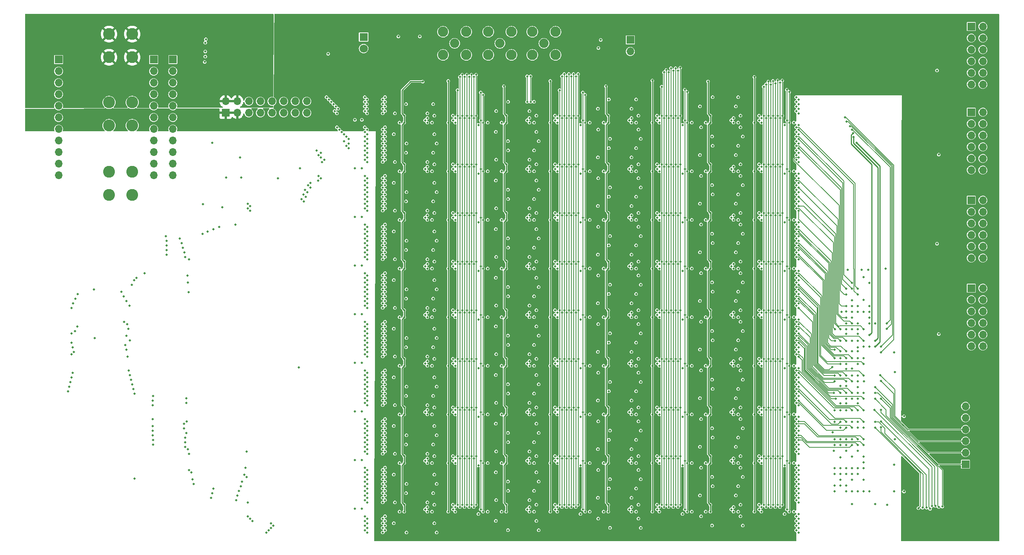
<source format=gbr>
%TF.GenerationSoftware,KiCad,Pcbnew,7.0.1*%
%TF.CreationDate,2023-04-05T17:43:42-07:00*%
%TF.ProjectId,VRSPAD-144,56525350-4144-42d3-9134-342e6b696361,rev?*%
%TF.SameCoordinates,Original*%
%TF.FileFunction,Copper,L3,Inr*%
%TF.FilePolarity,Positive*%
%FSLAX46Y46*%
G04 Gerber Fmt 4.6, Leading zero omitted, Abs format (unit mm)*
G04 Created by KiCad (PCBNEW 7.0.1) date 2023-04-05 17:43:42*
%MOMM*%
%LPD*%
G01*
G04 APERTURE LIST*
%TA.AperFunction,ComponentPad*%
%ADD10C,2.600000*%
%TD*%
%TA.AperFunction,ComponentPad*%
%ADD11R,1.800000X1.800000*%
%TD*%
%TA.AperFunction,ComponentPad*%
%ADD12C,1.800000*%
%TD*%
%TA.AperFunction,ComponentPad*%
%ADD13R,1.700000X1.700000*%
%TD*%
%TA.AperFunction,ComponentPad*%
%ADD14O,1.700000X1.700000*%
%TD*%
%TA.AperFunction,ComponentPad*%
%ADD15C,2.050000*%
%TD*%
%TA.AperFunction,ComponentPad*%
%ADD16C,2.250000*%
%TD*%
%TA.AperFunction,ViaPad*%
%ADD17C,0.512000*%
%TD*%
%TA.AperFunction,ViaPad*%
%ADD18C,0.508000*%
%TD*%
%TA.AperFunction,Conductor*%
%ADD19C,0.252000*%
%TD*%
%TA.AperFunction,Conductor*%
%ADD20C,0.127000*%
%TD*%
G04 APERTURE END LIST*
D10*
%TO.N,GND*%
%TO.C,U6*%
X18923000Y85979000D03*
X24003000Y85979000D03*
X18923000Y91059000D03*
X24003000Y91059000D03*
%TD*%
D11*
%TO.N,Net-(D1-K)*%
%TO.C,D1*%
X74676000Y120655000D03*
D12*
%TO.N,/supporting_infrastructure/LED_drive*%
X74676000Y118115000D03*
%TD*%
D10*
%TO.N,/supporting_infrastructure/SPAD_bias_jack*%
%TO.C,U4*%
X18923000Y101219000D03*
X24003000Y101219000D03*
X18923000Y106299000D03*
X24003000Y106299000D03*
%TD*%
D13*
%TO.N,unconnected-(J5-Pin_1-Pad1)*%
%TO.C,J5*%
X7874000Y115697000D03*
D14*
%TO.N,unconnected-(J5-Pin_2-Pad2)*%
X7874000Y113157000D03*
%TO.N,unconnected-(J5-Pin_3-Pad3)*%
X7874000Y110617000D03*
%TO.N,unconnected-(J5-Pin_4-Pad4)*%
X7874000Y108077000D03*
%TO.N,unconnected-(J5-Pin_5-Pad5)*%
X7874000Y105537000D03*
%TO.N,unconnected-(J5-Pin_6-Pad6)*%
X7874000Y102997000D03*
%TO.N,unconnected-(J5-Pin_7-Pad7)*%
X7874000Y100457000D03*
%TO.N,unconnected-(J5-Pin_8-Pad8)*%
X7874000Y97917000D03*
%TO.N,unconnected-(J5-Pin_9-Pad9)*%
X7874000Y95377000D03*
%TO.N,unconnected-(J5-Pin_10-Pad10)*%
X7874000Y92837000D03*
%TO.N,unconnected-(J5-Pin_11-Pad11)*%
X7874000Y90297000D03*
%TD*%
D13*
%TO.N,Net-(J2-Pin_1)*%
%TO.C,J2*%
X207772000Y104140000D03*
D14*
%TO.N,Net-(J2-Pin_2)*%
X210312000Y104140000D03*
%TO.N,Net-(J2-Pin_3)*%
X207772000Y101600000D03*
%TO.N,Net-(J2-Pin_4)*%
X210312000Y101600000D03*
%TO.N,Net-(J2-Pin_5)*%
X207772000Y99060000D03*
%TO.N,Net-(J2-Pin_6)*%
X210312000Y99060000D03*
%TO.N,Net-(J2-Pin_7)*%
X207772000Y96520000D03*
%TO.N,Net-(J2-Pin_8)*%
X210312000Y96520000D03*
%TO.N,GND*%
X207772000Y93980000D03*
X210312000Y93980000D03*
%TO.N,unconnected-(J2-Pin_11-Pad11)*%
X207772000Y91440000D03*
%TO.N,unconnected-(J2-Pin_12-Pad12)*%
X210312000Y91440000D03*
%TD*%
D13*
%TO.N,+3V3*%
%TO.C,J7*%
X44450000Y104013000D03*
D14*
%TO.N,/supporting_infrastructure/5V_jack*%
X44450000Y106553000D03*
%TO.N,+3V3*%
X46990000Y104013000D03*
%TO.N,/supporting_infrastructure/5V_jack*%
X46990000Y106553000D03*
%TO.N,GND*%
X49530000Y104013000D03*
X49530000Y106553000D03*
%TO.N,/supporting_infrastructure/LED_drive_DAC*%
X52070000Y104013000D03*
%TO.N,/supporting_infrastructure/LED_drive*%
X52070000Y106553000D03*
%TO.N,GND*%
X54610000Y104013000D03*
X54610000Y106553000D03*
%TO.N,/supporting_infrastructure/DAC_VREF_DAC*%
X57150000Y104013000D03*
%TO.N,DAC_VREF*%
X57150000Y106553000D03*
%TO.N,/supporting_infrastructure/TIA_VREF_DAC*%
X59690000Y104013000D03*
%TO.N,TIA_VREF*%
X59690000Y106553000D03*
%TO.N,/SPAD_bias*%
X62230000Y104013000D03*
%TO.N,/supporting_infrastructure/SPAD_bias_jack*%
X62230000Y106553000D03*
%TD*%
D13*
%TO.N,Net-(J3-Pin_1)*%
%TO.C,J3*%
X207772000Y122936000D03*
D14*
%TO.N,Net-(J3-Pin_2)*%
X210312000Y122936000D03*
%TO.N,Net-(J3-Pin_3)*%
X207772000Y120396000D03*
%TO.N,Net-(J3-Pin_4)*%
X210312000Y120396000D03*
%TO.N,Net-(J3-Pin_5)*%
X207772000Y117856000D03*
%TO.N,Net-(J3-Pin_6)*%
X210312000Y117856000D03*
%TO.N,Net-(J3-Pin_7)*%
X207772000Y115316000D03*
%TO.N,Net-(J3-Pin_8)*%
X210312000Y115316000D03*
%TO.N,GND*%
X207772000Y112776000D03*
X210312000Y112776000D03*
%TO.N,unconnected-(J3-Pin_11-Pad11)*%
X207772000Y110236000D03*
%TO.N,unconnected-(J3-Pin_12-Pad12)*%
X210312000Y110236000D03*
%TD*%
D13*
%TO.N,/FMC_WR9*%
%TO.C,J14*%
X206502000Y26924000D03*
D14*
%TO.N,/FMC_A1*%
X206502000Y29464000D03*
%TO.N,/FMC_A0*%
X206502000Y32004000D03*
%TO.N,/FMC_HBEN*%
X206502000Y34544000D03*
%TO.N,unconnected-(J14-Pin_5-Pad5)*%
X206502000Y37084000D03*
%TO.N,unconnected-(J14-Pin_6-Pad6)*%
X206502000Y39624000D03*
%TD*%
D10*
%TO.N,/supporting_infrastructure/5V_jack*%
%TO.C,U5*%
X18923000Y116205000D03*
X24003000Y116205000D03*
X18923000Y121285000D03*
X24003000Y121285000D03*
%TD*%
D15*
%TO.N,Net-(J17-In)*%
%TO.C,J17*%
X114173000Y119253000D03*
D16*
%TO.N,GND*%
X111633000Y121793000D03*
X111633000Y116713000D03*
X116713000Y121793000D03*
X116713000Y116713000D03*
%TD*%
D13*
%TO.N,Net-(J1-Pin_1)*%
%TO.C,J1*%
X207772000Y84836000D03*
D14*
%TO.N,Net-(J1-Pin_2)*%
X210312000Y84836000D03*
%TO.N,Net-(J1-Pin_3)*%
X207772000Y82296000D03*
%TO.N,Net-(J1-Pin_4)*%
X210312000Y82296000D03*
%TO.N,Net-(J1-Pin_5)*%
X207772000Y79756000D03*
%TO.N,Net-(J1-Pin_6)*%
X210312000Y79756000D03*
%TO.N,Net-(J1-Pin_7)*%
X207772000Y77216000D03*
%TO.N,Net-(J1-Pin_8)*%
X210312000Y77216000D03*
%TO.N,GND*%
X207772000Y74676000D03*
X210312000Y74676000D03*
%TO.N,unconnected-(J1-Pin_11-Pad11)*%
X207772000Y72136000D03*
%TO.N,unconnected-(J1-Pin_12-Pad12)*%
X210312000Y72136000D03*
%TD*%
D13*
%TO.N,Net-(J4-Pin_1)*%
%TO.C,J4*%
X207772000Y65532000D03*
D14*
%TO.N,Net-(J4-Pin_2)*%
X210312000Y65532000D03*
%TO.N,Net-(J4-Pin_3)*%
X207772000Y62992000D03*
%TO.N,Net-(J4-Pin_4)*%
X210312000Y62992000D03*
%TO.N,Net-(J4-Pin_5)*%
X207772000Y60452000D03*
%TO.N,Net-(J4-Pin_6)*%
X210312000Y60452000D03*
%TO.N,Net-(J4-Pin_7)*%
X207772000Y57912000D03*
%TO.N,Net-(J4-Pin_8)*%
X210312000Y57912000D03*
%TO.N,GND*%
X207772000Y55372000D03*
X210312000Y55372000D03*
%TO.N,unconnected-(J4-Pin_11-Pad11)*%
X207772000Y52832000D03*
%TO.N,unconnected-(J4-Pin_12-Pad12)*%
X210312000Y52832000D03*
%TD*%
D13*
%TO.N,/supporting_infrastructure/3v3_board*%
%TO.C,J6*%
X28702000Y115697000D03*
D14*
%TO.N,Net-(J13-Pin_2)*%
X28702000Y113157000D03*
%TO.N,GND*%
X28702000Y110617000D03*
%TO.N,/SCK*%
X28702000Y108077000D03*
%TO.N,/MOSI*%
X28702000Y105537000D03*
%TO.N,/MISO*%
X28702000Y102997000D03*
%TO.N,Net-(J13-Pin_7)*%
X28702000Y100457000D03*
%TO.N,/CS2*%
X28702000Y97917000D03*
%TO.N,/CS3*%
X28702000Y95377000D03*
%TO.N,/CS4*%
X28702000Y92837000D03*
%TO.N,/CS5*%
X28702000Y90297000D03*
%TD*%
D13*
%TO.N,/supporting_infrastructure/3v3_board*%
%TO.C,J13*%
X32893000Y115697000D03*
D14*
%TO.N,Net-(J13-Pin_2)*%
X32893000Y113157000D03*
%TO.N,GND*%
X32893000Y110617000D03*
%TO.N,/SCK*%
X32893000Y108077000D03*
%TO.N,/MOSI*%
X32893000Y105537000D03*
%TO.N,/MISO*%
X32893000Y102997000D03*
%TO.N,Net-(J13-Pin_7)*%
X32893000Y100457000D03*
%TO.N,/CS2*%
X32893000Y97917000D03*
%TO.N,/CS3*%
X32893000Y95377000D03*
%TO.N,/CS4*%
X32893000Y92837000D03*
%TO.N,/CS5*%
X32893000Y90297000D03*
%TD*%
D15*
%TO.N,/SPADc_142*%
%TO.C,J15*%
X94615000Y119253000D03*
D16*
%TO.N,GND*%
X92075000Y121793000D03*
X92075000Y116713000D03*
X97155000Y121793000D03*
X97155000Y116713000D03*
%TD*%
D13*
%TO.N,/pulse_142*%
%TO.C,J18*%
X133096000Y120020000D03*
D14*
%TO.N,GND*%
X133096000Y117480000D03*
%TD*%
D15*
%TO.N,unconnected-(J16-In-Pad1)*%
%TO.C,J16*%
X104521000Y119253000D03*
D16*
%TO.N,GND*%
X101981000Y121793000D03*
X101981000Y116713000D03*
X107061000Y121793000D03*
X107061000Y116713000D03*
%TD*%
D17*
%TO.N,GND*%
X112522000Y39370000D03*
X185420000Y52705000D03*
X180340000Y55499000D03*
X90170000Y60706000D03*
X168910000Y80518000D03*
X149606000Y48514000D03*
X181610000Y24765000D03*
X74295000Y91821000D03*
X82550000Y16510000D03*
X127254000Y59182000D03*
X101854000Y80518000D03*
X134874000Y71374000D03*
X101854000Y91186000D03*
X82550000Y80518000D03*
X104902000Y16510000D03*
X179324000Y60325000D03*
X146558000Y27178000D03*
X180340000Y44069000D03*
X149606000Y27178000D03*
X112522000Y28702000D03*
X74295000Y49149000D03*
X74295000Y17145000D03*
X157226000Y71374000D03*
X182880000Y43815000D03*
X60452000Y48133000D03*
X90170000Y71374000D03*
X90170000Y39370000D03*
X74295000Y70485000D03*
X200660000Y94869000D03*
X180340000Y48895000D03*
X191008000Y47117000D03*
X190881000Y26797000D03*
X55880000Y89662000D03*
X82550000Y91186000D03*
X149606000Y101854000D03*
X149606000Y80518000D03*
X185166000Y69596000D03*
X72771000Y91821000D03*
X189357000Y18034000D03*
X40005000Y117475000D03*
X112522000Y71374000D03*
X168910000Y27178000D03*
X149606000Y69850000D03*
X127254000Y91186000D03*
X43688000Y83312000D03*
X82550000Y37846000D03*
X112522000Y92710000D03*
X134874000Y60706000D03*
X112522000Y82042000D03*
X86995000Y120777000D03*
X127254000Y37846000D03*
X157226000Y50038000D03*
X82550000Y27178000D03*
X190881000Y20955000D03*
X74295000Y81153000D03*
X66929000Y116967000D03*
X134874000Y103378000D03*
X127254000Y48514000D03*
X182880000Y51689000D03*
X82550000Y101854000D03*
X180721000Y69596000D03*
X74295000Y27813000D03*
X74295000Y102489000D03*
X104902000Y27178000D03*
X72771000Y49149000D03*
X181610000Y18161000D03*
X146558000Y69850000D03*
X90170000Y92710000D03*
X40132000Y120142000D03*
X24511000Y23749000D03*
X124206000Y37846000D03*
X90170000Y103378000D03*
X180340000Y41275000D03*
X101854000Y69850000D03*
X82550000Y48514000D03*
X104902000Y37846000D03*
X72771000Y59817000D03*
X72771000Y70485000D03*
X124206000Y59182000D03*
X127254000Y69850000D03*
X124206000Y91186000D03*
X72771000Y17145000D03*
X200279000Y113284000D03*
X134874000Y18034000D03*
X157226000Y92710000D03*
X127254000Y27178000D03*
X168910000Y16510000D03*
X127254000Y16510000D03*
X200279000Y75311000D03*
X183769000Y69596000D03*
X184150000Y60325000D03*
X82296000Y120777000D03*
X134874000Y50038000D03*
X112522000Y50038000D03*
X104902000Y69850000D03*
X90170000Y28702000D03*
X149606000Y59182000D03*
X124206000Y16510000D03*
X134874000Y39370000D03*
X157226000Y18034000D03*
X146558000Y80518000D03*
X146558000Y101854000D03*
X39878000Y115189000D03*
X168910000Y37846000D03*
X101854000Y48514000D03*
X168910000Y59182000D03*
X157226000Y60706000D03*
X157226000Y28702000D03*
X168910000Y48514000D03*
X124206000Y101854000D03*
X127254000Y101854000D03*
X188976000Y69850000D03*
X191008000Y32385000D03*
X104902000Y48514000D03*
X72771000Y27813000D03*
X60706000Y91821000D03*
X72771000Y102489000D03*
X104902000Y80518000D03*
X74295000Y59817000D03*
X44577000Y89789000D03*
X200660000Y55499000D03*
X104902000Y101854000D03*
X112522000Y103378000D03*
X112522000Y18034000D03*
X101854000Y16510000D03*
X72771000Y81153000D03*
X149606000Y91186000D03*
X146558000Y59182000D03*
X101854000Y101854000D03*
X74295000Y38481000D03*
X134874000Y82042000D03*
X146558000Y48514000D03*
X149606000Y37846000D03*
X101854000Y59182000D03*
X193040000Y20955000D03*
X47879000Y89789000D03*
X112522000Y60706000D03*
X193040000Y37465000D03*
X146558000Y37846000D03*
X134874000Y92710000D03*
X40005000Y116332000D03*
X82550000Y59182000D03*
X146558000Y91186000D03*
X72771000Y38481000D03*
X124206000Y27178000D03*
X40005000Y119380000D03*
X157226000Y39370000D03*
X90170000Y18034000D03*
X124206000Y48514000D03*
X157226000Y82042000D03*
X124206000Y80518000D03*
X157226000Y103378000D03*
X101854000Y27178000D03*
X47625000Y94234000D03*
X82550000Y69850000D03*
X182880000Y55499000D03*
X168910000Y91186000D03*
X104902000Y59182000D03*
X90170000Y82042000D03*
X168910000Y69850000D03*
X179070000Y24765000D03*
X149606000Y16510000D03*
X186690000Y18161000D03*
X104902000Y91186000D03*
X90170000Y50038000D03*
X127254000Y80518000D03*
X182880000Y40259000D03*
X134874000Y28702000D03*
X190881000Y51435000D03*
X146558000Y16510000D03*
X124206000Y69850000D03*
X168910000Y101854000D03*
X184150000Y27305000D03*
X101854000Y37846000D03*
%TO.N,DAC_VREF*%
X115570000Y80518000D03*
X160274000Y101854000D03*
X137922000Y48514000D03*
X160274000Y111887000D03*
X93218000Y80518000D03*
X160274000Y37846000D03*
X93218000Y91186000D03*
X93218000Y37846000D03*
X160274000Y59182000D03*
X115570000Y101854000D03*
X115570000Y59182000D03*
X115570000Y91186000D03*
X137922000Y91186000D03*
X160274000Y80518000D03*
X93218000Y110998000D03*
X137922000Y101854000D03*
X137922000Y80518000D03*
X93218000Y69850000D03*
X115570000Y48514000D03*
X137922000Y37846000D03*
X115570000Y37846000D03*
X93218000Y48514000D03*
X160274000Y69850000D03*
X115570000Y16510000D03*
X93218000Y101854000D03*
X137922000Y59182000D03*
X115570000Y27178000D03*
X160274000Y91186000D03*
X137922000Y69850000D03*
X137922000Y16510000D03*
X93218000Y59182000D03*
X93218000Y27178000D03*
X115570000Y69850000D03*
X160274000Y27178000D03*
X137922000Y27178000D03*
X137922000Y111125000D03*
X160274000Y16510000D03*
X115570000Y110998000D03*
X93218000Y16510000D03*
X160274000Y48514000D03*
%TO.N,TIA_VREF*%
X83566000Y69850000D03*
X150622000Y101854000D03*
X105918000Y16510000D03*
X150622000Y28702000D03*
X87630000Y110871000D03*
X83566000Y60706000D03*
X105918000Y39370000D03*
X105918000Y27178000D03*
X128270000Y60706000D03*
X150622000Y37846000D03*
X150622000Y50038000D03*
X105410000Y109855000D03*
X150114000Y110889000D03*
X83566000Y80518000D03*
X128270000Y50038000D03*
X105918000Y18034000D03*
X83566000Y28702000D03*
X83566000Y39370000D03*
X105918000Y48514000D03*
X128270000Y18034000D03*
X150622000Y91186000D03*
X83566000Y71374000D03*
X105918000Y80518000D03*
X83566000Y91186000D03*
X128270000Y82042000D03*
X127762000Y109855000D03*
X150622000Y71374000D03*
X105918000Y69850000D03*
X105918000Y50038000D03*
X150622000Y16510000D03*
X105918000Y37846000D03*
X150622000Y69850000D03*
X150622000Y27178000D03*
X105918000Y71374000D03*
X83566000Y27178000D03*
X105918000Y103378000D03*
X128270000Y80518000D03*
X150622000Y48514000D03*
X150622000Y60706000D03*
X105918000Y82042000D03*
X128270000Y101854000D03*
X128270000Y27178000D03*
X128270000Y71374000D03*
X105918000Y92710000D03*
X150622000Y80518000D03*
X83566000Y48514000D03*
X150622000Y92710000D03*
X83566000Y92710000D03*
X83566000Y82042000D03*
X105918000Y59182000D03*
X128270000Y37846000D03*
X83566000Y101854000D03*
X83566000Y59182000D03*
X83566000Y37846000D03*
X105918000Y60706000D03*
X105918000Y28702000D03*
X105918000Y101854000D03*
X105918000Y91186000D03*
X150622000Y18034000D03*
X83566000Y50038000D03*
X150622000Y82042000D03*
X128270000Y16510000D03*
X128270000Y91186000D03*
X83566000Y18034000D03*
X128270000Y103378000D03*
X150622000Y39370000D03*
X83566000Y103378000D03*
X128270000Y39370000D03*
X128270000Y59182000D03*
X83566000Y16510000D03*
X128270000Y28702000D03*
X128270000Y48514000D03*
X150622000Y59182000D03*
X128270000Y69850000D03*
X128270000Y92710000D03*
X150622000Y103378000D03*
%TO.N,/supporting_infrastructure/5V_jack*%
X44196000Y116967000D03*
X47244000Y116967000D03*
X45593000Y116967000D03*
X42926000Y116967000D03*
X41656000Y115316000D03*
%TO.N,/SPADc_4*%
X74930000Y13462000D03*
X54864000Y13462000D03*
%TO.N,/SPADc_3*%
X75438000Y12954000D03*
X54356000Y12954000D03*
%TO.N,/SPADc_2*%
X74930000Y12446000D03*
X53848000Y12446000D03*
%TO.N,/SPADc_1*%
X53340000Y11938000D03*
X75438000Y11938000D03*
%TO.N,/SPADc_8*%
X74930000Y15494000D03*
X49276000Y15494000D03*
%TO.N,/SPADc_7*%
X75438000Y14986000D03*
X49784000Y14986000D03*
%TO.N,/SPADc_6*%
X74930000Y14478000D03*
X50292000Y14478000D03*
%TO.N,/SPADc_5*%
X54356000Y13970000D03*
X75438000Y13970000D03*
%TO.N,/SPADc_12*%
X46990000Y20066000D03*
X74930000Y20066000D03*
%TO.N,/SPADc_11*%
X75438000Y19558000D03*
X41275000Y19558000D03*
%TO.N,/SPADc_10*%
X46736000Y19050000D03*
X74930000Y19050000D03*
%TO.N,/SPADc_9*%
X75438000Y18542000D03*
X49276000Y18542000D03*
%TO.N,/SPADc_16*%
X74930000Y22098000D03*
X47752000Y22098000D03*
%TO.N,/SPADc_15*%
X75438000Y21590000D03*
X41783000Y21590000D03*
%TO.N,/SPADc_14*%
X47371000Y21082000D03*
X74930000Y21082000D03*
%TO.N,/SPADc_13*%
X41529000Y20574000D03*
X75438000Y20574000D03*
%TO.N,/array_row1/Ispad_1*%
X78867000Y22606000D03*
D18*
X84074000Y22606000D03*
%TO.N,/array_row1/Ispad_2*%
X106299000Y23114000D03*
D17*
X79375000Y23114000D03*
D18*
%TO.N,/array_row1/Ispad_3*%
X128651000Y23622000D03*
D17*
X78867000Y23622000D03*
%TO.N,/SPADc_20*%
X74930000Y24130000D03*
X49022000Y24130000D03*
%TO.N,/SPADc_19*%
X75438000Y23622000D03*
X37211000Y23622000D03*
%TO.N,/SPADc_18*%
X48006000Y23114000D03*
X74930000Y23114000D03*
%TO.N,/SPADc_17*%
X75438000Y22606000D03*
X37465000Y22606000D03*
%TO.N,/array_row1/Ispad_4*%
X79375000Y24130000D03*
D18*
X151003000Y24130000D03*
D17*
%TO.N,/array_row1/Ispad_5*%
X78867000Y24638000D03*
D18*
X81300500Y24638000D03*
%TO.N,/array_row1/Ispad_6*%
X103652500Y25146000D03*
D17*
X79375000Y25146000D03*
%TO.N,/SPADc_24*%
X74930000Y26162000D03*
X48768000Y26162000D03*
%TO.N,/SPADc_23*%
X36449000Y25654000D03*
X75438000Y25654000D03*
%TO.N,/SPADc_22*%
X74930000Y25146000D03*
X36957000Y25146000D03*
%TO.N,/SPADc_21*%
X48514000Y24638000D03*
X75438000Y24638000D03*
%TO.N,/array_row1/Ispad_7*%
X78867000Y25654000D03*
D18*
X126081000Y25654000D03*
%TO.N,/array_row1/Ispad_8*%
X148590000Y26162000D03*
D17*
X79375000Y26162000D03*
%TO.N,/array_row1/Ispad_9*%
X78867000Y29210000D03*
D18*
X81534000Y29210000D03*
D17*
%TO.N,/SPADc_28*%
X74930000Y30734000D03*
X35560000Y30734000D03*
%TO.N,/SPADc_27*%
X36195000Y30226000D03*
X75438000Y30226000D03*
%TO.N,/SPADc_26*%
X49022000Y29718000D03*
X74930000Y29718000D03*
%TO.N,/SPADc_25*%
X75438000Y29210000D03*
X36449000Y29210000D03*
D18*
%TO.N,/array_row1/Ispad_10*%
X103729000Y29718000D03*
D17*
X79375000Y29718000D03*
%TO.N,/array_row1/Ispad_11*%
X78867000Y30226000D03*
D18*
X126004500Y30226000D03*
%TO.N,/array_row1/Ispad_12*%
X148356500Y30734000D03*
D17*
X79375000Y30734000D03*
%TO.N,/SPADc_32*%
X35560000Y32766000D03*
X74930000Y32766000D03*
%TO.N,/SPADc_31*%
X75438000Y32258000D03*
X28575000Y32258000D03*
%TO.N,/SPADc_30*%
X35560000Y31750000D03*
X74930000Y31750000D03*
%TO.N,/SPADc_29*%
X75438000Y31242000D03*
X28575000Y31242000D03*
D18*
%TO.N,/array_row1/Ispad_13*%
X83977000Y31242000D03*
D17*
X78867000Y31242000D03*
D18*
%TO.N,/array_row1/Ispad_14*%
X106329000Y31750000D03*
D17*
X79375000Y31750000D03*
D18*
%TO.N,/array_row1/Ispad_15*%
X128397000Y32258000D03*
D17*
X78867000Y32258000D03*
%TO.N,/array_row1/Ispad_16*%
X79375000Y32766000D03*
D18*
X151128000Y32764000D03*
D17*
%TO.N,/SPADc_36*%
X74930000Y34798000D03*
X35306000Y34798000D03*
%TO.N,/SPADc_35*%
X75438000Y34290000D03*
X28448000Y34290000D03*
%TO.N,/SPADc_34*%
X74930000Y33782000D03*
X35814000Y33782000D03*
%TO.N,/SPADc_33*%
X75438000Y33274000D03*
X28448000Y33274000D03*
%TO.N,/array_row2/Ispad_1*%
X78867000Y33274000D03*
D18*
X84074000Y33274000D03*
D17*
%TO.N,/array_row2/Ispad_2*%
X79375000Y33782000D03*
D18*
X106299000Y33782000D03*
D17*
%TO.N,/array_row2/Ispad_3*%
X78867000Y34290000D03*
D18*
X128651000Y34290000D03*
D17*
%TO.N,/array_row2/Ispad_4*%
X79375000Y34798000D03*
D18*
X151003000Y34798000D03*
D17*
%TO.N,/SPADc_40*%
X28448000Y36830000D03*
X74930000Y36830000D03*
%TO.N,/SPADc_39*%
X75438000Y36322000D03*
X35941000Y36322000D03*
%TO.N,/SPADc_38*%
X35306000Y35814000D03*
X74930000Y35814000D03*
%TO.N,/SPADc_37*%
X28448000Y35306000D03*
X75438000Y35306000D03*
%TO.N,/array_row2/Ispad_5*%
X78867000Y35306000D03*
D18*
X81300500Y35306000D03*
D17*
%TO.N,/array_row2/Ispad_6*%
X79375000Y35814000D03*
D18*
X103652500Y35814000D03*
D17*
%TO.N,/array_row2/Ispad_7*%
X78867000Y36322000D03*
D18*
X126081000Y36322000D03*
%TO.N,/array_row2/Ispad_8*%
X148590000Y36830000D03*
D17*
X79375000Y36830000D03*
%TO.N,/SPADc_44*%
X74930000Y41402000D03*
X35814000Y41402000D03*
%TO.N,/SPADc_43*%
X28448000Y40894000D03*
X75438000Y40894000D03*
%TO.N,/SPADc_42*%
X74930000Y40386000D03*
X35814000Y40386000D03*
%TO.N,/SPADc_41*%
X75438000Y39878000D03*
X28448000Y39878000D03*
%TO.N,/array_row2/Ispad_9*%
X78867000Y39878000D03*
D18*
X81534000Y39878000D03*
%TO.N,/array_row2/Ispad_10*%
X103729000Y40386000D03*
D17*
X79375000Y40386000D03*
D18*
%TO.N,/array_row2/Ispad_11*%
X126004500Y40894000D03*
D17*
X78867000Y40894000D03*
D18*
%TO.N,/array_row2/Ispad_12*%
X148356500Y41402000D03*
D17*
X79375000Y41402000D03*
%TO.N,/SPADc_48*%
X24257000Y43434000D03*
X74930000Y43434000D03*
%TO.N,/SPADc_47*%
X9906000Y42926000D03*
X75438000Y42926000D03*
%TO.N,/SPADc_46*%
X24511000Y42418000D03*
X74930000Y42418000D03*
%TO.N,/SPADc_45*%
X28575000Y41910000D03*
X75438000Y41910000D03*
D18*
%TO.N,/array_row2/Ispad_13*%
X83977000Y41910000D03*
D17*
X78867000Y41910000D03*
D18*
%TO.N,/array_row2/Ispad_14*%
X106329000Y42418000D03*
D17*
X79375000Y42418000D03*
D18*
%TO.N,/array_row2/Ispad_15*%
X128397000Y42926000D03*
D17*
X78867000Y42926000D03*
%TO.N,/SPADc_52*%
X74930000Y45466000D03*
X23749000Y45466000D03*
%TO.N,/SPADc_51*%
X10414000Y44958000D03*
X75438000Y44958000D03*
%TO.N,/SPADc_50*%
X74930000Y44450000D03*
X24003000Y44450000D03*
%TO.N,/SPADc_49*%
X10160000Y43942000D03*
X75438000Y43942000D03*
D18*
%TO.N,/array_row2/Ispad_16*%
X151128000Y43432000D03*
D17*
X79375000Y43434000D03*
D18*
%TO.N,/array_row3/Ispad_1*%
X84074000Y43942000D03*
D17*
X78867000Y43942000D03*
%TO.N,/array_row3/Ispad_2*%
X79375000Y44450000D03*
D18*
X106299000Y44450000D03*
D17*
%TO.N,/SPADc_56*%
X74930000Y47498000D03*
X23241000Y47498000D03*
%TO.N,/SPADc_55*%
X75438000Y46990000D03*
X10922000Y46990000D03*
%TO.N,/SPADc_54*%
X23495000Y46482000D03*
X74930000Y46482000D03*
%TO.N,/SPADc_53*%
X10668000Y45974000D03*
X75438000Y45974000D03*
D18*
%TO.N,/array_row3/Ispad_3*%
X128651000Y44958000D03*
D17*
X78867000Y44958000D03*
%TO.N,/array_row3/Ispad_4*%
X79375000Y45466000D03*
D18*
X151003000Y45466000D03*
%TO.N,/array_row3/Ispad_5*%
X81300500Y45974000D03*
D17*
X78867000Y45974000D03*
%TO.N,/SPADc_60*%
X22733000Y52070000D03*
X74930000Y52070000D03*
%TO.N,/SPADc_59*%
X75438000Y51562000D03*
X11176000Y51562000D03*
%TO.N,/SPADc_58*%
X74930000Y51054000D03*
X10668000Y51054000D03*
%TO.N,/SPADc_57*%
X75438000Y50546000D03*
X22987000Y50546000D03*
%TO.N,/array_row3/Ispad_6*%
X79375000Y46482000D03*
D18*
X103652500Y46482000D03*
%TO.N,/array_row3/Ispad_7*%
X126081000Y46990000D03*
D17*
X78867000Y46990000D03*
D18*
%TO.N,/array_row3/Ispad_8*%
X148590000Y47498000D03*
D17*
X79375000Y47498000D03*
%TO.N,/SPADc_64*%
X23495000Y54102000D03*
X74930000Y54102000D03*
%TO.N,/SPADc_63*%
X75438000Y53594000D03*
X10668000Y53594000D03*
%TO.N,/SPADc_62*%
X22479000Y53086000D03*
X74930000Y53086000D03*
%TO.N,/SPADc_61*%
X10922000Y52578000D03*
X75438000Y52578000D03*
%TO.N,/array_row3/Ispad_9*%
X78867000Y50546000D03*
D18*
X81534000Y50546000D03*
%TO.N,/array_row3/Ispad_10*%
X103729000Y51054000D03*
D17*
X79375000Y51054000D03*
D18*
%TO.N,/array_row3/Ispad_11*%
X126004500Y51562000D03*
D17*
X78867000Y51562000D03*
%TO.N,/SPADc_68*%
X74930000Y56134000D03*
X11430000Y56134000D03*
%TO.N,/SPADc_67*%
X10668000Y55626000D03*
X75438000Y55626000D03*
%TO.N,/SPADc_66*%
X74930000Y55118000D03*
X22733000Y55118000D03*
%TO.N,/SPADc_65*%
X75438000Y54610000D03*
X15748000Y54610000D03*
%TO.N,/array_row3/Ispad_12*%
X79375000Y52070000D03*
D18*
X148356500Y52070000D03*
%TO.N,/array_row3/Ispad_13*%
X83977000Y52578000D03*
D17*
X78867000Y52578000D03*
D18*
%TO.N,/array_row3/Ispad_14*%
X106329000Y53086000D03*
D17*
X79375000Y53086000D03*
%TO.N,/SPADc_72*%
X74930000Y58166000D03*
X22225000Y58166000D03*
%TO.N,/SPADc_71*%
X75438000Y57658000D03*
X22860000Y57658000D03*
%TO.N,/SPADc_70*%
X74930000Y57150000D03*
X11938000Y57150000D03*
%TO.N,/SPADc_69*%
X23114000Y56642000D03*
X75438000Y56642000D03*
%TO.N,/array_row3/Ispad_15*%
X78867000Y53594000D03*
D18*
X128397000Y53594000D03*
D17*
%TO.N,/array_row3/Ispad_16*%
X79375000Y54102000D03*
D18*
X151128000Y54100000D03*
%TO.N,/array_row4/Ispad_1*%
X84074000Y54610000D03*
D17*
X78867000Y54610000D03*
%TO.N,/SPADc_76*%
X74930000Y62738000D03*
X22733000Y62738000D03*
%TO.N,/SPADc_75*%
X11049000Y62230000D03*
X75438000Y62230000D03*
%TO.N,/SPADc_74*%
X23368000Y61722000D03*
X74930000Y61722000D03*
%TO.N,/SPADc_73*%
X75438000Y61214000D03*
X10668000Y61214000D03*
%TO.N,/array_row4/Ispad_2*%
X79375000Y55118000D03*
D18*
X106299000Y55118000D03*
D17*
%TO.N,/array_row4/Ispad_3*%
X78867000Y55626000D03*
D18*
X128651000Y55626000D03*
D17*
%TO.N,/array_row4/Ispad_4*%
X79375000Y56134000D03*
D18*
X151003000Y56134000D03*
D17*
%TO.N,/SPADc_80*%
X21590000Y64770000D03*
X74930000Y64770000D03*
%TO.N,/SPADc_79*%
X12065000Y64262000D03*
X75438000Y64262000D03*
%TO.N,/SPADc_78*%
X22098000Y63754000D03*
X74930000Y63754000D03*
%TO.N,/SPADc_77*%
X75438000Y63246000D03*
X11557000Y63246000D03*
%TO.N,/array_row4/Ispad_5*%
X78867000Y56642000D03*
D18*
X81300500Y56642000D03*
D17*
%TO.N,/array_row4/Ispad_6*%
X79375000Y57150000D03*
D18*
X103652500Y57150000D03*
D17*
%TO.N,/array_row4/Ispad_7*%
X78867000Y57658000D03*
D18*
X126081000Y57658000D03*
D17*
%TO.N,/SPADc_84*%
X74930000Y66802000D03*
X36195000Y66802000D03*
%TO.N,/SPADc_83*%
X75438000Y66294000D03*
X23876000Y66294000D03*
%TO.N,/SPADc_82*%
X74930000Y65786000D03*
X36322000Y64643000D03*
%TO.N,/SPADc_81*%
X15621000Y65278000D03*
X75438000Y65278000D03*
D18*
%TO.N,/array_row4/Ispad_8*%
X148590000Y58166000D03*
D17*
X79375000Y58166000D03*
%TO.N,/array_row4/Ispad_9*%
X78867000Y61214000D03*
D18*
X81534000Y61214000D03*
%TO.N,/array_row4/Ispad_10*%
X103729000Y61722000D03*
D17*
X79375000Y61722000D03*
%TO.N,/SPADc_88*%
X74930000Y68834000D03*
X26670000Y68834000D03*
%TO.N,/SPADc_87*%
X36068000Y68326000D03*
X75438000Y68326000D03*
%TO.N,/SPADc_86*%
X24892000Y67818000D03*
X74930000Y67818000D03*
%TO.N,/SPADc_85*%
X24384000Y67310000D03*
X75438000Y67310000D03*
D18*
%TO.N,/array_row4/Ispad_11*%
X126004500Y62230000D03*
D17*
X78867000Y62230000D03*
%TO.N,/array_row4/Ispad_12*%
X79375000Y62738000D03*
D18*
X148356500Y62738000D03*
D17*
%TO.N,/SPADc_92*%
X74930000Y73406000D03*
X35433000Y73406000D03*
%TO.N,/SPADc_91*%
X75438000Y72898000D03*
X31496000Y72898000D03*
%TO.N,/SPADc_90*%
X35560000Y72390000D03*
X74930000Y72390000D03*
%TO.N,/SPADc_89*%
X75438000Y71882000D03*
X36449000Y71882000D03*
D18*
%TO.N,/array_row4/Ispad_13*%
X83977000Y63246000D03*
D17*
X78867000Y63246000D03*
D18*
%TO.N,/array_row4/Ispad_14*%
X106329000Y63754000D03*
D17*
X79375000Y63754000D03*
D18*
%TO.N,/array_row4/Ispad_15*%
X128397000Y64262000D03*
D17*
X78867000Y64262000D03*
%TO.N,/array_row4/Ispad_16*%
X79375000Y64770000D03*
D18*
X151128000Y64768000D03*
D17*
%TO.N,/SPADc_96*%
X34798000Y75438000D03*
X74930000Y75438000D03*
%TO.N,/SPADc_95*%
X31496000Y74930000D03*
X75438000Y74930000D03*
%TO.N,/SPADc_94*%
X35052000Y74422000D03*
X74930000Y74422000D03*
%TO.N,/SPADc_93*%
X31496000Y73914000D03*
X75438000Y73914000D03*
D18*
%TO.N,/array_row5/Ispad_1*%
X84074000Y65278000D03*
D17*
X78867000Y65278000D03*
D18*
%TO.N,/array_row5/Ispad_2*%
X106299000Y65786000D03*
D17*
X79375000Y65786000D03*
%TO.N,/array_row5/Ispad_3*%
X78867000Y66294000D03*
D18*
X128651000Y66294000D03*
D17*
%TO.N,/SPADc_100*%
X74930000Y77470000D03*
X39370000Y77470000D03*
%TO.N,/SPADc_99*%
X75438000Y76962000D03*
X31369000Y76962000D03*
%TO.N,/SPADc_98*%
X74930000Y76454000D03*
X34417000Y76454000D03*
%TO.N,/SPADc_97*%
X75438000Y75946000D03*
X31496000Y75946000D03*
%TO.N,/array_row5/Ispad_4*%
X79375000Y66802000D03*
D18*
X151003000Y66802000D03*
%TO.N,/array_row5/Ispad_5*%
X81300500Y67310000D03*
D17*
X78867000Y67310000D03*
D18*
%TO.N,/array_row5/Ispad_6*%
X103652500Y67818000D03*
D17*
X79375000Y67818000D03*
%TO.N,/SPADc_104*%
X74930000Y79502000D03*
X46609000Y79502000D03*
%TO.N,/SPADc_103*%
X43053000Y78994000D03*
X75438000Y78994000D03*
%TO.N,/SPADc_102*%
X41783000Y78486000D03*
X74930000Y78486000D03*
%TO.N,/SPADc_101*%
X40513000Y77978000D03*
X75438000Y77978000D03*
%TO.N,/array_row5/Ispad_7*%
X78867000Y68326000D03*
D18*
X126081000Y68326000D03*
D17*
%TO.N,/array_row5/Ispad_8*%
X79375000Y68834000D03*
D18*
X148590000Y68834000D03*
D17*
%TO.N,/array_row5/Ispad_9*%
X78867000Y71882000D03*
D18*
X81534000Y71882000D03*
D17*
%TO.N,/SPADc_108*%
X74930000Y84074000D03*
X49276000Y84074000D03*
%TO.N,/SPADc_107*%
X49784000Y83566000D03*
X75438000Y83566000D03*
%TO.N,/SPADc_106*%
X49276000Y83058000D03*
X74930000Y83058000D03*
%TO.N,/SPADc_105*%
X49784000Y82550000D03*
X75438000Y82550000D03*
D18*
%TO.N,/array_row5/Ispad_10*%
X103729000Y72390000D03*
D17*
X79375000Y72390000D03*
%TO.N,/array_row5/Ispad_11*%
X78867000Y72898000D03*
D18*
X126004500Y72898000D03*
%TO.N,/array_row5/Ispad_12*%
X148356500Y73406000D03*
D17*
X79375000Y73406000D03*
%TO.N,/SPADc_112*%
X61468000Y86106000D03*
X74930000Y86106000D03*
%TO.N,/SPADc_111*%
X75438000Y85598000D03*
X61976000Y85598000D03*
%TO.N,/SPADc_110*%
X61087000Y85090000D03*
X74930000Y85090000D03*
%TO.N,/SPADc_109*%
X61595000Y84582000D03*
X75438000Y84582000D03*
%TO.N,/array_row5/Ispad_13*%
X78867000Y73914000D03*
D18*
X83977000Y73914000D03*
D17*
%TO.N,/array_row5/Ispad_14*%
X79375000Y74422000D03*
D18*
X106329000Y74422000D03*
%TO.N,/array_row5/Ispad_15*%
X128397000Y74930000D03*
D17*
X78867000Y74930000D03*
%TO.N,/SPADc_116*%
X62484000Y88138000D03*
X74930000Y88138000D03*
%TO.N,/SPADc_115*%
X75438000Y87630000D03*
X62992000Y87630000D03*
%TO.N,/SPADc_114*%
X61849000Y87122000D03*
X74930000Y87122000D03*
%TO.N,/SPADc_113*%
X75438000Y86614000D03*
X62357000Y86614000D03*
%TO.N,/array_row5/Ispad_16*%
X79375000Y75438000D03*
D18*
X151128000Y75436000D03*
D17*
%TO.N,/array_row6/Ispad_1*%
X78867000Y75946000D03*
D18*
X84074000Y75946000D03*
%TO.N,/array_row6/Ispad_2*%
X106299000Y76454000D03*
D17*
X79375000Y76454000D03*
%TO.N,/SPADc_120*%
X64770000Y90170000D03*
X74930000Y90170000D03*
%TO.N,/SPADc_119*%
X75438000Y89662000D03*
X65278000Y89662000D03*
%TO.N,/SPADc_118*%
X64706000Y89154000D03*
X74930000Y89154000D03*
%TO.N,/SPADc_117*%
X75438000Y88646000D03*
X62992000Y88646000D03*
%TO.N,/array_row6/Ispad_3*%
X78867000Y76962000D03*
D18*
X128651000Y76962000D03*
%TO.N,/array_row6/Ispad_4*%
X151003000Y77470000D03*
D17*
X79375000Y77470000D03*
%TO.N,/array_row6/Ispad_5*%
X78867000Y77978000D03*
D18*
X81300500Y77978000D03*
D17*
%TO.N,/SPADc_124*%
X74930000Y94742000D03*
X64770000Y94742000D03*
%TO.N,/SPADc_123*%
X75438000Y94234000D03*
X65278000Y94234000D03*
%TO.N,/SPADc_122*%
X74930000Y93726000D03*
X66040000Y93726000D03*
%TO.N,Net-(U15A-+)*%
X161290000Y28702000D03*
X155702000Y28194000D03*
%TO.N,Net-(U15B-+)*%
X161798000Y28194000D03*
X155194000Y27686000D03*
%TO.N,Net-(U15C-+)*%
X161290000Y27686000D03*
X155702000Y27178000D03*
%TO.N,Net-(U15D-+)*%
X156718000Y27178000D03*
X161798000Y27178000D03*
%TO.N,/SPADc_121*%
X65532000Y93218000D03*
X75438000Y93218000D03*
%TO.N,/array_row6/Ispad_6*%
X79375000Y78486000D03*
D18*
X103652500Y78486000D03*
%TO.N,/array_row6/Ispad_7*%
X126081000Y78994000D03*
D17*
X78867000Y78994000D03*
%TO.N,/array_row6/Ispad_8*%
X79375000Y79502000D03*
D18*
X148590000Y79502000D03*
%TO.N,/array_row6/Ispad_9*%
X81534000Y82550000D03*
D17*
X78867000Y82550000D03*
%TO.N,/SPADc_128*%
X70866000Y96774000D03*
X74930000Y96774000D03*
%TO.N,/SPADc_127*%
X71374000Y96266000D03*
X75438000Y96266000D03*
%TO.N,/SPADc_126*%
X64389000Y95758000D03*
X74930000Y95758000D03*
%TO.N,/SPADc_125*%
X65278000Y95250000D03*
X75438000Y95250000D03*
D18*
%TO.N,/array_row6/Ispad_10*%
X103729000Y83058000D03*
D17*
X79375000Y83058000D03*
D18*
%TO.N,/array_row6/Ispad_11*%
X126004500Y83566000D03*
D17*
X78867000Y83566000D03*
D18*
%TO.N,/array_row6/Ispad_12*%
X148356500Y84074000D03*
D17*
X79375000Y84074000D03*
%TO.N,/SPADc_132*%
X74930000Y98806000D03*
X70866000Y98806000D03*
%TO.N,/SPADc_131*%
X75438000Y98298000D03*
X71374000Y98298000D03*
%TO.N,/SPADc_130*%
X74930000Y97790000D03*
X70358000Y97790000D03*
%TO.N,/SPADc_129*%
X75438000Y97282000D03*
X71374000Y97282000D03*
%TO.N,/array_row6/Ispad_13*%
X78867000Y84582000D03*
D18*
X83977000Y84582000D03*
%TO.N,/array_row6/Ispad_14*%
X106329000Y85090000D03*
D17*
X79375000Y85090000D03*
%TO.N,/array_row6/Ispad_15*%
X78867000Y85598000D03*
D18*
X128397000Y85598000D03*
D17*
%TO.N,/SPADc_136*%
X74930000Y100838000D03*
X68834000Y100838000D03*
%TO.N,/SPADc_135*%
X75438000Y100330000D03*
X69342000Y100330000D03*
%TO.N,/SPADc_134*%
X69850000Y99822000D03*
X74930000Y99822000D03*
%TO.N,/SPADc_133*%
X75438000Y99314000D03*
X70358000Y99314000D03*
X75438000Y99314000D03*
D18*
%TO.N,/array_row6/Ispad_16*%
X151128000Y86104000D03*
D17*
X79375000Y86106000D03*
%TO.N,/array_row7/Ispad_1*%
X78867000Y86614000D03*
D18*
X84074000Y86614000D03*
D17*
%TO.N,/array_row7/Ispad_2*%
X79375000Y87122000D03*
D18*
X106299000Y87122000D03*
D17*
%TO.N,/SPADc_140*%
X74930000Y105410000D03*
X68580000Y105410000D03*
%TO.N,/SPADc_139*%
X69088000Y104902000D03*
X75438000Y104902000D03*
%TO.N,/SPADc_138*%
X68326000Y104394000D03*
X74930000Y104394000D03*
%TO.N,/SPADc_137*%
X68834000Y103886000D03*
X75438000Y103886000D03*
D18*
%TO.N,/array_row7/Ispad_3*%
X128651000Y87630000D03*
D17*
X78867000Y87630000D03*
%TO.N,/array_row7/Ispad_4*%
X79375000Y88138000D03*
D18*
X151003000Y88138000D03*
D17*
%TO.N,/array_row7/Ispad_5*%
X78867000Y88646000D03*
D18*
X81300500Y88646000D03*
D17*
%TO.N,/SPADc_144*%
X66548000Y107442000D03*
X74930000Y107442000D03*
%TO.N,/SPADc_143*%
X75438000Y106934000D03*
X67056000Y106934000D03*
%TO.N,/SPADc_142*%
X39497000Y83947000D03*
X67564000Y106426000D03*
X74930000Y106426000D03*
%TO.N,/SPADc_141*%
X75438000Y105918000D03*
X68072000Y105918000D03*
D18*
%TO.N,/pulse_12*%
X169418000Y20066000D03*
D17*
X184150000Y23495000D03*
D18*
X156210000Y20066000D03*
D17*
%TO.N,Net-(U114A--)*%
X110490000Y106426000D03*
X110490000Y112014000D03*
D18*
%TO.N,/pulse_1*%
X169926000Y11938000D03*
D17*
X185420000Y20955000D03*
D18*
X90678000Y11938000D03*
%TO.N,/pulse_5*%
X169926000Y13970000D03*
D17*
X180340000Y20955000D03*
D18*
X90170000Y13970000D03*
D17*
%TO.N,/pulse_9*%
X177800000Y22225000D03*
D18*
X169926000Y18542000D03*
X88646000Y18542000D03*
%TO.N,/pulse_13*%
X89916000Y20574000D03*
X169926000Y20574000D03*
D17*
X177800000Y24765000D03*
%TO.N,/pulse_17*%
X179070000Y26035000D03*
D18*
X90678000Y22606000D03*
X169926000Y22606000D03*
%TO.N,/pulse_21*%
X90170000Y24638000D03*
D17*
X184150000Y26035000D03*
D18*
X169926000Y24638000D03*
D17*
%TO.N,/pulse_25*%
X177673000Y29845000D03*
D18*
X88646000Y29210000D03*
X169926000Y29210000D03*
D17*
%TO.N,/pulse_29*%
X179070000Y31115000D03*
D18*
X169926000Y31242000D03*
X89916000Y31242000D03*
D17*
%TO.N,/pulse_33*%
X184150000Y31115000D03*
D18*
X90678000Y33274000D03*
X169926000Y33274000D03*
%TO.N,/pulse_37*%
X90170000Y35306000D03*
D17*
X181610000Y32385000D03*
D18*
X169926000Y35306000D03*
D17*
%TO.N,/pulse_41*%
X179070000Y34925000D03*
D18*
X169926000Y39878000D03*
X88646000Y39878000D03*
D17*
%TO.N,/pulse_45*%
X184150000Y34925000D03*
D18*
X169926000Y41910000D03*
X89916000Y41910000D03*
D17*
%TO.N,/pulse_49*%
X181610000Y36195000D03*
D18*
X169926000Y43942000D03*
X90678000Y43942000D03*
%TO.N,/pulse_53*%
X169926000Y45974000D03*
X90170000Y45974000D03*
D17*
X179070000Y38735000D03*
%TO.N,/pulse_57*%
X184150000Y38735000D03*
D18*
X88646000Y50546000D03*
X169926000Y50546000D03*
D17*
%TO.N,/pulse_61*%
X181610000Y41275000D03*
D18*
X169926000Y52578000D03*
X89916000Y52578000D03*
%TO.N,/pulse_65*%
X169926000Y54610000D03*
D17*
X179070000Y42545000D03*
D18*
X90678000Y54610000D03*
%TO.N,/pulse_69*%
X90170000Y56642000D03*
D17*
X184150000Y42545000D03*
D18*
X169926000Y56642000D03*
%TO.N,/pulse_73*%
X169926000Y61214000D03*
D17*
X181610000Y45085000D03*
D18*
X88646000Y61214000D03*
D17*
%TO.N,/pulse_77*%
X179070000Y46355000D03*
D18*
X169926000Y63246000D03*
X89916000Y63246000D03*
D17*
%TO.N,/pulse_81*%
X184150000Y46355000D03*
D18*
X90678000Y65278000D03*
X169926000Y65278000D03*
%TO.N,/pulse_85*%
X169926000Y67310000D03*
X90170000Y67310000D03*
D17*
X181610000Y47879000D03*
D18*
%TO.N,/pulse_89*%
X88646000Y71882000D03*
X169926000Y71882000D03*
D17*
X179070000Y50165000D03*
D18*
%TO.N,/pulse_92*%
X156210000Y73406000D03*
D17*
X182880000Y50165000D03*
D18*
X169418000Y73406000D03*
D17*
%TO.N,/pulse_97*%
X181610000Y51689000D03*
D18*
X169926000Y75946000D03*
X90678000Y75946000D03*
D17*
%TO.N,/pulse_101*%
X179070000Y53975000D03*
D18*
X90170000Y77978000D03*
X169926000Y77978000D03*
%TO.N,/pulse_105*%
X169926000Y82550000D03*
D17*
X184150000Y53975000D03*
D18*
X88646000Y82550000D03*
%TO.N,/pulse_109*%
X89916000Y84582000D03*
D17*
X181610000Y56515000D03*
D18*
X169926000Y84582000D03*
%TO.N,/pulse_113*%
X169926000Y86614000D03*
X90678000Y86614000D03*
%TO.N,/pulse_117*%
X169926000Y88646000D03*
X90170000Y88646000D03*
%TO.N,/pulse_121*%
X88646000Y93218000D03*
X169926000Y93218000D03*
%TO.N,/pulse_125*%
X89916000Y95250000D03*
X169926000Y95250000D03*
D17*
X180340000Y60452000D03*
%TO.N,/pulse_129*%
X181610000Y61595000D03*
D18*
X169926000Y97282000D03*
X90678000Y97282000D03*
%TO.N,/pulse_133*%
X90170000Y99314000D03*
X169926000Y99314000D03*
D17*
X182880000Y60325000D03*
D18*
%TO.N,/pulse_137*%
X169926000Y103886000D03*
X88646000Y103886000D03*
D17*
X184150000Y67945000D03*
%TO.N,/pulse_141*%
X185420000Y60325000D03*
D18*
X169926000Y105918000D03*
X89916000Y105918000D03*
%TO.N,/pulse_2*%
X113030000Y12446000D03*
X169418000Y12446000D03*
D17*
X184150000Y20955000D03*
%TO.N,/pulse_6*%
X180340000Y22225000D03*
D18*
X112522000Y14478000D03*
X169418000Y14478000D03*
%TO.N,/pulse_10*%
X110998000Y19050000D03*
D17*
X179070000Y23495000D03*
D18*
X169418000Y19050000D03*
%TO.N,/pulse_14*%
X112014000Y21082000D03*
D17*
X180340000Y24765000D03*
D18*
X169418000Y21082000D03*
%TO.N,/pulse_3*%
X169926000Y12954000D03*
D17*
X182880000Y20955000D03*
D18*
X135382000Y12954000D03*
D17*
%TO.N,/pulse_7*%
X179070000Y22225000D03*
D18*
X169926000Y14986000D03*
X134874000Y14986000D03*
%TO.N,/pulse_11*%
X133350000Y19558000D03*
X169926000Y19558000D03*
D17*
X181610000Y23495000D03*
D18*
%TO.N,/pulse_15*%
X134366000Y21590000D03*
X169926000Y21590000D03*
D17*
X182880000Y24765000D03*
%TO.N,/pulse_4*%
X181610000Y20955000D03*
D18*
X169418000Y13462000D03*
X157734000Y13462000D03*
%TO.N,/pulse_8*%
X157226000Y15494000D03*
X169418000Y15494000D03*
D17*
X177800000Y20955000D03*
D18*
%TO.N,/pulse_16*%
X156718000Y22098000D03*
X169418000Y22098000D03*
D17*
X177800000Y26035000D03*
%TO.N,Net-(U48A-+)*%
X88646000Y60198000D03*
X94234000Y60706000D03*
%TO.N,Net-(U48B-+)*%
X88138000Y59690000D03*
X94742000Y60198000D03*
%TO.N,Net-(U48C-+)*%
X94234000Y59690000D03*
X88646000Y59182000D03*
%TO.N,Net-(U48D-+)*%
X94742000Y59182000D03*
X89662000Y59182000D03*
D18*
%TO.N,/pulse_18*%
X169418000Y23114000D03*
X113030000Y23114000D03*
D17*
X180340000Y26035000D03*
D18*
%TO.N,/pulse_22*%
X112522000Y25146000D03*
D17*
X179070000Y28448000D03*
D18*
X169418000Y25146000D03*
%TO.N,/pulse_26*%
X110998000Y29718000D03*
D17*
X180340000Y29845000D03*
D18*
X169418000Y29718000D03*
%TO.N,/pulse_30*%
X169418000Y31750000D03*
X112014000Y31750000D03*
D17*
X180340000Y31115000D03*
%TO.N,Net-(U51A-+)*%
X138938000Y60706000D03*
X133350000Y60198000D03*
%TO.N,Net-(U51B-+)*%
X132842000Y59690000D03*
X139446000Y60198000D03*
%TO.N,Net-(U51C-+)*%
X133350000Y59182000D03*
X138938000Y59690000D03*
%TO.N,Net-(U51D-+)*%
X134366000Y59182000D03*
X139446000Y59182000D03*
%TO.N,/pulse_34*%
X177800000Y32385000D03*
D18*
X169418000Y33782000D03*
X113030000Y33782000D03*
%TO.N,/pulse_38*%
X169418000Y35814000D03*
D17*
X182880000Y32385000D03*
D18*
X112522000Y35814000D03*
%TO.N,/pulse_42*%
X110998000Y40386000D03*
D17*
X180340000Y34925000D03*
D18*
X169418000Y40386000D03*
%TO.N,/pulse_46*%
X112014000Y42418000D03*
X169418000Y42418000D03*
D17*
X177800000Y36195000D03*
%TO.N,Net-(U54A-+)*%
X155702000Y60198000D03*
X161290000Y60706000D03*
%TO.N,Net-(U54B-+)*%
X161798000Y60198000D03*
X155194000Y59690000D03*
%TO.N,Net-(U54C-+)*%
X161290000Y59690000D03*
X155702000Y59182000D03*
%TO.N,Net-(U54D-+)*%
X156718000Y59182000D03*
X161798000Y59182000D03*
D18*
%TO.N,/pulse_50*%
X113030000Y44450000D03*
D17*
X182880000Y36195000D03*
D18*
X169418000Y44450000D03*
D17*
%TO.N,/pulse_54*%
X180340000Y38735000D03*
D18*
X169418000Y46482000D03*
X112522000Y46482000D03*
D17*
%TO.N,/pulse_58*%
X178054000Y41275000D03*
D18*
X169418000Y51054000D03*
X110998000Y51054000D03*
D17*
%TO.N,/pulse_62*%
X182880000Y41275000D03*
D18*
X169418000Y53086000D03*
X112014000Y53086000D03*
D17*
%TO.N,Net-(U57A-+)*%
X116586000Y60706000D03*
X110998000Y60198000D03*
%TO.N,Net-(U57B-+)*%
X110490000Y59690000D03*
X117094000Y60198000D03*
%TO.N,Net-(U57C-+)*%
X110998000Y59182000D03*
X116586000Y59690000D03*
%TO.N,Net-(U57D-+)*%
X117094000Y59182000D03*
X112014000Y59182000D03*
%TO.N,/pulse_66*%
X180340000Y42545000D03*
D18*
X169418000Y55118000D03*
X113030000Y55118000D03*
D17*
%TO.N,/pulse_70*%
X177800000Y45085000D03*
D18*
X169418000Y57150000D03*
X112522000Y57150000D03*
%TO.N,/pulse_74*%
X169418000Y61722000D03*
D17*
X182880000Y45085000D03*
D18*
X110998000Y61722000D03*
D17*
%TO.N,/pulse_78*%
X180340000Y46355000D03*
D18*
X169418000Y63754000D03*
X112014000Y63754000D03*
D17*
%TO.N,Net-(U60A-+)*%
X138938000Y71374000D03*
X133350000Y70866000D03*
%TO.N,Net-(U60B-+)*%
X132842000Y70358000D03*
X139446000Y70866000D03*
%TO.N,Net-(U60C-+)*%
X133350000Y69850000D03*
X138938000Y70358000D03*
%TO.N,Net-(U60D-+)*%
X139446000Y69850000D03*
X134366000Y69850000D03*
%TO.N,/pulse_82*%
X177292000Y48260000D03*
D18*
X169418000Y65786000D03*
X113030000Y65786000D03*
%TO.N,/pulse_86*%
X169418000Y67818000D03*
X112522000Y67818000D03*
D17*
X182880000Y48895000D03*
%TO.N,/pulse_90*%
X180340000Y50165000D03*
D18*
X110998000Y72390000D03*
X169418000Y72390000D03*
%TO.N,/pulse_93*%
X89916000Y73914000D03*
X169926000Y73914000D03*
D17*
X184150000Y50165000D03*
%TO.N,Net-(U63A-+)*%
X94234000Y71374000D03*
X88646000Y70866000D03*
%TO.N,Net-(U63B-+)*%
X88138000Y70358000D03*
X94742000Y70866000D03*
%TO.N,Net-(U63C-+)*%
X88646000Y69850000D03*
X94234000Y70358000D03*
%TO.N,Net-(U63D-+)*%
X94742000Y69850000D03*
X89662000Y69850000D03*
D18*
%TO.N,/pulse_98*%
X113030000Y76454000D03*
D17*
X182880000Y52578000D03*
D18*
X169418000Y76454000D03*
%TO.N,/pulse_102*%
X169418000Y78486000D03*
X112522000Y78486000D03*
D17*
X180340000Y53975000D03*
%TO.N,/pulse_106*%
X177927000Y56515000D03*
D18*
X169418000Y83058000D03*
X110998000Y83058000D03*
%TO.N,/pulse_110*%
X112014000Y85090000D03*
D17*
X182880000Y56515000D03*
D18*
X169418000Y85090000D03*
D17*
%TO.N,Net-(U66A-+)*%
X116586000Y71374000D03*
X110998000Y70866000D03*
%TO.N,Net-(U66B-+)*%
X117094000Y70866000D03*
X110490000Y70358000D03*
%TO.N,Net-(U66C-+)*%
X116586000Y70358000D03*
X110998000Y69850000D03*
%TO.N,Net-(U66D-+)*%
X112014000Y69850000D03*
X117094000Y69850000D03*
%TO.N,/pulse_114*%
X180340000Y57785000D03*
D18*
X169418000Y87122000D03*
X113030000Y87122000D03*
%TO.N,/pulse_118*%
X112522000Y89154000D03*
D17*
X180340000Y59055000D03*
D18*
X169418000Y89154000D03*
%TO.N,/pulse_122*%
X110998000Y93726000D03*
X169418000Y93726000D03*
D17*
%TO.N,/pulse_126*%
X181610000Y60325000D03*
D18*
X169418000Y95758000D03*
X112014000Y95758000D03*
D17*
%TO.N,Net-(U69A-+)*%
X161290000Y71374000D03*
X155702000Y70866000D03*
%TO.N,Net-(U69B-+)*%
X155194000Y70358000D03*
X161798000Y70866000D03*
%TO.N,Net-(U69C-+)*%
X161290000Y70358000D03*
X155702000Y69850000D03*
%TO.N,Net-(U69D-+)*%
X161798000Y69850000D03*
X156718000Y69850000D03*
D18*
%TO.N,/pulse_130*%
X169418000Y97790000D03*
X113030000Y97790000D03*
D17*
X181610000Y62865000D03*
%TO.N,/pulse_134*%
X182880000Y61595000D03*
D18*
X169418000Y99822000D03*
X112522000Y99822000D03*
%TO.N,/pulse_138*%
X110998000Y104394000D03*
X169418000Y104394000D03*
D17*
X185420000Y66675000D03*
%TO.N,/pulse_142*%
X111252000Y112014000D03*
X111252000Y106426000D03*
X126111000Y118237000D03*
X185420000Y59055000D03*
D18*
X112014000Y106426000D03*
X169418000Y106426000D03*
D17*
%TO.N,Net-(U72A-+)*%
X94234000Y82042000D03*
X88646000Y81534000D03*
%TO.N,Net-(U72B-+)*%
X88138000Y81026000D03*
X94742000Y81534000D03*
%TO.N,Net-(U72C-+)*%
X94234000Y81026000D03*
X88646000Y80518000D03*
%TO.N,Net-(U72D-+)*%
X94742000Y80518000D03*
X89662000Y80518000D03*
%TO.N,/pulse_19*%
X181610000Y26035000D03*
D18*
X135382000Y23622000D03*
X169926000Y23622000D03*
%TO.N,/pulse_23*%
X134874000Y25654000D03*
X169926000Y25654000D03*
D17*
X181610000Y28575000D03*
D18*
%TO.N,/pulse_27*%
X133350000Y30226000D03*
D17*
X182880000Y29845000D03*
D18*
X169926000Y30226000D03*
D17*
%TO.N,/pulse_31*%
X181610000Y31115000D03*
D18*
X169926000Y32258000D03*
X134366000Y32258000D03*
D17*
%TO.N,Net-(U75A-+)*%
X133350000Y81534000D03*
X138938000Y82042000D03*
%TO.N,Net-(U75B-+)*%
X132842000Y81026000D03*
X139446000Y81534000D03*
%TO.N,Net-(U75C-+)*%
X133350000Y80518000D03*
X138938000Y81026000D03*
%TO.N,Net-(U75D-+)*%
X139446000Y80518000D03*
X134366000Y80518000D03*
D18*
%TO.N,/pulse_35*%
X135382000Y34290000D03*
X169926000Y34290000D03*
D17*
X179070000Y32385000D03*
D18*
%TO.N,/pulse_39*%
X134874000Y36322000D03*
D17*
X184150000Y32385000D03*
D18*
X169926000Y36322000D03*
D17*
%TO.N,/pulse_43*%
X181610000Y34925000D03*
D18*
X169926000Y40894000D03*
X133350000Y40894000D03*
%TO.N,/pulse_47*%
X134366000Y42926000D03*
X169926000Y42926000D03*
D17*
X179070000Y36195000D03*
%TO.N,Net-(U78A-+)*%
X116586000Y82042000D03*
X110998000Y81534000D03*
%TO.N,Net-(U78B-+)*%
X117094000Y81534000D03*
X110490000Y81026000D03*
%TO.N,Net-(U78C-+)*%
X110998000Y80518000D03*
X116586000Y81026000D03*
%TO.N,Net-(U78D-+)*%
X117094000Y80518000D03*
X112014000Y80518000D03*
%TO.N,/pulse_51*%
X184150000Y36195000D03*
D18*
X135382000Y44958000D03*
X169926000Y44958000D03*
%TO.N,/pulse_55*%
X169926000Y46990000D03*
D17*
X181610000Y38735000D03*
D18*
X134874000Y46990000D03*
%TO.N,/pulse_59*%
X169926000Y51562000D03*
X133350000Y51562000D03*
D17*
X179070000Y40259000D03*
D18*
%TO.N,/pulse_63*%
X169926000Y53594000D03*
X134366000Y53594000D03*
D17*
X184150000Y41275000D03*
%TO.N,Net-(U81A-+)*%
X155702000Y81534000D03*
X161290000Y82042000D03*
%TO.N,Net-(U81B-+)*%
X161798000Y81534000D03*
X155194000Y81026000D03*
%TO.N,Net-(U81C-+)*%
X155702000Y80518000D03*
X161290000Y81026000D03*
%TO.N,Net-(U81D-+)*%
X161798000Y80518000D03*
X156718000Y80518000D03*
D18*
%TO.N,/pulse_67*%
X169926000Y55626000D03*
D17*
X181610000Y42545000D03*
D18*
X135382000Y55626000D03*
%TO.N,/pulse_71*%
X134874000Y57658000D03*
X169926000Y57658000D03*
D17*
X179070000Y44069000D03*
%TO.N,/pulse_75*%
X184277000Y45085000D03*
D18*
X133350000Y62230000D03*
X169926000Y62230000D03*
%TO.N,/pulse_79*%
X169926000Y64262000D03*
X134366000Y64262000D03*
D17*
X181610000Y46355000D03*
%TO.N,Net-(U84A-+)*%
X94234000Y92710000D03*
X88646000Y92202000D03*
%TO.N,Net-(U84B-+)*%
X94742000Y92202000D03*
X88138000Y91694000D03*
%TO.N,Net-(U84C-+)*%
X88646000Y91186000D03*
X94234000Y91694000D03*
%TO.N,Net-(U84D-+)*%
X89662000Y91186000D03*
X94742000Y91186000D03*
D18*
%TO.N,/pulse_83*%
X169926000Y66294000D03*
X135382000Y66294000D03*
D17*
X179070000Y48895000D03*
%TO.N,/pulse_87*%
X184150000Y48895000D03*
D18*
X169926000Y68326000D03*
X134874000Y68326000D03*
%TO.N,/pulse_91*%
X169926000Y72898000D03*
X133350000Y72898000D03*
D17*
X181610000Y50165000D03*
D18*
%TO.N,/pulse_95*%
X134366000Y74930000D03*
X169926000Y74930000D03*
D17*
X179070000Y51689000D03*
%TO.N,Net-(U87A-+)*%
X155702000Y92202000D03*
X161290000Y92710000D03*
%TO.N,Net-(U87B-+)*%
X161798000Y92202000D03*
X155194000Y91694000D03*
%TO.N,Net-(U87C-+)*%
X155702000Y91186000D03*
X161290000Y91694000D03*
%TO.N,Net-(U87D-+)*%
X156718000Y91186000D03*
X161798000Y91186000D03*
%TO.N,/pulse_99*%
X184150000Y52705000D03*
D18*
X135382000Y76962000D03*
X169926000Y76962000D03*
%TO.N,/pulse_103*%
X134874000Y78994000D03*
X169926000Y78994000D03*
D17*
X181610000Y53975000D03*
D18*
%TO.N,/pulse_107*%
X133350000Y83566000D03*
X169926000Y83566000D03*
D17*
X179070000Y56515000D03*
%TO.N,/pulse_111*%
X184150000Y56515000D03*
D18*
X169926000Y85598000D03*
X134366000Y85598000D03*
D17*
%TO.N,Net-(U90A-+)*%
X138938000Y92710000D03*
X133350000Y92202000D03*
%TO.N,Net-(U90B-+)*%
X132842000Y91694000D03*
X139446000Y92202000D03*
%TO.N,Net-(U90C-+)*%
X133350000Y91186000D03*
X138938000Y91694000D03*
%TO.N,Net-(U90D-+)*%
X139446000Y91186000D03*
X134366000Y91186000D03*
%TO.N,/pulse_115*%
X181610000Y57785000D03*
D18*
X135382000Y87630000D03*
X169926000Y87630000D03*
%TO.N,/pulse_119*%
X169926000Y89662000D03*
D17*
X181610000Y59055000D03*
D18*
X134874000Y89662000D03*
%TO.N,/pulse_123*%
X133350000Y94234000D03*
X169926000Y94234000D03*
D17*
X180340000Y61595000D03*
D18*
%TO.N,/pulse_127*%
X169926000Y96266000D03*
D17*
X180340000Y64135000D03*
D18*
X134366000Y96266000D03*
D17*
%TO.N,Net-(U93A-+)*%
X116586000Y92710000D03*
X110998000Y92202000D03*
%TO.N,Net-(U93B-+)*%
X117094000Y92202000D03*
X110490000Y91694000D03*
%TO.N,Net-(U93C-+)*%
X116586000Y91694000D03*
X110998000Y91186000D03*
%TO.N,Net-(U93D-+)*%
X117094000Y91186000D03*
X112014000Y91186000D03*
D18*
%TO.N,/pulse_131*%
X169926000Y98298000D03*
X135382000Y98298000D03*
D17*
X181610000Y65405000D03*
%TO.N,/pulse_135*%
X182880000Y64135000D03*
D18*
X169926000Y100330000D03*
X134874000Y100330000D03*
%TO.N,/pulse_139*%
X169926000Y104902000D03*
D17*
X184150000Y62992000D03*
D18*
X133350000Y104902000D03*
D17*
%TO.N,/pulse_143*%
X185420000Y57785000D03*
D18*
X134366000Y106934000D03*
X169926000Y106934000D03*
D17*
%TO.N,Net-(U96A-+)*%
X94234000Y103378000D03*
X88646000Y102870000D03*
%TO.N,Net-(U96B-+)*%
X94742000Y102870000D03*
X88138000Y102362000D03*
%TO.N,Net-(U96C-+)*%
X94234000Y102362000D03*
X88646000Y101854000D03*
%TO.N,Net-(U96D-+)*%
X89662000Y101854000D03*
X94742000Y101854000D03*
D18*
%TO.N,/pulse_20*%
X157734000Y24130000D03*
D17*
X182880000Y26035000D03*
D18*
X169418000Y24130000D03*
%TO.N,/pulse_24*%
X169418000Y26162000D03*
X157226000Y26162000D03*
D17*
X184150000Y28575000D03*
D18*
%TO.N,/pulse_28*%
X169418000Y30734000D03*
D17*
X177800000Y31115000D03*
D18*
X156210000Y30734000D03*
%TO.N,/pulse_32*%
X169418000Y32766000D03*
D17*
X182880000Y31115000D03*
D18*
X156718000Y32766000D03*
D17*
%TO.N,Net-(U100-OUT_A)*%
X155702000Y102870000D03*
X161290000Y103378000D03*
%TO.N,Net-(U100-OUT_D)*%
X155194000Y102362000D03*
X161798000Y102870000D03*
%TO.N,Net-(U100-OUT_B)*%
X161290000Y102362000D03*
X155702000Y101854000D03*
%TO.N,Net-(U100-OUT_C)*%
X156718000Y101854000D03*
X161798000Y101854000D03*
D18*
%TO.N,/pulse_36*%
X157734000Y34798000D03*
X169418000Y34798000D03*
D17*
X180340000Y32385000D03*
D18*
%TO.N,/pulse_40*%
X157226000Y36830000D03*
D17*
X177419000Y33909000D03*
D18*
X169418000Y36830000D03*
%TO.N,/pulse_44*%
X169418000Y41402000D03*
D17*
X182880000Y34925000D03*
D18*
X156210000Y41402000D03*
%TO.N,/pulse_48*%
X156718000Y43434000D03*
D17*
X180340000Y36195000D03*
D18*
X169418000Y43434000D03*
D17*
%TO.N,Net-(U102A-+)*%
X88646000Y17526000D03*
X94234000Y18034000D03*
%TO.N,Net-(U102B-+)*%
X94742000Y17526000D03*
X88138000Y17018000D03*
%TO.N,Net-(U102C-+)*%
X94234000Y17018000D03*
X88646000Y16510000D03*
%TO.N,Net-(U102D-+)*%
X94742000Y16510000D03*
X89662000Y16510000D03*
D18*
%TO.N,/pulse_52*%
X157734000Y45466000D03*
X169418000Y45466000D03*
D17*
X177800000Y38735000D03*
D18*
%TO.N,/pulse_56*%
X157226000Y47498000D03*
D17*
X182880000Y38735000D03*
D18*
X169418000Y47498000D03*
D17*
%TO.N,/pulse_60*%
X180340000Y40259000D03*
D18*
X156210000Y52070000D03*
X169418000Y52070000D03*
D17*
%TO.N,/pulse_64*%
X177673000Y42545000D03*
D18*
X169418000Y54102000D03*
X156718000Y54102000D03*
D17*
%TO.N,Net-(U105A-+)*%
X138938000Y18034000D03*
X133350000Y17526000D03*
%TO.N,Net-(U105B-+)*%
X132842000Y17018000D03*
X139446000Y17526000D03*
%TO.N,Net-(U105C-+)*%
X138938000Y17018000D03*
X133350000Y16510000D03*
%TO.N,Net-(U105D-+)*%
X134366000Y16510000D03*
X139446000Y16510000D03*
%TO.N,/pulse_68*%
X182880000Y42545000D03*
D18*
X157734000Y56134000D03*
X169418000Y56134000D03*
D17*
%TO.N,/pulse_72*%
X180340000Y45085000D03*
D18*
X169418000Y58166000D03*
X157226000Y58166000D03*
D17*
%TO.N,/pulse_76*%
X177800000Y46355000D03*
D18*
X156210000Y62738000D03*
X169418000Y62738000D03*
D17*
%TO.N,/pulse_80*%
X182880000Y46355000D03*
D18*
X169418000Y64770000D03*
X156718000Y64770000D03*
D17*
%TO.N,Net-(U108A-+)*%
X116586000Y18034000D03*
X110998000Y17526000D03*
%TO.N,Net-(U108B-+)*%
X117094000Y17526000D03*
X110490000Y17018000D03*
%TO.N,Net-(U108C-+)*%
X110998000Y16510000D03*
X116586000Y17018000D03*
%TO.N,Net-(U108D-+)*%
X117094000Y16510000D03*
X112014000Y16510000D03*
D18*
%TO.N,/pulse_84*%
X169418000Y66802000D03*
D17*
X180340000Y47815000D03*
D18*
X157734000Y66802000D03*
%TO.N,/pulse_88*%
X169418000Y68834000D03*
X157226000Y68834000D03*
D17*
X177800000Y50165000D03*
D18*
%TO.N,/pulse_96*%
X169418000Y75438000D03*
X156718000Y75438000D03*
D17*
X180340000Y51689000D03*
%TO.N,Net-(U111A-+)*%
X155702000Y17526000D03*
X161290000Y18034000D03*
%TO.N,Net-(U111B-+)*%
X161798000Y17526000D03*
X155194000Y17018000D03*
%TO.N,Net-(U111C-+)*%
X155702000Y16510000D03*
X161290000Y17018000D03*
%TO.N,Net-(U111D-+)*%
X156718000Y16510000D03*
X161798000Y16510000D03*
D18*
%TO.N,/pulse_100*%
X157734000Y77470000D03*
X169418000Y77470000D03*
D17*
X177927000Y53975000D03*
D18*
%TO.N,/pulse_104*%
X169418000Y79502000D03*
D17*
X182880000Y53975000D03*
D18*
X157226000Y79502000D03*
%TO.N,/pulse_108*%
X169418000Y84074000D03*
D17*
X180340000Y56515000D03*
D18*
X156210000Y84074000D03*
%TO.N,/pulse_112*%
X156718000Y86106000D03*
X169418000Y86106000D03*
D17*
%TO.N,Net-(U114A-+)*%
X110998000Y102870000D03*
X116586000Y103378000D03*
%TO.N,Net-(U114B-+)*%
X117094000Y102870000D03*
X110490000Y102362000D03*
%TO.N,Net-(U114C-+)*%
X110998000Y101854000D03*
X116586000Y102362000D03*
%TO.N,Net-(U114D-+)*%
X112014000Y101854000D03*
X117094000Y101854000D03*
%TO.N,/pulse_116*%
X182880000Y57785000D03*
D18*
X157734000Y88138000D03*
X169418000Y88138000D03*
%TO.N,/pulse_120*%
X157226000Y90170000D03*
X169418000Y90170000D03*
%TO.N,/pulse_124*%
X169418000Y94742000D03*
X156210000Y94742000D03*
%TO.N,/pulse_128*%
X156718000Y96774000D03*
X169418000Y96774000D03*
D17*
X180340000Y65405000D03*
%TO.N,Net-(U117A-+)*%
X133350000Y102870000D03*
X138938000Y103378000D03*
%TO.N,Net-(U117B-+)*%
X132842000Y102362000D03*
X139446000Y102870000D03*
%TO.N,Net-(U117C-+)*%
X138938000Y102362000D03*
X133350000Y101854000D03*
%TO.N,Net-(U117D-+)*%
X134366000Y101854000D03*
X139446000Y101854000D03*
D18*
%TO.N,/pulse_132*%
X169418000Y98806000D03*
X157734000Y98806000D03*
D17*
X181610000Y66675000D03*
D18*
%TO.N,/pulse_136*%
X157226000Y100838000D03*
D17*
X182880000Y65405000D03*
D18*
X169418000Y100838000D03*
D17*
%TO.N,/pulse_140*%
X185420000Y61595000D03*
D18*
X169418000Y105410000D03*
X156210000Y105410000D03*
%TO.N,/pulse_144*%
X156718000Y107442000D03*
X169418000Y107442000D03*
D17*
X186690000Y57785000D03*
%TO.N,/array_row7/Ispad_6*%
X79375000Y89154000D03*
D18*
X103652500Y89154000D03*
%TO.N,/array_row7/Ispad_7*%
X126081000Y89662000D03*
D17*
X78867000Y89662000D03*
D18*
%TO.N,/array_row7/Ispad_8*%
X148590000Y90170000D03*
D17*
X79375000Y90170000D03*
D18*
%TO.N,/array_row7/Ispad_9*%
X81534000Y93218000D03*
D17*
X78867000Y93218000D03*
D18*
%TO.N,/array_row7/Ispad_10*%
X103729000Y93726000D03*
D17*
X79375000Y93726000D03*
%TO.N,/array_row7/Ispad_11*%
X78867000Y94234000D03*
D18*
X126004500Y94234000D03*
D17*
%TO.N,/array_row7/Ispad_12*%
X79375000Y94742000D03*
D18*
X148356500Y94742000D03*
D17*
%TO.N,/array_row7/Ispad_13*%
X78867000Y95250000D03*
D18*
X83977000Y95250000D03*
D17*
%TO.N,/array_row7/Ispad_14*%
X79375000Y95758000D03*
D18*
X106329000Y95758000D03*
%TO.N,/array_row7/Ispad_15*%
X128397000Y96266000D03*
D17*
X78867000Y96266000D03*
%TO.N,/array_row7/Ispad_16*%
X79375000Y96774000D03*
D18*
X151128000Y96772000D03*
%TO.N,/array_row8/Ispad_1*%
X84074000Y97282000D03*
D17*
X78867000Y97282000D03*
%TO.N,/array_row8/Ispad_2*%
X79375000Y97790000D03*
D18*
X106299000Y97790000D03*
%TO.N,/array_row8/Ispad_3*%
X128651000Y98298000D03*
D17*
X78867000Y98298000D03*
D18*
%TO.N,/array_row8/Ispad_4*%
X151003000Y98806000D03*
D17*
X79375000Y98806000D03*
D18*
%TO.N,/array_row8/Ispad_5*%
X81300500Y99314000D03*
D17*
X78867000Y99314000D03*
D18*
%TO.N,/array_row8/Ispad_6*%
X103652500Y99822000D03*
D17*
X79375000Y99822000D03*
D18*
%TO.N,/array_row8/Ispad_7*%
X126081000Y100330000D03*
D17*
X78867000Y100330000D03*
D18*
%TO.N,/array_row8/Ispad_8*%
X148590000Y100838000D03*
D17*
X79375000Y100838000D03*
%TO.N,/array_row8/Ispad_9*%
X78867000Y103886000D03*
D18*
X81534000Y103886000D03*
D17*
%TO.N,/array_row8/Ispad_10*%
X79375000Y104394000D03*
D18*
X103729000Y104394000D03*
D17*
%TO.N,/array_row8/Ispad_11*%
X78867000Y104902000D03*
D18*
X126004500Y104902000D03*
D17*
%TO.N,/array_row8/Ispad_12*%
X79375000Y105410000D03*
D18*
X148356500Y105410000D03*
D17*
%TO.N,/array_row8/Ispad_13*%
X78867000Y105918000D03*
D18*
X83977000Y105918000D03*
%TO.N,/array_row8/Ispad_14*%
X106329000Y106426000D03*
D17*
X79375000Y106426000D03*
%TO.N,/array_row8/Ispad_15*%
X78867000Y106934000D03*
D18*
X128397000Y106934000D03*
D17*
%TO.N,/array_row8/Ispad_16*%
X79375000Y107442000D03*
D18*
X151128000Y107440000D03*
D17*
%TO.N,Net-(U11-OUT_A)*%
X138938000Y28702000D03*
X133350000Y28194000D03*
%TO.N,Net-(U11-OUT_D)*%
X132842000Y27686000D03*
X139446000Y28194000D03*
%TO.N,Net-(U11-OUT_B)*%
X133350000Y27178000D03*
X138938000Y27686000D03*
%TO.N,Net-(U11-OUT_C)*%
X134366000Y27178000D03*
X139446000Y27178000D03*
%TO.N,/A0*%
X100330000Y38354000D03*
X100330000Y108458000D03*
X100330000Y59690000D03*
X167386000Y38354000D03*
X100330000Y70358000D03*
X100330000Y91694000D03*
X167386000Y59690000D03*
X122682000Y59690000D03*
X100330000Y17018000D03*
X145034000Y81026000D03*
X167386000Y70358000D03*
X122682000Y81026000D03*
X100330000Y27686000D03*
X122682000Y17018000D03*
X167386000Y27686000D03*
X122682000Y38354000D03*
X122682000Y102362000D03*
X122682000Y70358000D03*
X145034000Y38354000D03*
X167386000Y102362000D03*
X122682000Y27686000D03*
X145034000Y102362000D03*
X100330000Y102362000D03*
X100330000Y49022000D03*
X145034000Y109093000D03*
X145034000Y17018000D03*
X167386000Y91694000D03*
X167386000Y109093000D03*
X145034000Y49022000D03*
X145034000Y59690000D03*
X145034000Y27686000D03*
X167386000Y81026000D03*
X167386000Y17018000D03*
X122682000Y108458000D03*
X122682000Y49022000D03*
X167386000Y49022000D03*
X145034000Y70358000D03*
X145034000Y91694000D03*
X100330000Y81026000D03*
X122682000Y91694000D03*
%TO.N,/A1*%
X167894000Y37846000D03*
X100838000Y107950000D03*
X123190000Y16510000D03*
X145542000Y69850000D03*
X167894000Y69850000D03*
X167894000Y48514000D03*
X123190000Y80518000D03*
X167894000Y101854000D03*
X145542000Y101854000D03*
X123190000Y27178000D03*
X167894000Y91186000D03*
X145542000Y80518000D03*
X145542000Y37846000D03*
X145542000Y108585000D03*
X145542000Y48514000D03*
X167894000Y59182000D03*
X145542000Y16510000D03*
X145542000Y91186000D03*
X123190000Y69850000D03*
X100838000Y91186000D03*
X100838000Y48514000D03*
X100838000Y101854000D03*
X167894000Y108585000D03*
X100838000Y80518000D03*
X123190000Y59182000D03*
X145542000Y59182000D03*
X167894000Y16510000D03*
X123190000Y91186000D03*
X145542000Y27178000D03*
X100838000Y16510000D03*
X100838000Y37846000D03*
X100838000Y69850000D03*
X167894000Y27178000D03*
X123190000Y101854000D03*
X123190000Y48514000D03*
X100838000Y59182000D03*
X123190000Y107950000D03*
X167894000Y80518000D03*
X123190000Y37846000D03*
X100838000Y27178000D03*
%TO.N,/BUS3_D0*%
X144018000Y92710000D03*
X144018000Y28702000D03*
X144018000Y82042000D03*
X144018000Y60706000D03*
X144018000Y103378000D03*
X144018000Y39370000D03*
X144018000Y113919000D03*
X144018000Y71374000D03*
X144018000Y50038000D03*
X144018000Y18034000D03*
%TO.N,/BUS3_D1*%
X143510000Y28194000D03*
X143510000Y60198000D03*
X143510000Y38862000D03*
X143510000Y49530000D03*
X143510000Y70866000D03*
X143510000Y113284000D03*
X143510000Y92202000D03*
X143510000Y17526000D03*
X143510000Y81534000D03*
X143510000Y102870000D03*
%TO.N,/BUS3_D2*%
X143002000Y71374000D03*
X143002000Y82042000D03*
X143002000Y50038000D03*
X143002000Y113792000D03*
X143002000Y92710000D03*
X143002000Y60706000D03*
X143002000Y18034000D03*
X143002000Y103378000D03*
X143002000Y28702000D03*
X143002000Y39370000D03*
%TO.N,/BUS3_D3*%
X142494000Y49530000D03*
X142494000Y17526000D03*
X142494000Y60198000D03*
X142494000Y81534000D03*
X142494000Y92202000D03*
X142494000Y38862000D03*
X142494000Y70866000D03*
X142494000Y28194000D03*
X142494000Y113284000D03*
X142494000Y102870000D03*
%TO.N,/BUS3_D4*%
X141986000Y50038000D03*
X141986000Y28702000D03*
X141986000Y71374000D03*
X141986000Y39370000D03*
X141986000Y92710000D03*
X141986000Y18034000D03*
X141986000Y60706000D03*
X141986000Y113792000D03*
X141986000Y103378000D03*
X141986000Y82042000D03*
%TO.N,/BUS3_D5*%
X141478000Y17526000D03*
X141478000Y92202000D03*
X141478000Y28194000D03*
X141478000Y60198000D03*
X141478000Y112903000D03*
X141478000Y102870000D03*
X141478000Y70866000D03*
X141478000Y81534000D03*
X141478000Y49530000D03*
X141478000Y38862000D03*
%TO.N,/BUS3_D6*%
X140970000Y92710000D03*
X140970000Y82042000D03*
X140970000Y50038000D03*
X140970000Y39370000D03*
X140970000Y18034000D03*
X140970000Y103378000D03*
X140970000Y113411000D03*
X140970000Y71374000D03*
X140970000Y60706000D03*
X140970000Y28702000D03*
%TO.N,/BUS3_D7*%
X140462000Y70866000D03*
X140462000Y49530000D03*
X140462000Y38862000D03*
X140462000Y17526000D03*
X140462000Y81534000D03*
X140462000Y102870000D03*
X140462000Y60198000D03*
X140462000Y92202000D03*
X140462000Y112903000D03*
X140462000Y28194000D03*
%TO.N,/HBEN*%
X117602000Y28702000D03*
X117602000Y60706000D03*
X162306000Y109728000D03*
X162306000Y103378000D03*
X95250000Y60706000D03*
X95250000Y82042000D03*
X117602000Y82042000D03*
X95250000Y108966000D03*
X95250000Y50038000D03*
X95250000Y103378000D03*
X139954000Y82042000D03*
X95250000Y92710000D03*
X117602000Y92710000D03*
X139954000Y28702000D03*
X139954000Y103378000D03*
X117602000Y103378000D03*
X95250000Y28702000D03*
X95250000Y39370000D03*
X117602000Y18034000D03*
X162306000Y18034000D03*
X139954000Y50038000D03*
X139954000Y109728000D03*
X95250000Y18034000D03*
X162306000Y92710000D03*
X117602000Y71374000D03*
X162306000Y50038000D03*
X117602000Y108966000D03*
X139954000Y18034000D03*
X117602000Y50038000D03*
X162306000Y60706000D03*
X162306000Y28702000D03*
X95250000Y71374000D03*
X139954000Y92710000D03*
X139954000Y39370000D03*
X162306000Y82042000D03*
X139954000Y60706000D03*
X139954000Y71374000D03*
X162306000Y39370000D03*
X117602000Y39370000D03*
X162306000Y71374000D03*
%TO.N,/BUS4_D0*%
X166370000Y111125000D03*
X166370000Y103378000D03*
X166370000Y28702000D03*
X166370000Y60706000D03*
X166370000Y92710000D03*
X166370000Y18034000D03*
X166370000Y50038000D03*
X166370000Y39370000D03*
X166370000Y82042000D03*
X166370000Y71374000D03*
%TO.N,/BUS4_D1*%
X165862000Y70866000D03*
X165862000Y60198000D03*
X165862000Y49530000D03*
X165862000Y17526000D03*
X165862000Y28194000D03*
X165862000Y38862000D03*
X165862000Y92202000D03*
X165862000Y81534000D03*
X165862000Y110617000D03*
X165862000Y102870000D03*
%TO.N,/BUS4_D2*%
X165354000Y92710000D03*
X165354000Y111125000D03*
X165354000Y60706000D03*
X165354000Y39370000D03*
X165354000Y103378000D03*
X165354000Y71374000D03*
X165354000Y50038000D03*
X165354000Y82042000D03*
X165354000Y28702000D03*
X165354000Y18034000D03*
%TO.N,/BUS4_D3*%
X164846000Y102870000D03*
X164846000Y17526000D03*
X164846000Y92202000D03*
X164846000Y38862000D03*
X164846000Y28194000D03*
X164846000Y81534000D03*
X164846000Y49530000D03*
X164846000Y60198000D03*
X164846000Y70866000D03*
X164846000Y110490000D03*
%TO.N,/BUS4_D4*%
X164338000Y103378000D03*
X164338000Y28702000D03*
X164338000Y39370000D03*
X164338000Y60706000D03*
X164338000Y92710000D03*
X164338000Y50038000D03*
X164338000Y71374000D03*
X164338000Y110998000D03*
X164338000Y82042000D03*
X164338000Y18034000D03*
%TO.N,/BUS4_D5*%
X163830000Y49530000D03*
X163830000Y92202000D03*
X163830000Y38862000D03*
X163830000Y28194000D03*
X163830000Y110236000D03*
X163830000Y17526000D03*
X163830000Y102870000D03*
X163830000Y70866000D03*
X163830000Y60198000D03*
X163830000Y81534000D03*
%TO.N,/BUS4_D6*%
X163322000Y50038000D03*
X163322000Y110871000D03*
X163322000Y60706000D03*
X163322000Y28702000D03*
X163322000Y92710000D03*
X163322000Y18034000D03*
X163322000Y39370000D03*
X163322000Y71374000D03*
X163322000Y103378000D03*
X163322000Y82042000D03*
%TO.N,/BUS4_D7*%
X162814000Y17526000D03*
X162814000Y92202000D03*
X162814000Y110236000D03*
X162814000Y49530000D03*
X162814000Y81534000D03*
X162814000Y60198000D03*
X162814000Y102870000D03*
X162814000Y38862000D03*
X162814000Y28194000D03*
X162814000Y70866000D03*
%TO.N,Net-(U18A-+)*%
X110998000Y28194000D03*
X116586000Y28702000D03*
%TO.N,Net-(U18B-+)*%
X117094000Y28194000D03*
X110490000Y27686000D03*
%TO.N,Net-(U18C-+)*%
X116586000Y27686000D03*
X110998000Y27178000D03*
%TO.N,Net-(U18D-+)*%
X117094000Y27178000D03*
X112014000Y27178000D03*
%TO.N,/BUS2_D0*%
X121666000Y71374000D03*
X121666000Y28702000D03*
X121666000Y82042000D03*
X121666000Y39370000D03*
X121666000Y92710000D03*
X121666000Y103378000D03*
X121666000Y112522000D03*
X121666000Y18034000D03*
X121666000Y50038000D03*
X121666000Y60706000D03*
%TO.N,/BUS2_D1*%
X121158000Y49530000D03*
X121158000Y112014000D03*
X121158000Y28194000D03*
X121158000Y81534000D03*
X121158000Y38862000D03*
X121158000Y60198000D03*
X121158000Y102870000D03*
X121158000Y92202000D03*
X121158000Y17526000D03*
X121158000Y70866000D03*
%TO.N,/BUS2_D2*%
X120650000Y18034000D03*
X120650000Y60706000D03*
X120650000Y28702000D03*
X120650000Y112522000D03*
X120650000Y39370000D03*
X120650000Y50038000D03*
X120650000Y71374000D03*
X120650000Y82042000D03*
X120650000Y103378000D03*
X120650000Y92710000D03*
%TO.N,/BUS2_D3*%
X120142000Y17526000D03*
X120142000Y49530000D03*
X120142000Y70866000D03*
X120142000Y102870000D03*
X120142000Y112014000D03*
X120142000Y28194000D03*
X120142000Y92202000D03*
X120142000Y38862000D03*
X120142000Y81534000D03*
X120142000Y60198000D03*
%TO.N,/BUS2_D4*%
X119634000Y82042000D03*
X119634000Y28702000D03*
X119634000Y92710000D03*
X119634000Y50038000D03*
X119634000Y71374000D03*
X119634000Y39370000D03*
X119634000Y60706000D03*
X119634000Y112522000D03*
X119634000Y18034000D03*
X119634000Y103378000D03*
%TO.N,/BUS2_D5*%
X119126000Y92202000D03*
X119126000Y81534000D03*
X119126000Y60198000D03*
X119126000Y17526000D03*
X119126000Y102870000D03*
X119126000Y38862000D03*
X119126000Y112014000D03*
X119126000Y28194000D03*
X119126000Y70866000D03*
X119126000Y49530000D03*
%TO.N,/BUS2_D6*%
X118618000Y60706000D03*
X118618000Y82042000D03*
X118618000Y39370000D03*
X118618000Y92710000D03*
X118618000Y71374000D03*
X118618000Y28702000D03*
X118618000Y112522000D03*
X118618000Y50038000D03*
X118618000Y18034000D03*
X118618000Y103378000D03*
%TO.N,/BUS2_D7*%
X118110000Y38862000D03*
X118110000Y102870000D03*
X118110000Y17526000D03*
X118110000Y112014000D03*
X118110000Y28194000D03*
X118110000Y60198000D03*
X118110000Y81534000D03*
X118110000Y70866000D03*
X118110000Y92202000D03*
X118110000Y49530000D03*
%TO.N,Net-(U21A-+)*%
X88646000Y28194000D03*
X94234000Y28702000D03*
%TO.N,Net-(U21B-+)*%
X88138000Y27686000D03*
X94742000Y28194000D03*
%TO.N,Net-(U21C-+)*%
X88646000Y27178000D03*
X94234000Y27686000D03*
%TO.N,Net-(U21D-+)*%
X94742000Y27178000D03*
X89662000Y27178000D03*
%TO.N,/BUS1_D0*%
X99314000Y28702000D03*
X99314000Y71374000D03*
X99314000Y18034000D03*
X99314000Y92710000D03*
X99314000Y39370000D03*
X99314000Y60706000D03*
X99314000Y50038000D03*
X99314000Y82042000D03*
X99314000Y103378000D03*
X99314000Y112395000D03*
%TO.N,/BUS1_D1*%
X98806000Y28194000D03*
X98806000Y81534000D03*
X98806000Y49530000D03*
X98806000Y102870000D03*
X98806000Y17526000D03*
X98806000Y60198000D03*
X98806000Y92202000D03*
X98806000Y70866000D03*
X98806000Y38862000D03*
X98806000Y111887000D03*
%TO.N,/BUS1_D2*%
X98298000Y18034000D03*
X98298000Y92710000D03*
X98298000Y112395000D03*
X98298000Y39370000D03*
X98298000Y103378000D03*
X98298000Y28702000D03*
X98298000Y82042000D03*
X98298000Y60706000D03*
X98298000Y50038000D03*
X98298000Y71374000D03*
%TO.N,/BUS1_D3*%
X97790000Y92202000D03*
X97790000Y60198000D03*
X97790000Y70866000D03*
X97790000Y17526000D03*
X97790000Y38862000D03*
X97790000Y81534000D03*
X97790000Y28194000D03*
X97790000Y111887000D03*
X97790000Y49530000D03*
X97790000Y102870000D03*
%TO.N,/BUS1_D4*%
X97282000Y112395000D03*
X97282000Y103378000D03*
X97282000Y60706000D03*
X97282000Y28702000D03*
X97282000Y50038000D03*
X97282000Y82042000D03*
X97282000Y18034000D03*
X97282000Y92710000D03*
X97282000Y39370000D03*
X97282000Y71374000D03*
%TO.N,/BUS1_D5*%
X96774000Y28194000D03*
X96774000Y60198000D03*
X96774000Y17526000D03*
X96774000Y92202000D03*
X96774000Y81534000D03*
X96774000Y70866000D03*
X96774000Y102870000D03*
X96774000Y111887000D03*
X96774000Y49530000D03*
X96774000Y38862000D03*
%TO.N,/BUS1_D6*%
X96266000Y60706000D03*
X96266000Y71374000D03*
X96266000Y18034000D03*
X96266000Y92710000D03*
X96266000Y28702000D03*
X96266000Y39370000D03*
X96266000Y103378000D03*
X96266000Y82042000D03*
X96266000Y112395000D03*
X96266000Y50038000D03*
%TO.N,/BUS1_D7*%
X95758000Y17526000D03*
X95758000Y70866000D03*
X95758000Y81534000D03*
X95758000Y28194000D03*
X95758000Y92202000D03*
X95758000Y102870000D03*
X95758000Y111887000D03*
X95758000Y49530000D03*
X95758000Y38862000D03*
X95758000Y60198000D03*
%TO.N,Net-(U24A-+)*%
X94234000Y39370000D03*
X88646000Y38862000D03*
%TO.N,Net-(U24B-+)*%
X94742000Y38862000D03*
X88138000Y38354000D03*
%TO.N,Net-(U24C-+)*%
X88646000Y37846000D03*
X94234000Y38354000D03*
%TO.N,Net-(U24D-+)*%
X94742000Y37846000D03*
X89662000Y37846000D03*
%TO.N,Net-(U27A-+)*%
X155702000Y38862000D03*
X161290000Y39370000D03*
%TO.N,Net-(U27B-+)*%
X155194000Y38354000D03*
X161798000Y38862000D03*
%TO.N,Net-(U27C-+)*%
X161290000Y38354000D03*
X155702000Y37846000D03*
%TO.N,Net-(U27D-+)*%
X156718000Y37846000D03*
X161798000Y37846000D03*
%TO.N,Net-(U30A-+)*%
X110998000Y38862000D03*
X116586000Y39370000D03*
%TO.N,Net-(U30B-+)*%
X117094000Y38862000D03*
X110490000Y38354000D03*
%TO.N,Net-(U30C-+)*%
X116586000Y38354000D03*
X110998000Y37846000D03*
%TO.N,Net-(U30D-+)*%
X117094000Y37846000D03*
X112014000Y37846000D03*
%TO.N,Net-(U33A-+)*%
X138938000Y39370000D03*
X133350000Y38862000D03*
%TO.N,Net-(U33B-+)*%
X132842000Y38354000D03*
X139446000Y38862000D03*
%TO.N,Net-(U33C-+)*%
X133350000Y37846000D03*
X138938000Y38354000D03*
%TO.N,Net-(U33D-+)*%
X134366000Y37846000D03*
X139446000Y37846000D03*
%TO.N,Net-(U36A-+)*%
X110998000Y49530000D03*
X116586000Y50038000D03*
%TO.N,Net-(U36B-+)*%
X117094000Y49530000D03*
X110490000Y49022000D03*
%TO.N,Net-(U36C-+)*%
X116586000Y49022000D03*
X110998000Y48514000D03*
%TO.N,Net-(U36D-+)*%
X112014000Y48514000D03*
X117094000Y48514000D03*
%TO.N,Net-(U39A-+)*%
X155702000Y49530000D03*
X161290000Y50038000D03*
%TO.N,Net-(U39B-+)*%
X155194000Y49022000D03*
X161798000Y49530000D03*
%TO.N,Net-(U39C-+)*%
X155702000Y48514000D03*
X161290000Y49022000D03*
%TO.N,Net-(U39D-+)*%
X156718000Y48514000D03*
X161798000Y48514000D03*
%TO.N,Net-(U42A-+)*%
X133350000Y49530000D03*
X138938000Y50038000D03*
%TO.N,Net-(U42B-+)*%
X132842000Y49022000D03*
X139446000Y49530000D03*
%TO.N,Net-(U42C-+)*%
X138938000Y49022000D03*
X133350000Y48514000D03*
%TO.N,Net-(U42D-+)*%
X134366000Y48514000D03*
X139446000Y48514000D03*
%TO.N,Net-(U45A-+)*%
X88646000Y49530000D03*
X94234000Y50038000D03*
%TO.N,Net-(U45B-+)*%
X94742000Y49530000D03*
X88138000Y49022000D03*
%TO.N,Net-(U45C-+)*%
X88646000Y48514000D03*
X94234000Y49022000D03*
%TO.N,Net-(U45D-+)*%
X94742000Y48514000D03*
X89662000Y48514000D03*
D18*
%TO.N,/pulse_94*%
X169418000Y74422000D03*
X112014000Y74422000D03*
D17*
X177800000Y52070000D03*
%TO.N,Net-(J13-Pin_7)*%
X41529000Y97409000D03*
%TO.N,+3V3*%
X156210000Y71374000D03*
X101854000Y39370000D03*
X104902000Y39370000D03*
X133858000Y60706000D03*
X89154000Y82042000D03*
X101854000Y50038000D03*
X168910000Y28702000D03*
X82550000Y92710000D03*
X146558000Y60706000D03*
X89154000Y28702000D03*
X133858000Y28702000D03*
X101854000Y103378000D03*
X127254000Y82042000D03*
X193040000Y39878000D03*
X111506000Y92710000D03*
X127254000Y71374000D03*
X156210000Y82042000D03*
X133858000Y18034000D03*
X56007000Y115189000D03*
X149606000Y103378000D03*
X146558000Y103378000D03*
X127254000Y92710000D03*
X89154000Y103378000D03*
X82550000Y103378000D03*
X65024000Y118618000D03*
X89154000Y60706000D03*
X127254000Y28702000D03*
X104902000Y71374000D03*
X127254000Y18034000D03*
X101854000Y28702000D03*
X89154000Y50038000D03*
X56007000Y117729000D03*
X84074000Y119253000D03*
X193040000Y23241000D03*
X124206000Y103378000D03*
X149606000Y82042000D03*
X82550000Y71374000D03*
X168910000Y71374000D03*
X104902000Y103378000D03*
X82550000Y60706000D03*
X133858000Y50038000D03*
X89154000Y18034000D03*
X168910000Y92710000D03*
X104902000Y82042000D03*
X156210000Y92710000D03*
X127254000Y50038000D03*
X111506000Y18034000D03*
X124206000Y82042000D03*
X149606000Y28702000D03*
X124206000Y18034000D03*
X149606000Y18034000D03*
X56007000Y119126000D03*
X58166000Y115189000D03*
X101854000Y18034000D03*
X101854000Y60706000D03*
X89154000Y39370000D03*
X146558000Y39370000D03*
X146558000Y71374000D03*
X104902000Y28702000D03*
X156210000Y28702000D03*
X111506000Y28702000D03*
X156210000Y103378000D03*
X89154000Y119380000D03*
X104902000Y18034000D03*
X82550000Y82042000D03*
X133858000Y92710000D03*
X149606000Y39370000D03*
X149606000Y92710000D03*
X124206000Y71374000D03*
X124206000Y60706000D03*
X133858000Y71374000D03*
X101854000Y82042000D03*
X133858000Y82042000D03*
X198120000Y55626000D03*
X82550000Y18034000D03*
X133858000Y39370000D03*
X146558000Y50038000D03*
X124206000Y39370000D03*
X124206000Y28702000D03*
X57277000Y119634000D03*
X89154000Y92710000D03*
X89154000Y71374000D03*
X198374000Y75184000D03*
X149606000Y71374000D03*
X156210000Y50038000D03*
X82550000Y50038000D03*
X111506000Y50038000D03*
X58293000Y119888000D03*
X168910000Y50038000D03*
X111506000Y103378000D03*
X111506000Y39370000D03*
X127254000Y103378000D03*
X111506000Y71374000D03*
X198501000Y94869000D03*
X127254000Y39370000D03*
X156210000Y60706000D03*
X127254000Y60706000D03*
X146558000Y18034000D03*
X82550000Y39370000D03*
X124206000Y92710000D03*
X57150000Y115316000D03*
X104902000Y60706000D03*
X198628000Y113284000D03*
X104902000Y92710000D03*
X58039000Y116713000D03*
X149606000Y50038000D03*
X111506000Y60706000D03*
X56515000Y116840000D03*
X111506000Y82042000D03*
X124206000Y50038000D03*
X156210000Y39370000D03*
X168910000Y82042000D03*
X168910000Y60706000D03*
X146558000Y28702000D03*
X146558000Y82042000D03*
X82550000Y28702000D03*
X104902000Y50038000D03*
X146558000Y92710000D03*
X101854000Y71374000D03*
X168910000Y103378000D03*
X101854000Y92710000D03*
X156210000Y18034000D03*
X133858000Y103378000D03*
X168910000Y18034000D03*
X149606000Y60706000D03*
X57404000Y117983000D03*
X168910000Y39370000D03*
%TO.N,/WR9*%
X122174000Y101346000D03*
D18*
X169926000Y101346000D03*
D17*
X99822000Y101346000D03*
X144526000Y101346000D03*
X166878000Y101346000D03*
%TO.N,/WR2*%
X122174000Y26670000D03*
D18*
X169926000Y26670000D03*
D17*
X166878000Y26670000D03*
X99822000Y26670000D03*
X144526000Y26670000D03*
%TO.N,/WR3*%
X99822000Y37338000D03*
D18*
X169926000Y37338000D03*
D17*
X144526000Y37338000D03*
X166878000Y37338000D03*
X122174000Y37338000D03*
%TO.N,/WR4*%
X166878000Y48006000D03*
X144526000Y48006000D03*
D18*
X169926000Y48006000D03*
D17*
X122174000Y48006000D03*
X99822000Y48006000D03*
%TO.N,/WR5*%
X166878000Y58674000D03*
X144526000Y58674000D03*
X122174000Y58674000D03*
D18*
X169926000Y58674000D03*
D17*
X99822000Y58674000D03*
%TO.N,/WR6*%
X144526000Y69342000D03*
X166878000Y69342000D03*
X99822000Y69342000D03*
X122174000Y69342000D03*
D18*
X169926000Y69342000D03*
D17*
%TO.N,/WR7*%
X122174000Y80010000D03*
X166878000Y80010000D03*
D18*
X169926000Y80010000D03*
D17*
X144526000Y80010000D03*
X99822000Y80010000D03*
%TO.N,/WR8*%
X99822000Y90678000D03*
X166878000Y90678000D03*
X122174000Y90678000D03*
D18*
X169926000Y90678000D03*
D17*
X144526000Y90678000D03*
%TO.N,/WR1*%
X166878000Y16002000D03*
X144526000Y16002000D03*
X122174000Y16002000D03*
X99822000Y16002000D03*
D18*
X169926000Y16002000D03*
%TO.N,/array_row0/Ispad_4*%
X151003000Y13462000D03*
D17*
X79375000Y13462000D03*
%TO.N,/array_row0/Ispad_3*%
X78867000Y12954000D03*
D18*
X128651000Y12954000D03*
%TO.N,/array_row0/Ispad_2*%
X106299000Y12446000D03*
D17*
X79375000Y12446000D03*
D18*
%TO.N,/array_row0/Ispad_1*%
X84074000Y11938000D03*
D17*
X78867000Y11938000D03*
D18*
%TO.N,/array_row0/Ispad_8*%
X148590000Y15494000D03*
D17*
X79375000Y15494000D03*
%TO.N,/array_row0/Ispad_7*%
X78867000Y14986000D03*
D18*
X126081000Y14986000D03*
D17*
%TO.N,/array_row0/Ispad_6*%
X79375000Y14478000D03*
D18*
X103652500Y14478000D03*
D17*
%TO.N,/array_row0/Ispad_5*%
X78867000Y13970000D03*
D18*
X81300500Y13970000D03*
%TO.N,/array_row0/Ispad_12*%
X148356500Y20066000D03*
D17*
X79375000Y20066000D03*
%TO.N,/array_row0/Ispad_11*%
X78867000Y19558000D03*
D18*
X126004500Y19558000D03*
%TO.N,/array_row0/Ispad_10*%
X103729000Y19050000D03*
D17*
X79375000Y19050000D03*
%TO.N,/array_row0/Ispad_9*%
X78867000Y18542000D03*
D18*
X81534000Y18542000D03*
%TO.N,/array_row0/Ispad_16*%
X151128000Y22096000D03*
D17*
X79375000Y22098000D03*
D18*
%TO.N,/array_row0/Ispad_15*%
X128397000Y21590000D03*
D17*
X78867000Y21590000D03*
%TO.N,/array_row0/Ispad_14*%
X79375000Y21082000D03*
D18*
X106329000Y21082000D03*
%TO.N,/array_row0/Ispad_13*%
X83977000Y20574000D03*
D17*
X78867000Y20574000D03*
%TO.N,/FMC_HBEN*%
X187833000Y46482000D03*
%TO.N,/FMC_A0*%
X187960000Y45212000D03*
%TO.N,/FMC_WR8*%
X201422000Y17653000D03*
X187960000Y41275000D03*
%TO.N,/FMC_WR6*%
X187960000Y38862000D03*
X199898000Y17780000D03*
%TO.N,/FMC_WR4*%
X198755000Y17145000D03*
X187960000Y36322000D03*
%TO.N,/FMC_WR2*%
X197104000Y17399000D03*
X187960000Y35052000D03*
%TO.N,/FMC_A1*%
X186690000Y43815000D03*
%TO.N,/FMC_WR9*%
X186690000Y42545000D03*
%TO.N,/FMC_WR7*%
X200660000Y17526000D03*
X186690000Y41275000D03*
%TO.N,/FMC_WR5*%
X186563000Y38862000D03*
X199136000Y17780000D03*
%TO.N,/FMC_WR3*%
X197993000Y17399000D03*
X186690000Y36195000D03*
%TO.N,/FMC_WR1*%
X196215000Y17272000D03*
X186690000Y34925000D03*
%TO.N,/CS5*%
X187960000Y51435000D03*
X180086000Y102997000D03*
%TO.N,/CS4*%
X187960000Y52705000D03*
X180467000Y102108000D03*
%TO.N,/CS3*%
X189230000Y56642000D03*
X181229000Y101092000D03*
%TO.N,/CS2*%
X181610000Y100330000D03*
X189230000Y57785000D03*
%TO.N,/MISO*%
X185420000Y55245000D03*
X181864000Y99568000D03*
%TO.N,/MOSI*%
X181991000Y98679000D03*
X186690000Y53975000D03*
%TO.N,/SCK*%
X186690000Y52705000D03*
X182626000Y97409000D03*
%TO.N,Net-(J17-In)*%
X126619000Y120015000D03*
%TD*%
D19*
%TO.N,DAC_VREF*%
X137922000Y101854000D02*
X137922000Y111125000D01*
X93218000Y80518000D02*
X93218000Y86360000D01*
X137922000Y27178000D02*
X137922000Y33020000D01*
X115570000Y101854000D02*
X115570000Y97028000D01*
X93218000Y37846000D02*
X93218000Y33020000D01*
X137922000Y16510000D02*
X137922000Y22352000D01*
X137922000Y80518000D02*
X137922000Y86360000D01*
X160274000Y101854000D02*
X160274000Y97028000D01*
X137922000Y101854000D02*
X137922000Y97028000D01*
X160274000Y80518000D02*
X160274000Y75692000D01*
X160274000Y91186000D02*
X160274000Y86360000D01*
X93218000Y101854000D02*
X93218000Y97028000D01*
X137922000Y48514000D02*
X137922000Y54356000D01*
X115570000Y37846000D02*
X115570000Y33020000D01*
X93218000Y27178000D02*
X93218000Y22352000D01*
X160274000Y59182000D02*
X160274000Y54356000D01*
X160274000Y91186000D02*
X160274000Y97028000D01*
X137922000Y69850000D02*
X137922000Y75692000D01*
X137922000Y91186000D02*
X137922000Y97028000D01*
X137922000Y37846000D02*
X137922000Y33020000D01*
X115570000Y59182000D02*
X115570000Y65024000D01*
X137922000Y91186000D02*
X137922000Y86360000D01*
X93218000Y69850000D02*
X93218000Y75692000D01*
X160274000Y37846000D02*
X160274000Y43688000D01*
X115570000Y27178000D02*
X115570000Y22352000D01*
X137922000Y37846000D02*
X137922000Y43688000D01*
X115570000Y59182000D02*
X115570000Y54356000D01*
X160274000Y69850000D02*
X160274000Y65024000D01*
X93218000Y59182000D02*
X93218000Y65024000D01*
X93218000Y48514000D02*
X93218000Y43688000D01*
X115570000Y69850000D02*
X115570000Y75692000D01*
X160274000Y27178000D02*
X160274000Y22352000D01*
X160274000Y16510000D02*
X160274000Y22352000D01*
X160274000Y37846000D02*
X160274000Y33020000D01*
X93218000Y101854000D02*
X93218000Y110998000D01*
X115570000Y48514000D02*
X115570000Y43688000D01*
X160274000Y48514000D02*
X160274000Y54356000D01*
X137922000Y80518000D02*
X137922000Y75692000D01*
X93218000Y37846000D02*
X93218000Y43688000D01*
X115570000Y69850000D02*
X115570000Y65024000D01*
X93218000Y59182000D02*
X93218000Y54356000D01*
X93218000Y27178000D02*
X93218000Y33020000D01*
X93218000Y69850000D02*
X93218000Y65024000D01*
X137922000Y59182000D02*
X137922000Y65024000D01*
X93218000Y91186000D02*
X93218000Y86360000D01*
X115570000Y80518000D02*
X115570000Y75692000D01*
X93218000Y80518000D02*
X93218000Y75692000D01*
X137922000Y59182000D02*
X137922000Y54356000D01*
X93218000Y16510000D02*
X93218000Y22352000D01*
X160274000Y27178000D02*
X160274000Y33020000D01*
X160274000Y111760000D02*
X160274000Y101854000D01*
X115570000Y27178000D02*
X115570000Y33020000D01*
X160274000Y69850000D02*
X160274000Y75692000D01*
X115570000Y48514000D02*
X115570000Y54356000D01*
X115570000Y37846000D02*
X115570000Y43688000D01*
X115570000Y80518000D02*
X115570000Y86360000D01*
X115570000Y91186000D02*
X115570000Y97028000D01*
X93218000Y48514000D02*
X93218000Y54356000D01*
X115570000Y101854000D02*
X115570000Y110998000D01*
X115570000Y16510000D02*
X115570000Y22352000D01*
X137922000Y48514000D02*
X137922000Y43688000D01*
X137922000Y27178000D02*
X137922000Y22352000D01*
X160274000Y59182000D02*
X160274000Y65024000D01*
X160274000Y80518000D02*
X160274000Y86360000D01*
X93218000Y91186000D02*
X93218000Y97028000D01*
X160274000Y48514000D02*
X160274000Y43688000D01*
X115570000Y91186000D02*
X115570000Y86360000D01*
X137922000Y69850000D02*
X137922000Y65024000D01*
%TO.N,TIA_VREF*%
X105918000Y16510000D02*
X105918000Y18034000D01*
X83566000Y27178000D02*
X83566000Y28702000D01*
X83566000Y80518000D02*
X83058000Y80010000D01*
X105410000Y50546000D02*
X105410000Y54356000D01*
X105410000Y93218000D02*
X105410000Y97028000D01*
X150114000Y69342000D02*
X150114000Y65024000D01*
X105410000Y69342000D02*
X105410000Y65024000D01*
X105410000Y103886000D02*
X105918000Y103378000D01*
X127762000Y71882000D02*
X127762000Y75692000D01*
X150622000Y82042000D02*
X150114000Y82550000D01*
X105918000Y80518000D02*
X105918000Y82042000D01*
X83058000Y58674000D02*
X83058000Y54356000D01*
X127762000Y82550000D02*
X127762000Y86360000D01*
X127762000Y39878000D02*
X127762000Y43688000D01*
X83058000Y93218000D02*
X83058000Y97028000D01*
X83566000Y101854000D02*
X83566000Y103378000D01*
X127762000Y37338000D02*
X127762000Y33020000D01*
X83566000Y37846000D02*
X83566000Y39370000D01*
X150622000Y48514000D02*
X150114000Y48006000D01*
X128270000Y92710000D02*
X127762000Y93218000D01*
X128270000Y27178000D02*
X127762000Y26670000D01*
X150114000Y29210000D02*
X150114000Y33020000D01*
X105918000Y27178000D02*
X105918000Y28702000D01*
X128270000Y91186000D02*
X127762000Y90678000D01*
X150114000Y101346000D02*
X150114000Y97028000D01*
X83058000Y39878000D02*
X83058000Y43688000D01*
X83058000Y101346000D02*
X83058000Y97028000D01*
X105918000Y48514000D02*
X105410000Y48006000D01*
X150622000Y91186000D02*
X150114000Y90678000D01*
X83566000Y59182000D02*
X83058000Y58674000D01*
X105918000Y48514000D02*
X105918000Y50038000D01*
X128270000Y27178000D02*
X128270000Y28702000D01*
X128270000Y91186000D02*
X128270000Y92710000D01*
X105918000Y69850000D02*
X105410000Y69342000D01*
X83566000Y91186000D02*
X83058000Y90678000D01*
X127762000Y18542000D02*
X127762000Y22352000D01*
X83058000Y80010000D02*
X83058000Y75692000D01*
X105918000Y101854000D02*
X105410000Y101346000D01*
X127762000Y90678000D02*
X127762000Y86360000D01*
X150622000Y28702000D02*
X150114000Y29210000D01*
X105410000Y18542000D02*
X105410000Y22352000D01*
X128270000Y48514000D02*
X128270000Y50038000D01*
X105410000Y101346000D02*
X105410000Y97028000D01*
X150622000Y69850000D02*
X150622000Y71374000D01*
X150114000Y39878000D02*
X150114000Y43688000D01*
X105410000Y80010000D02*
X105410000Y75692000D01*
X150114000Y93218000D02*
X150114000Y97028000D01*
X150114000Y80010000D02*
X150114000Y75692000D01*
X150622000Y16510000D02*
X150622000Y18034000D01*
X83566000Y28702000D02*
X83058000Y29210000D01*
X83566000Y18034000D02*
X83058000Y18542000D01*
X105410000Y39878000D02*
X105410000Y43688000D01*
X150622000Y39370000D02*
X150114000Y39878000D01*
X150622000Y59182000D02*
X150114000Y58674000D01*
X83566000Y91186000D02*
X83566000Y92710000D01*
X150114000Y37338000D02*
X150114000Y33020000D01*
X150114000Y48006000D02*
X150114000Y43688000D01*
X150622000Y59182000D02*
X150622000Y60706000D01*
X84963000Y110871000D02*
X87630000Y110871000D01*
X127762000Y109855000D02*
X127762000Y103886000D01*
X128270000Y69850000D02*
X128270000Y71374000D01*
X128270000Y16510000D02*
X128270000Y18034000D01*
X150114000Y61214000D02*
X150114000Y65024000D01*
X83058000Y108966000D02*
X84963000Y110871000D01*
X128270000Y18034000D02*
X127762000Y18542000D01*
X105410000Y58674000D02*
X105410000Y54356000D01*
X105918000Y59182000D02*
X105918000Y60706000D01*
X105918000Y82042000D02*
X105410000Y82550000D01*
X128270000Y37846000D02*
X128270000Y39370000D01*
X150622000Y80518000D02*
X150114000Y80010000D01*
X128270000Y101854000D02*
X128270000Y103378000D01*
X128270000Y60706000D02*
X127762000Y61214000D01*
X128270000Y59182000D02*
X128270000Y60706000D01*
X150622000Y101854000D02*
X150622000Y103378000D01*
X83566000Y60706000D02*
X83058000Y61214000D01*
X150114000Y58674000D02*
X150114000Y54356000D01*
X83058000Y103886000D02*
X83058000Y108966000D01*
X83566000Y50038000D02*
X83058000Y50546000D01*
X83058000Y61214000D02*
X83058000Y65024000D01*
X105918000Y91186000D02*
X105918000Y92710000D01*
X105410000Y37338000D02*
X105410000Y33020000D01*
X150114000Y18542000D02*
X150114000Y22352000D01*
X128270000Y80518000D02*
X127762000Y80010000D01*
X150622000Y101854000D02*
X150114000Y101346000D01*
X83566000Y80518000D02*
X83566000Y82042000D01*
X83058000Y50546000D02*
X83058000Y54356000D01*
X128270000Y50038000D02*
X127762000Y50546000D01*
X105918000Y80518000D02*
X105410000Y80010000D01*
X127762000Y58674000D02*
X127762000Y54356000D01*
X105918000Y91186000D02*
X105410000Y90678000D01*
X83058000Y48006000D02*
X83058000Y43688000D01*
X105918000Y69850000D02*
X105918000Y71374000D01*
X150622000Y37846000D02*
X150114000Y37338000D01*
X127762000Y103886000D02*
X128270000Y103378000D01*
X83566000Y27178000D02*
X83058000Y26670000D01*
X127762000Y101346000D02*
X127762000Y97028000D01*
X83566000Y92710000D02*
X83058000Y93218000D01*
X83058000Y29210000D02*
X83058000Y33020000D01*
X150622000Y48514000D02*
X150622000Y50038000D01*
X150622000Y27178000D02*
X150114000Y26670000D01*
X105918000Y101854000D02*
X105918000Y103378000D01*
X83566000Y82042000D02*
X83058000Y82550000D01*
X83058000Y69342000D02*
X83058000Y65024000D01*
X83566000Y39370000D02*
X83058000Y39878000D01*
X105918000Y50038000D02*
X105410000Y50546000D01*
X128270000Y59182000D02*
X127762000Y58674000D01*
X105918000Y39370000D02*
X105410000Y39878000D01*
X105918000Y92710000D02*
X105410000Y93218000D01*
X105918000Y27178000D02*
X105410000Y26670000D01*
X127762000Y29210000D02*
X127762000Y33020000D01*
X105410000Y48006000D02*
X105410000Y43688000D01*
X105918000Y18034000D02*
X105410000Y18542000D01*
X150114000Y90678000D02*
X150114000Y86360000D01*
X83058000Y82550000D02*
X83058000Y86360000D01*
X83058000Y90678000D02*
X83058000Y86360000D01*
X105410000Y90678000D02*
X105410000Y86360000D01*
X150622000Y80518000D02*
X150622000Y82042000D01*
X128270000Y48514000D02*
X127762000Y48006000D01*
X150622000Y37846000D02*
X150622000Y39370000D01*
X83566000Y48514000D02*
X83566000Y50038000D01*
X150114000Y71882000D02*
X150114000Y75692000D01*
X105410000Y29210000D02*
X105410000Y33020000D01*
X127762000Y69342000D02*
X127762000Y65024000D01*
X128270000Y69850000D02*
X127762000Y69342000D01*
X83058000Y26670000D02*
X83058000Y22352000D01*
X83566000Y69850000D02*
X83566000Y71374000D01*
X83566000Y16510000D02*
X83566000Y18034000D01*
X105918000Y59182000D02*
X105410000Y58674000D01*
X83058000Y71882000D02*
X83058000Y75692000D01*
X150622000Y50038000D02*
X150114000Y50546000D01*
X128270000Y39370000D02*
X127762000Y39878000D01*
X150622000Y92710000D02*
X150114000Y93218000D01*
X127762000Y50546000D02*
X127762000Y54356000D01*
X128270000Y71374000D02*
X127762000Y71882000D01*
X150114000Y26670000D02*
X150114000Y22352000D01*
X83566000Y37846000D02*
X83058000Y37338000D01*
X150622000Y69850000D02*
X150114000Y69342000D01*
X105918000Y71374000D02*
X105410000Y71882000D01*
X105918000Y37846000D02*
X105410000Y37338000D01*
X83566000Y101854000D02*
X83058000Y101346000D01*
X127762000Y26670000D02*
X127762000Y22352000D01*
X105410000Y26670000D02*
X105410000Y22352000D01*
X83566000Y69850000D02*
X83058000Y69342000D01*
X105918000Y37846000D02*
X105918000Y39370000D01*
X150622000Y18034000D02*
X150114000Y18542000D01*
X150114000Y103886000D02*
X150114000Y110889000D01*
X127762000Y48006000D02*
X127762000Y43688000D01*
X150622000Y27178000D02*
X150622000Y28702000D01*
X150114000Y82550000D02*
X150114000Y86360000D01*
X83058000Y37338000D02*
X83058000Y33020000D01*
X105410000Y109855000D02*
X105410000Y103886000D01*
X150114000Y50546000D02*
X150114000Y54356000D01*
X105410000Y61214000D02*
X105410000Y65024000D01*
X83566000Y71374000D02*
X83058000Y71882000D01*
X150622000Y71374000D02*
X150114000Y71882000D01*
X83566000Y59182000D02*
X83566000Y60706000D01*
X128270000Y80518000D02*
X128270000Y82042000D01*
X128270000Y82042000D02*
X127762000Y82550000D01*
X150622000Y60706000D02*
X150114000Y61214000D01*
X127762000Y80010000D02*
X127762000Y75692000D01*
X127762000Y61214000D02*
X127762000Y65024000D01*
X105918000Y28702000D02*
X105410000Y29210000D01*
X128270000Y37846000D02*
X127762000Y37338000D01*
X105918000Y60706000D02*
X105410000Y61214000D01*
X83058000Y18542000D02*
X83058000Y22352000D01*
X105410000Y82550000D02*
X105410000Y86360000D01*
X150622000Y103378000D02*
X150114000Y103886000D01*
X150622000Y91186000D02*
X150622000Y92710000D01*
X127762000Y93218000D02*
X127762000Y97028000D01*
X128270000Y101854000D02*
X127762000Y101346000D01*
X128270000Y28702000D02*
X127762000Y29210000D01*
X83566000Y103378000D02*
X83058000Y103886000D01*
X105410000Y71882000D02*
X105410000Y75692000D01*
X83566000Y48514000D02*
X83058000Y48006000D01*
D20*
%TO.N,Net-(U114A--)*%
X110490000Y106426000D02*
X110490000Y112014000D01*
%TO.N,/pulse_33*%
X183388000Y31877000D02*
X184150000Y31115000D01*
X170434000Y33274000D02*
X171831000Y31877000D01*
X169926000Y33274000D02*
X170434000Y33274000D01*
X171831000Y31877000D02*
X183388000Y31877000D01*
%TO.N,/pulse_57*%
X169926000Y50546000D02*
X170688000Y49784000D01*
X170688000Y47210172D02*
X178149172Y39749000D01*
X170688000Y49784000D02*
X170688000Y47210172D01*
X183136000Y39749000D02*
X184150000Y38735000D01*
X178149172Y39749000D02*
X183136000Y39749000D01*
%TO.N,/pulse_65*%
X176329146Y43053000D02*
X178562000Y43053000D01*
X171704000Y47678146D02*
X176329146Y43053000D01*
X171704000Y52832000D02*
X171704000Y47678146D01*
X178562000Y43053000D02*
X179070000Y42545000D01*
X169926000Y54610000D02*
X171704000Y52832000D01*
%TO.N,/pulse_73*%
X180913500Y45781500D02*
X181610000Y45085000D01*
X172970000Y48214764D02*
X175403264Y45781500D01*
X175403264Y45781500D02*
X180913500Y45781500D01*
X172970000Y58170000D02*
X172970000Y48214764D01*
X169926000Y61214000D02*
X172970000Y58170000D01*
%TO.N,/pulse_77*%
X173482000Y48743382D02*
X175362382Y46863000D01*
X173482000Y59690000D02*
X173482000Y48743382D01*
X178562000Y46863000D02*
X179070000Y46355000D01*
X169926000Y63246000D02*
X173482000Y59690000D01*
X175362382Y46863000D02*
X178562000Y46863000D01*
%TO.N,/pulse_81*%
X173986000Y48952146D02*
X175567146Y47371000D01*
X183134000Y47371000D02*
X184150000Y46355000D01*
X173986000Y61218000D02*
X173986000Y48952146D01*
X169926000Y65278000D02*
X173986000Y61218000D01*
X175567146Y47371000D02*
X183134000Y47371000D01*
%TO.N,/pulse_101*%
X177673000Y54483000D02*
X178562000Y54483000D01*
X176784000Y71086172D02*
X176784000Y55372000D01*
X169892172Y77978000D02*
X176784000Y71086172D01*
X169926000Y77978000D02*
X169892172Y77978000D01*
X178562000Y54483000D02*
X179070000Y53975000D01*
X176784000Y55372000D02*
X177673000Y54483000D01*
%TO.N,/pulse_105*%
X169926000Y80635790D02*
X177292000Y73269790D01*
X177879764Y54989000D02*
X183136000Y54989000D01*
X177292000Y55576764D02*
X177879764Y54989000D01*
X183136000Y54989000D02*
X184150000Y53975000D01*
X169926000Y82550000D02*
X169926000Y80635790D01*
X177292000Y73269790D02*
X177292000Y55576764D01*
%TO.N,/pulse_38*%
X169418000Y35814000D02*
X171196000Y35814000D01*
X174117000Y32893000D02*
X182372000Y32893000D01*
X182372000Y32893000D02*
X182880000Y32385000D01*
X171196000Y35814000D02*
X174117000Y32893000D01*
%TO.N,/pulse_42*%
X176076290Y34353500D02*
X179768500Y34353500D01*
X179768500Y34353500D02*
X180340000Y34925000D01*
X169418000Y40386000D02*
X170043790Y40386000D01*
X170043790Y40386000D02*
X176076290Y34353500D01*
%TO.N,/pulse_58*%
X177038000Y41275000D02*
X178054000Y41275000D01*
X170940000Y47373000D02*
X177038000Y41275000D01*
X170940000Y50157790D02*
X170940000Y47373000D01*
X169418000Y51054000D02*
X170043790Y51054000D01*
X170043790Y51054000D02*
X170940000Y50157790D01*
%TO.N,/pulse_66*%
X171958000Y53203790D02*
X171958000Y47780528D01*
X169418000Y55118000D02*
X170043790Y55118000D01*
X179578000Y43307000D02*
X180340000Y42545000D01*
X171958000Y47780528D02*
X176431528Y43307000D01*
X170043790Y55118000D02*
X171958000Y53203790D01*
X176431528Y43307000D02*
X179578000Y43307000D01*
%TO.N,/pulse_70*%
X169418000Y57150000D02*
X170043790Y57150000D01*
X177546000Y44831000D02*
X177800000Y45085000D01*
X170043790Y57150000D02*
X172466000Y54727790D01*
X172466000Y48006000D02*
X175641000Y44831000D01*
X175641000Y44831000D02*
X177546000Y44831000D01*
X172466000Y54727790D02*
X172466000Y48006000D01*
%TO.N,/pulse_78*%
X170043790Y63754000D02*
X173734000Y60063790D01*
X173734000Y48847764D02*
X175464764Y47117000D01*
X179578000Y47117000D02*
X180340000Y46355000D01*
X169418000Y63754000D02*
X170043790Y63754000D01*
X173734000Y60063790D02*
X173734000Y48847764D01*
X175464764Y47117000D02*
X179578000Y47117000D01*
%TO.N,/pulse_82*%
X176657000Y47625000D02*
X177292000Y48260000D01*
X174238000Y49056528D02*
X175669528Y47625000D01*
X170043790Y65786000D02*
X174238000Y61591790D01*
X169418000Y65786000D02*
X170043790Y65786000D01*
X175669528Y47625000D02*
X176657000Y47625000D01*
X174238000Y61591790D02*
X174238000Y49056528D01*
%TO.N,/pulse_90*%
X179832000Y50673000D02*
X180340000Y50165000D01*
X169418000Y72390000D02*
X170043790Y72390000D01*
X177648382Y50673000D02*
X179832000Y50673000D01*
X175258000Y67175790D02*
X175258000Y53063382D01*
X170043790Y72390000D02*
X175258000Y67175790D01*
X175258000Y53063382D02*
X177648382Y50673000D01*
%TO.N,/pulse_102*%
X177775382Y54737000D02*
X179578000Y54737000D01*
X179578000Y54737000D02*
X180340000Y53975000D01*
X177038000Y71491790D02*
X177038000Y55474382D01*
X169418000Y78486000D02*
X170043790Y78486000D01*
X177038000Y55474382D02*
X177775382Y54737000D01*
X170043790Y78486000D02*
X177038000Y71491790D01*
%TO.N,/pulse_106*%
X169418000Y83058000D02*
X170043790Y83058000D01*
X177544000Y75557790D02*
X177544000Y56898000D01*
X170043790Y83058000D02*
X177544000Y75557790D01*
X177544000Y56898000D02*
X177927000Y56515000D01*
%TO.N,/pulse_118*%
X179424382Y59055000D02*
X180340000Y59055000D01*
X178562000Y80635790D02*
X178562000Y59917382D01*
X169418000Y89154000D02*
X170043790Y89154000D01*
X170043790Y89154000D02*
X178562000Y80635790D01*
X178562000Y59917382D02*
X179424382Y59055000D01*
%TO.N,/pulse_142*%
X111252000Y106426000D02*
X111252000Y112014000D01*
%TO.N,/pulse_31*%
X181102000Y30607000D02*
X181610000Y31115000D01*
X172339000Y30607000D02*
X181102000Y30607000D01*
X170688000Y32258000D02*
X172339000Y30607000D01*
X169926000Y32258000D02*
X170688000Y32258000D01*
%TO.N,/pulse_39*%
X171196000Y36322000D02*
X174371000Y33147000D01*
X174371000Y33147000D02*
X183388000Y33147000D01*
X169926000Y36322000D02*
X171196000Y36322000D01*
X183388000Y33147000D02*
X184150000Y32385000D01*
%TO.N,/pulse_43*%
X181102000Y35433000D02*
X181610000Y34925000D01*
X175387000Y35433000D02*
X181102000Y35433000D01*
X169926000Y40894000D02*
X175387000Y35433000D01*
%TO.N,/pulse_47*%
X178562000Y35687000D02*
X179070000Y36195000D01*
X177165000Y35687000D02*
X178562000Y35687000D01*
X169926000Y42926000D02*
X177165000Y35687000D01*
%TO.N,/pulse_51*%
X177927000Y36957000D02*
X183388000Y36957000D01*
X169926000Y44958000D02*
X177927000Y36957000D01*
X183388000Y36957000D02*
X184150000Y36195000D01*
%TO.N,/pulse_55*%
X181102000Y39243000D02*
X181610000Y38735000D01*
X177673000Y39243000D02*
X181102000Y39243000D01*
X169926000Y46990000D02*
X177673000Y39243000D01*
%TO.N,/pulse_63*%
X183642000Y41783000D02*
X184150000Y41275000D01*
X176886382Y41783000D02*
X183642000Y41783000D01*
X171192000Y52328000D02*
X171192000Y47477382D01*
X171192000Y47477382D02*
X176886382Y41783000D01*
X169926000Y53594000D02*
X171192000Y52328000D01*
%TO.N,/pulse_67*%
X176533910Y43561000D02*
X180594000Y43561000D01*
X169926000Y55626000D02*
X172210000Y53342000D01*
X180594000Y43561000D02*
X181610000Y42545000D01*
X172210000Y47884910D02*
X176533910Y43561000D01*
X172210000Y53342000D02*
X172210000Y47884910D01*
%TO.N,/pulse_83*%
X174498000Y61722000D02*
X174498000Y50673000D01*
X174498000Y50673000D02*
X176276000Y48895000D01*
X176276000Y48895000D02*
X179070000Y48895000D01*
X169926000Y66294000D02*
X174498000Y61722000D01*
%TO.N,/pulse_87*%
X174752000Y63500000D02*
X174752000Y50775382D01*
X176124382Y49403000D02*
X183642000Y49403000D01*
X174752000Y50775382D02*
X176124382Y49403000D01*
X183642000Y49403000D02*
X184150000Y48895000D01*
X169926000Y68326000D02*
X174752000Y63500000D01*
%TO.N,/pulse_91*%
X177752764Y50925000D02*
X180850000Y50925000D01*
X175514000Y53163764D02*
X177752764Y50925000D01*
X175514000Y67310000D02*
X175514000Y53163764D01*
X169926000Y72898000D02*
X175514000Y67310000D01*
X180850000Y50925000D02*
X181610000Y50165000D01*
%TO.N,/pulse_95*%
X176022000Y53442382D02*
X176886382Y52578000D01*
X178181000Y52578000D02*
X179070000Y51689000D01*
X176886382Y52578000D02*
X178181000Y52578000D01*
X169926000Y74930000D02*
X176022000Y68834000D01*
X176022000Y68834000D02*
X176022000Y53442382D01*
%TO.N,/pulse_107*%
X171069000Y83566000D02*
X177800000Y76835000D01*
X177800000Y57785000D02*
X179070000Y56515000D01*
X177800000Y76835000D02*
X177800000Y57785000D01*
X169926000Y83566000D02*
X171069000Y83566000D01*
%TO.N,/pulse_111*%
X183515000Y57277000D02*
X184150000Y56515000D01*
X178054000Y57887382D02*
X178803691Y57137691D01*
X178943000Y57277000D02*
X183515000Y57277000D01*
X169926000Y85598000D02*
X178054000Y77470000D01*
X178054000Y77470000D02*
X178054000Y57887382D01*
X178803691Y57137691D02*
X178943000Y57277000D01*
%TO.N,/pulse_115*%
X169926000Y87630000D02*
X178306000Y79250000D01*
X181102000Y58293000D02*
X181610000Y57785000D01*
X178306000Y79250000D02*
X178306000Y59817000D01*
X179830000Y58293000D02*
X181102000Y58293000D01*
X178306000Y59817000D02*
X179830000Y58293000D01*
%TO.N,/pulse_123*%
X178816000Y83702210D02*
X178816000Y62103000D01*
X168975500Y93909290D02*
X168975500Y93542710D01*
X178816000Y62103000D02*
X179324000Y61595000D01*
X179324000Y61595000D02*
X180340000Y61595000D01*
X169926000Y94234000D02*
X169300210Y94234000D01*
X168975500Y93542710D02*
X178816000Y83702210D01*
X169300210Y94234000D02*
X168975500Y93909290D01*
%TO.N,/pulse_127*%
X169926000Y96266000D02*
X179070000Y87122000D01*
X179959000Y64135000D02*
X180340000Y64135000D01*
X179070000Y87122000D02*
X179070000Y65024000D01*
X179070000Y65024000D02*
X179959000Y64135000D01*
%TO.N,/pulse_131*%
X179578000Y88646000D02*
X179578000Y67437000D01*
X169926000Y98298000D02*
X179578000Y88646000D01*
X179578000Y67437000D02*
X181610000Y65405000D01*
%TO.N,/pulse_135*%
X181991000Y69850000D02*
X182054500Y69786500D01*
X169926000Y100330000D02*
X181991000Y88265000D01*
X182054500Y64960500D02*
X182880000Y64135000D01*
X181991000Y88265000D02*
X181991000Y69850000D01*
X182054500Y69786500D02*
X182054500Y64960500D01*
%TO.N,/pulse_32*%
X170561000Y32766000D02*
X171704000Y31623000D01*
X182372000Y31623000D02*
X182880000Y31115000D01*
X169418000Y32766000D02*
X170561000Y32766000D01*
X171704000Y31623000D02*
X182372000Y31623000D01*
%TO.N,/pulse_48*%
X169418000Y43434000D02*
X170043790Y43434000D01*
X179832000Y36703000D02*
X180340000Y36195000D01*
X170043790Y43434000D02*
X176774790Y36703000D01*
X176774790Y36703000D02*
X179832000Y36703000D01*
%TO.N,/pulse_56*%
X169418000Y47498000D02*
X170043790Y47498000D01*
X182118000Y39497000D02*
X182880000Y38735000D01*
X178044790Y39497000D02*
X182118000Y39497000D01*
X170043790Y47498000D02*
X178044790Y39497000D01*
%TO.N,/pulse_64*%
X176480764Y42545000D02*
X177673000Y42545000D01*
X169418000Y54102000D02*
X170043790Y54102000D01*
X170043790Y54102000D02*
X171444000Y52701790D01*
X171444000Y52701790D02*
X171444000Y47581764D01*
X171444000Y47581764D02*
X176480764Y42545000D01*
%TO.N,/pulse_72*%
X169418000Y58166000D02*
X170043790Y58166000D01*
X170043790Y58166000D02*
X172718000Y55491790D01*
X179895500Y45529500D02*
X180340000Y45085000D01*
X172718000Y55491790D02*
X172718000Y48110382D01*
X172718000Y48110382D02*
X175298882Y45529500D01*
X175298882Y45529500D02*
X179895500Y45529500D01*
%TO.N,/pulse_76*%
X173228000Y59553790D02*
X173228000Y48641000D01*
X173228000Y48641000D02*
X175514000Y46355000D01*
X170043790Y62738000D02*
X173228000Y59553790D01*
X169418000Y62738000D02*
X170043790Y62738000D01*
X175514000Y46355000D02*
X177800000Y46355000D01*
%TO.N,/pulse_88*%
X175006000Y52959000D02*
X177800000Y50165000D01*
X169418000Y68834000D02*
X170043790Y68834000D01*
X170043790Y68834000D02*
X175006000Y63871790D01*
X175006000Y63871790D02*
X175006000Y52959000D01*
%TO.N,/pulse_96*%
X176274000Y53546764D02*
X176990764Y52830000D01*
X176990764Y52830000D02*
X179199000Y52830000D01*
X169418000Y75438000D02*
X170043790Y75438000D01*
X176274000Y69207790D02*
X176274000Y53546764D01*
X170043790Y75438000D02*
X176274000Y69207790D01*
X179199000Y52830000D02*
X180340000Y51689000D01*
%TO.N,/pulse_100*%
X176526000Y54614000D02*
X177165000Y53975000D01*
X176526000Y70987790D02*
X176526000Y54614000D01*
X170043790Y77470000D02*
X176526000Y70987790D01*
X177165000Y53975000D02*
X177927000Y53975000D01*
X169418000Y77470000D02*
X170043790Y77470000D01*
%TO.N,/pulse_128*%
X169418000Y96774000D02*
X170043790Y96774000D01*
X179324000Y66421000D02*
X180340000Y65405000D01*
X179324000Y87493790D02*
X179324000Y66421000D01*
X170043790Y96774000D02*
X179324000Y87493790D01*
%TO.N,/pulse_132*%
X170043790Y98806000D02*
X179832000Y89017790D01*
X169418000Y98806000D02*
X170043790Y98806000D01*
X179832000Y89017790D02*
X179832000Y68453000D01*
X179832000Y68453000D02*
X181610000Y66675000D01*
%TO.N,/pulse_136*%
X182306500Y65978500D02*
X182880000Y65405000D01*
X182306500Y88575290D02*
X182306500Y65978500D01*
X169418000Y100838000D02*
X170043790Y100838000D01*
X170043790Y100838000D02*
X182306500Y88575290D01*
%TO.N,/A0*%
X145034000Y49022000D02*
X145034000Y43688000D01*
X122682000Y27686000D02*
X122682000Y33020000D01*
X100330000Y91694000D02*
X100330000Y97028000D01*
X167386000Y70358000D02*
X167386000Y65024000D01*
X167386000Y91694000D02*
X167386000Y86360000D01*
X122682000Y91694000D02*
X122682000Y86360000D01*
X145034000Y27686000D02*
X145034000Y22352000D01*
X167386000Y49022000D02*
X167386000Y43688000D01*
X122682000Y81026000D02*
X122682000Y86360000D01*
X145034000Y91694000D02*
X145034000Y97028000D01*
X122682000Y70358000D02*
X122682000Y75692000D01*
X167386000Y59690000D02*
X167386000Y65024000D01*
X145034000Y38354000D02*
X145034000Y33020000D01*
X122682000Y49022000D02*
X122682000Y54356000D01*
X167386000Y27686000D02*
X167386000Y22352000D01*
X100330000Y102362000D02*
X100330000Y97028000D01*
X122682000Y49022000D02*
X122682000Y43688000D01*
X167386000Y59690000D02*
X167386000Y54356000D01*
X100330000Y49022000D02*
X100330000Y54356000D01*
X167386000Y70358000D02*
X167386000Y75692000D01*
X145034000Y102362000D02*
X145034000Y109093000D01*
X145034000Y70358000D02*
X145034000Y75692000D01*
X167386000Y81026000D02*
X167386000Y75692000D01*
X100330000Y27686000D02*
X100330000Y33020000D01*
X145034000Y59690000D02*
X145034000Y65024000D01*
X167386000Y27686000D02*
X167386000Y33020000D01*
X100330000Y38354000D02*
X100330000Y43688000D01*
X145034000Y49022000D02*
X145034000Y54356000D01*
X167386000Y102362000D02*
X167386000Y109093000D01*
X100330000Y59690000D02*
X100330000Y54356000D01*
X100330000Y49022000D02*
X100330000Y43688000D01*
X167386000Y81026000D02*
X167386000Y86360000D01*
X100330000Y27686000D02*
X100330000Y22352000D01*
X122682000Y59690000D02*
X122682000Y65024000D01*
X122682000Y91694000D02*
X122682000Y97028000D01*
X100330000Y108458000D02*
X100330000Y102362000D01*
X145034000Y59690000D02*
X145034000Y54356000D01*
X167386000Y17018000D02*
X167386000Y22352000D01*
X167386000Y38354000D02*
X167386000Y43688000D01*
X122682000Y27686000D02*
X122682000Y22352000D01*
X145034000Y81026000D02*
X145034000Y75692000D01*
X100330000Y91694000D02*
X100330000Y86360000D01*
X122682000Y59690000D02*
X122682000Y54356000D01*
X122682000Y17018000D02*
X122682000Y22352000D01*
X145034000Y38354000D02*
X145034000Y43688000D01*
X145034000Y17018000D02*
X145034000Y22352000D01*
X100330000Y81026000D02*
X100330000Y75692000D01*
X145034000Y27686000D02*
X145034000Y33020000D01*
X167386000Y49022000D02*
X167386000Y54356000D01*
X100330000Y70358000D02*
X100330000Y65024000D01*
X167386000Y38354000D02*
X167386000Y33020000D01*
X100330000Y17018000D02*
X100330000Y22352000D01*
X145034000Y81026000D02*
X145034000Y86360000D01*
X122682000Y81026000D02*
X122682000Y75692000D01*
X100330000Y38354000D02*
X100330000Y33020000D01*
X122682000Y102362000D02*
X122682000Y108458000D01*
X122682000Y102362000D02*
X122682000Y97028000D01*
X100330000Y59690000D02*
X100330000Y65024000D01*
X145034000Y91694000D02*
X145034000Y86360000D01*
X100330000Y81026000D02*
X100330000Y86360000D01*
X145034000Y70358000D02*
X145034000Y65024000D01*
X122682000Y70358000D02*
X122682000Y65024000D01*
X122682000Y38354000D02*
X122682000Y43688000D01*
X167386000Y91694000D02*
X167386000Y97028000D01*
X100330000Y70358000D02*
X100330000Y75692000D01*
X122682000Y38354000D02*
X122682000Y33020000D01*
X145034000Y102362000D02*
X145034000Y97028000D01*
X167386000Y102362000D02*
X167386000Y97028000D01*
%TO.N,/A1*%
X100838000Y27178000D02*
X100838000Y33020000D01*
X123190000Y48514000D02*
X123190000Y54356000D01*
X123190000Y101854000D02*
X123190000Y97028000D01*
X123190000Y48514000D02*
X123190000Y43688000D01*
X100838000Y48514000D02*
X100838000Y43688000D01*
X145542000Y101854000D02*
X145542000Y108585000D01*
X123190000Y59182000D02*
X123190000Y54356000D01*
X145542000Y59182000D02*
X145542000Y65024000D01*
X123190000Y80518000D02*
X123190000Y75692000D01*
X167894000Y91186000D02*
X167894000Y86360000D01*
X145542000Y27178000D02*
X145542000Y33020000D01*
X145542000Y101854000D02*
X145542000Y97028000D01*
X167894000Y37846000D02*
X167894000Y33020000D01*
X167894000Y80518000D02*
X167894000Y86360000D01*
X167894000Y69850000D02*
X167894000Y75692000D01*
X145542000Y69850000D02*
X145542000Y65024000D01*
X167894000Y27178000D02*
X167894000Y33020000D01*
X100838000Y69850000D02*
X100838000Y75692000D01*
X100838000Y80518000D02*
X100838000Y86360000D01*
X123190000Y80518000D02*
X123190000Y86360000D01*
X100838000Y101854000D02*
X100838000Y97028000D01*
X100838000Y59182000D02*
X100838000Y54356000D01*
X123190000Y69850000D02*
X123190000Y65024000D01*
X123190000Y16510000D02*
X123190000Y22352000D01*
X100838000Y37846000D02*
X100838000Y43688000D01*
X123190000Y59182000D02*
X123190000Y65024000D01*
X167894000Y91186000D02*
X167894000Y97028000D01*
X145542000Y91186000D02*
X145542000Y97028000D01*
X123190000Y37846000D02*
X123190000Y43688000D01*
X100838000Y91186000D02*
X100838000Y97028000D01*
X100838000Y91186000D02*
X100838000Y86360000D01*
X100838000Y80518000D02*
X100838000Y75692000D01*
X145542000Y48514000D02*
X145542000Y54356000D01*
X100838000Y37846000D02*
X100838000Y33020000D01*
X145542000Y37846000D02*
X145542000Y43688000D01*
X123190000Y91186000D02*
X123190000Y86360000D01*
X100838000Y107950000D02*
X100838000Y101854000D01*
X123190000Y91186000D02*
X123190000Y97028000D01*
X167894000Y101854000D02*
X167894000Y97028000D01*
X167894000Y59182000D02*
X167894000Y54356000D01*
X123190000Y27178000D02*
X123190000Y22352000D01*
X100838000Y16510000D02*
X100838000Y22352000D01*
X167894000Y48514000D02*
X167894000Y43688000D01*
X145542000Y48514000D02*
X145542000Y43688000D01*
X167894000Y80518000D02*
X167894000Y75692000D01*
X100838000Y27178000D02*
X100838000Y22352000D01*
X167894000Y59182000D02*
X167894000Y65024000D01*
X145542000Y80518000D02*
X145542000Y86360000D01*
X145542000Y16510000D02*
X145542000Y22352000D01*
X123190000Y37846000D02*
X123190000Y33020000D01*
X145542000Y69850000D02*
X145542000Y75692000D01*
X145542000Y27178000D02*
X145542000Y22352000D01*
X167894000Y69850000D02*
X167894000Y65024000D01*
X100838000Y59182000D02*
X100838000Y65024000D01*
X145542000Y91186000D02*
X145542000Y86360000D01*
X145542000Y59182000D02*
X145542000Y54356000D01*
X123190000Y101854000D02*
X123190000Y107950000D01*
X123190000Y27178000D02*
X123190000Y33020000D01*
X167894000Y101854000D02*
X167894000Y108585000D01*
X167894000Y27178000D02*
X167894000Y22352000D01*
X167894000Y48514000D02*
X167894000Y54356000D01*
X100838000Y48514000D02*
X100838000Y54356000D01*
X167894000Y37846000D02*
X167894000Y43688000D01*
X167894000Y16510000D02*
X167894000Y22352000D01*
X123190000Y69850000D02*
X123190000Y75692000D01*
X145542000Y37846000D02*
X145542000Y33020000D01*
X145542000Y80518000D02*
X145542000Y75692000D01*
X100838000Y69850000D02*
X100838000Y65024000D01*
%TO.N,/BUS3_D0*%
X144018000Y103378000D02*
X144018000Y97028000D01*
X144018000Y82042000D02*
X144018000Y75692000D01*
X144018000Y103378000D02*
X144018000Y113404618D01*
X144018000Y50038000D02*
X144018000Y54356000D01*
X144018000Y50038000D02*
X144018000Y43688000D01*
X144018000Y82042000D02*
X144018000Y86360000D01*
X144018000Y113404618D02*
X144018000Y113919000D01*
X144018000Y92710000D02*
X144018000Y97028000D01*
X144018000Y92710000D02*
X144018000Y86360000D01*
X144018000Y18034000D02*
X144018000Y22352000D01*
X144018000Y71374000D02*
X144018000Y75692000D01*
X144018000Y28702000D02*
X144018000Y33020000D01*
X144018000Y60706000D02*
X144018000Y65024000D01*
X144018000Y28702000D02*
X144018000Y22352000D01*
X144018000Y71374000D02*
X144018000Y65024000D01*
X144018000Y60706000D02*
X144018000Y54356000D01*
X144018000Y39370000D02*
X144018000Y43688000D01*
X144018000Y39370000D02*
X144018000Y33020000D01*
%TO.N,/BUS3_D1*%
X143510000Y92202000D02*
X143510000Y97028000D01*
X143510000Y38862000D02*
X143510000Y33020000D01*
X143510000Y92202000D02*
X143510000Y86360000D01*
X143510000Y70866000D02*
X143510000Y75692000D01*
X143510000Y38862000D02*
X143510000Y43688000D01*
X143510000Y102870000D02*
X143510000Y113284000D01*
X143510000Y102870000D02*
X143510000Y97028000D01*
X143510000Y70866000D02*
X143510000Y65024000D01*
X143510000Y17526000D02*
X143510000Y22352000D01*
X143510000Y28194000D02*
X143510000Y22352000D01*
X143510000Y28194000D02*
X143510000Y33020000D01*
X143510000Y60198000D02*
X143510000Y54356000D01*
X143510000Y81534000D02*
X143510000Y86360000D01*
X143510000Y81534000D02*
X143510000Y75692000D01*
X143510000Y49530000D02*
X143510000Y54356000D01*
X143510000Y60198000D02*
X143510000Y65024000D01*
X143510000Y49530000D02*
X143510000Y43688000D01*
%TO.N,/BUS3_D2*%
X143002000Y60706000D02*
X143002000Y54356000D01*
X143002000Y71374000D02*
X143002000Y75692000D01*
X143002000Y18034000D02*
X143002000Y22352000D01*
X143002000Y60706000D02*
X143002000Y65024000D01*
X143002000Y103378000D02*
X143002000Y113792000D01*
X143002000Y82042000D02*
X143002000Y75692000D01*
X143002000Y50038000D02*
X143002000Y54356000D01*
X143002000Y71374000D02*
X143002000Y65024000D01*
X143002000Y39370000D02*
X143002000Y33020000D01*
X143002000Y28702000D02*
X143002000Y22352000D01*
X143002000Y92710000D02*
X143002000Y86360000D01*
X143002000Y82042000D02*
X143002000Y86360000D01*
X143002000Y39370000D02*
X143002000Y43688000D01*
X143002000Y103378000D02*
X143002000Y97028000D01*
X143002000Y28702000D02*
X143002000Y33020000D01*
X143002000Y50038000D02*
X143002000Y43688000D01*
X143002000Y92710000D02*
X143002000Y97028000D01*
%TO.N,/BUS3_D3*%
X142494000Y81534000D02*
X142494000Y75692000D01*
X142494000Y60198000D02*
X142494000Y54356000D01*
X142494000Y70866000D02*
X142494000Y65024000D01*
X142494000Y49530000D02*
X142494000Y43688000D01*
X142494000Y102870000D02*
X142494000Y97028000D01*
X142494000Y81534000D02*
X142494000Y86360000D01*
X142494000Y102870000D02*
X142494000Y113284000D01*
X142494000Y28194000D02*
X142494000Y33020000D01*
X142494000Y60198000D02*
X142494000Y65024000D01*
X142494000Y28194000D02*
X142494000Y22352000D01*
X142494000Y70866000D02*
X142494000Y75692000D01*
X142494000Y49530000D02*
X142494000Y54356000D01*
X142494000Y38862000D02*
X142494000Y33020000D01*
X142494000Y38862000D02*
X142494000Y43688000D01*
X142494000Y92202000D02*
X142494000Y86360000D01*
X142494000Y17526000D02*
X142494000Y22352000D01*
X142494000Y92202000D02*
X142494000Y97028000D01*
%TO.N,/BUS3_D4*%
X141986000Y39370000D02*
X141986000Y33020000D01*
X141986000Y82042000D02*
X141986000Y75692000D01*
X141986000Y92710000D02*
X141986000Y86360000D01*
X141986000Y82042000D02*
X141986000Y86360000D01*
X141986000Y39370000D02*
X141986000Y43688000D01*
X141986000Y103378000D02*
X141986000Y113792000D01*
X141986000Y28702000D02*
X141986000Y33020000D01*
X141986000Y60706000D02*
X141986000Y54356000D01*
X141986000Y28702000D02*
X141986000Y22352000D01*
X141986000Y18034000D02*
X141986000Y22352000D01*
X141986000Y71374000D02*
X141986000Y75692000D01*
X141986000Y103378000D02*
X141986000Y97028000D01*
X141986000Y50038000D02*
X141986000Y43688000D01*
X141986000Y50038000D02*
X141986000Y54356000D01*
X141986000Y92710000D02*
X141986000Y97028000D01*
X141986000Y60706000D02*
X141986000Y65024000D01*
X141986000Y71374000D02*
X141986000Y65024000D01*
%TO.N,/BUS3_D5*%
X141478000Y92202000D02*
X141478000Y97028000D01*
X141478000Y102870000D02*
X141478000Y97028000D01*
X141478000Y28194000D02*
X141478000Y22352000D01*
X141478000Y17526000D02*
X141478000Y22352000D01*
X141478000Y38862000D02*
X141478000Y33020000D01*
X141478000Y60198000D02*
X141478000Y65024000D01*
X141478000Y70866000D02*
X141478000Y65024000D01*
X141478000Y81534000D02*
X141478000Y86360000D01*
X141478000Y28194000D02*
X141478000Y33020000D01*
X141478000Y92202000D02*
X141478000Y86360000D01*
X141478000Y102870000D02*
X141478000Y112903000D01*
X141478000Y60198000D02*
X141478000Y54356000D01*
X141478000Y49530000D02*
X141478000Y43688000D01*
X141478000Y81534000D02*
X141478000Y75692000D01*
X141478000Y38862000D02*
X141478000Y43688000D01*
X141478000Y70866000D02*
X141478000Y75692000D01*
X141478000Y49530000D02*
X141478000Y54356000D01*
%TO.N,/BUS3_D6*%
X140970000Y82042000D02*
X140970000Y86360000D01*
X140970000Y60706000D02*
X140970000Y54356000D01*
X140970000Y92710000D02*
X140970000Y86360000D01*
X140970000Y50038000D02*
X140970000Y54356000D01*
X140970000Y71374000D02*
X140970000Y75692000D01*
X140970000Y28702000D02*
X140970000Y33020000D01*
X140970000Y103378000D02*
X140970000Y113411000D01*
X140970000Y82042000D02*
X140970000Y75692000D01*
X140970000Y103378000D02*
X140970000Y97028000D01*
X140970000Y92710000D02*
X140970000Y97028000D01*
X140970000Y18034000D02*
X140970000Y22352000D01*
X140970000Y39370000D02*
X140970000Y43688000D01*
X140970000Y71374000D02*
X140970000Y65024000D01*
X140970000Y39370000D02*
X140970000Y33020000D01*
X140970000Y28702000D02*
X140970000Y22352000D01*
X140970000Y60706000D02*
X140970000Y65024000D01*
X140970000Y50038000D02*
X140970000Y43688000D01*
%TO.N,/BUS3_D7*%
X140462000Y60198000D02*
X140462000Y65024000D01*
X140462000Y102870000D02*
X140462000Y97028000D01*
X140462000Y70866000D02*
X140462000Y75692000D01*
X140462000Y28194000D02*
X140462000Y33020000D01*
X140462000Y81534000D02*
X140462000Y75692000D01*
X140462000Y102870000D02*
X140462000Y112903000D01*
X140462000Y92202000D02*
X140462000Y97028000D01*
X140462000Y17526000D02*
X140462000Y22352000D01*
X140462000Y38862000D02*
X140462000Y43688000D01*
X140462000Y81534000D02*
X140462000Y86360000D01*
X140462000Y28194000D02*
X140462000Y22352000D01*
X140462000Y60198000D02*
X140462000Y54356000D01*
X140462000Y38862000D02*
X140462000Y33020000D01*
X140462000Y49530000D02*
X140462000Y54356000D01*
X140462000Y92202000D02*
X140462000Y86360000D01*
X140462000Y70866000D02*
X140462000Y65024000D01*
X140462000Y49530000D02*
X140462000Y43688000D01*
%TO.N,/HBEN*%
X95250000Y60706000D02*
X95250000Y65024000D01*
X95250000Y82042000D02*
X95250000Y75692000D01*
X162306000Y60706000D02*
X162306000Y54356000D01*
X139954000Y103378000D02*
X139954000Y109728000D01*
X162306000Y103378000D02*
X162306000Y109728000D01*
X162306000Y50038000D02*
X162306000Y43688000D01*
X139954000Y28702000D02*
X139954000Y22352000D01*
X139954000Y92710000D02*
X139954000Y86360000D01*
X117602000Y28702000D02*
X117602000Y22352000D01*
X162306000Y71374000D02*
X162306000Y75692000D01*
X117602000Y103378000D02*
X117602000Y97028000D01*
X95250000Y92710000D02*
X95250000Y86360000D01*
X162306000Y103378000D02*
X162306000Y97028000D01*
X117602000Y18034000D02*
X117602000Y22352000D01*
X95250000Y71374000D02*
X95250000Y65024000D01*
X117602000Y39370000D02*
X117602000Y43688000D01*
X139954000Y71374000D02*
X139954000Y65024000D01*
X139954000Y92710000D02*
X139954000Y97028000D01*
X139954000Y82042000D02*
X139954000Y86360000D01*
X117602000Y71374000D02*
X117602000Y75692000D01*
X162306000Y28702000D02*
X162306000Y22352000D01*
X117602000Y71374000D02*
X117602000Y65024000D01*
X95250000Y39370000D02*
X95250000Y33020000D01*
X95250000Y82042000D02*
X95250000Y86360000D01*
X95250000Y50038000D02*
X95250000Y54356000D01*
X162306000Y71374000D02*
X162306000Y65024000D01*
X117602000Y60706000D02*
X117602000Y65024000D01*
X117602000Y92710000D02*
X117602000Y86360000D01*
X162306000Y28702000D02*
X162306000Y33020000D01*
X117602000Y50038000D02*
X117602000Y54356000D01*
X95250000Y50038000D02*
X95250000Y43688000D01*
X117602000Y82042000D02*
X117602000Y75692000D01*
X162306000Y82042000D02*
X162306000Y86360000D01*
X95250000Y39370000D02*
X95250000Y43688000D01*
X117602000Y82042000D02*
X117602000Y86360000D01*
X139954000Y28702000D02*
X139954000Y33020000D01*
X139954000Y50038000D02*
X139954000Y54356000D01*
X139954000Y71374000D02*
X139954000Y75692000D01*
X139954000Y39370000D02*
X139954000Y33020000D01*
X162306000Y92710000D02*
X162306000Y86360000D01*
X139954000Y60706000D02*
X139954000Y54356000D01*
X139954000Y18034000D02*
X139954000Y22352000D01*
X162306000Y39370000D02*
X162306000Y43688000D01*
X162306000Y60706000D02*
X162306000Y65024000D01*
X95250000Y60706000D02*
X95250000Y54356000D01*
X95250000Y18034000D02*
X95250000Y22352000D01*
X162306000Y82042000D02*
X162306000Y75692000D01*
X95250000Y103378000D02*
X95250000Y97028000D01*
X117602000Y92710000D02*
X117602000Y97028000D01*
X95250000Y71374000D02*
X95250000Y75692000D01*
X139954000Y103378000D02*
X139954000Y97028000D01*
X139954000Y50038000D02*
X139954000Y43688000D01*
X117602000Y50038000D02*
X117602000Y43688000D01*
X95250000Y28702000D02*
X95250000Y33020000D01*
X162306000Y18034000D02*
X162306000Y22352000D01*
X139954000Y82042000D02*
X139954000Y75692000D01*
X95250000Y28702000D02*
X95250000Y22352000D01*
X139954000Y39370000D02*
X139954000Y43688000D01*
X95250000Y103378000D02*
X95250000Y108966000D01*
X117602000Y28702000D02*
X117602000Y33020000D01*
X162306000Y39370000D02*
X162306000Y33020000D01*
X162306000Y50038000D02*
X162306000Y54356000D01*
X117602000Y39370000D02*
X117602000Y33020000D01*
X139954000Y60706000D02*
X139954000Y65024000D01*
X117602000Y103378000D02*
X117602000Y108966000D01*
X117602000Y60706000D02*
X117602000Y54356000D01*
X162306000Y92710000D02*
X162306000Y97028000D01*
X95250000Y92710000D02*
X95250000Y97028000D01*
%TO.N,/BUS4_D0*%
X166370000Y92710000D02*
X166370000Y86360000D01*
X166370000Y18034000D02*
X166370000Y22352000D01*
X166370000Y28702000D02*
X166370000Y22352000D01*
X166370000Y39370000D02*
X166370000Y33020000D01*
X166370000Y103378000D02*
X166370000Y97028000D01*
X166370000Y39370000D02*
X166370000Y43688000D01*
X166370000Y60706000D02*
X166370000Y65024000D01*
X166370000Y82042000D02*
X166370000Y86360000D01*
X166370000Y50038000D02*
X166370000Y54356000D01*
X166370000Y92710000D02*
X166370000Y97028000D01*
X166370000Y71374000D02*
X166370000Y75692000D01*
X166370000Y103378000D02*
X166370000Y111125000D01*
X166370000Y28702000D02*
X166370000Y33020000D01*
X166370000Y50038000D02*
X166370000Y43688000D01*
X166370000Y82042000D02*
X166370000Y75692000D01*
X166370000Y60706000D02*
X166370000Y54356000D01*
X166370000Y71374000D02*
X166370000Y65024000D01*
%TO.N,/BUS4_D1*%
X165862000Y81534000D02*
X165862000Y75692000D01*
X165862000Y28194000D02*
X165862000Y22352000D01*
X165862000Y92202000D02*
X165862000Y97028000D01*
X165862000Y38862000D02*
X165862000Y43688000D01*
X165862000Y102870000D02*
X165862000Y110617000D01*
X165862000Y38862000D02*
X165862000Y33020000D01*
X165862000Y60198000D02*
X165862000Y65024000D01*
X165862000Y49530000D02*
X165862000Y43688000D01*
X165862000Y17526000D02*
X165862000Y22352000D01*
X165862000Y102870000D02*
X165862000Y97028000D01*
X165862000Y28194000D02*
X165862000Y33020000D01*
X165862000Y70866000D02*
X165862000Y75692000D01*
X165862000Y70866000D02*
X165862000Y65024000D01*
X165862000Y81534000D02*
X165862000Y86360000D01*
X165862000Y60198000D02*
X165862000Y54356000D01*
X165862000Y49530000D02*
X165862000Y54356000D01*
X165862000Y92202000D02*
X165862000Y86360000D01*
%TO.N,/BUS4_D2*%
X165354000Y28702000D02*
X165354000Y33020000D01*
X165354000Y82042000D02*
X165354000Y75692000D01*
X165354000Y92710000D02*
X165354000Y97028000D01*
X165354000Y60706000D02*
X165354000Y54356000D01*
X165354000Y50038000D02*
X165354000Y43688000D01*
X165354000Y39370000D02*
X165354000Y33020000D01*
X165354000Y82042000D02*
X165354000Y86360000D01*
X165354000Y103378000D02*
X165354000Y111125000D01*
X165354000Y39370000D02*
X165354000Y43688000D01*
X165354000Y103378000D02*
X165354000Y97028000D01*
X165354000Y28702000D02*
X165354000Y22352000D01*
X165354000Y71374000D02*
X165354000Y65024000D01*
X165354000Y18034000D02*
X165354000Y22352000D01*
X165354000Y60706000D02*
X165354000Y65024000D01*
X165354000Y50038000D02*
X165354000Y54356000D01*
X165354000Y71374000D02*
X165354000Y75692000D01*
X165354000Y92710000D02*
X165354000Y86360000D01*
%TO.N,/BUS4_D3*%
X164846000Y92202000D02*
X164846000Y86360000D01*
X164846000Y38862000D02*
X164846000Y33020000D01*
X164846000Y70866000D02*
X164846000Y75692000D01*
X164846000Y49530000D02*
X164846000Y43688000D01*
X164846000Y60198000D02*
X164846000Y54356000D01*
X164846000Y28194000D02*
X164846000Y33020000D01*
X164846000Y81534000D02*
X164846000Y75692000D01*
X164846000Y60198000D02*
X164846000Y65024000D01*
X164846000Y70866000D02*
X164846000Y65024000D01*
X164846000Y81534000D02*
X164846000Y86360000D01*
X164846000Y49530000D02*
X164846000Y54356000D01*
X164846000Y38862000D02*
X164846000Y43688000D01*
X164846000Y17526000D02*
X164846000Y22352000D01*
X164846000Y28194000D02*
X164846000Y22352000D01*
X164846000Y92202000D02*
X164846000Y97028000D01*
X164846000Y102870000D02*
X164846000Y97028000D01*
X164846000Y102870000D02*
X164846000Y110490000D01*
%TO.N,/BUS4_D4*%
X164338000Y71374000D02*
X164338000Y75692000D01*
X164338000Y82042000D02*
X164338000Y86360000D01*
X164338000Y50038000D02*
X164338000Y54356000D01*
X164338000Y103378000D02*
X164338000Y110998000D01*
X164338000Y39370000D02*
X164338000Y33020000D01*
X164338000Y39370000D02*
X164338000Y43688000D01*
X164338000Y92710000D02*
X164338000Y97028000D01*
X164338000Y28702000D02*
X164338000Y33020000D01*
X164338000Y50038000D02*
X164338000Y43688000D01*
X164338000Y92710000D02*
X164338000Y86360000D01*
X164338000Y82042000D02*
X164338000Y75692000D01*
X164338000Y18034000D02*
X164338000Y22352000D01*
X164338000Y60706000D02*
X164338000Y54356000D01*
X164338000Y71374000D02*
X164338000Y65024000D01*
X164338000Y103378000D02*
X164338000Y97028000D01*
X164338000Y28702000D02*
X164338000Y22352000D01*
X164338000Y60706000D02*
X164338000Y65024000D01*
%TO.N,/BUS4_D5*%
X163830000Y38862000D02*
X163830000Y33020000D01*
X163830000Y92202000D02*
X163830000Y86360000D01*
X163830000Y92202000D02*
X163830000Y97028000D01*
X163830000Y28194000D02*
X163830000Y22352000D01*
X163830000Y17526000D02*
X163830000Y22352000D01*
X163830000Y60198000D02*
X163830000Y54356000D01*
X163830000Y60198000D02*
X163830000Y65024000D01*
X163830000Y102870000D02*
X163830000Y110236000D01*
X163830000Y38862000D02*
X163830000Y43688000D01*
X163830000Y81534000D02*
X163830000Y86360000D01*
X163830000Y49530000D02*
X163830000Y54356000D01*
X163830000Y28194000D02*
X163830000Y33020000D01*
X163830000Y81534000D02*
X163830000Y75692000D01*
X163830000Y102870000D02*
X163830000Y97028000D01*
X163830000Y70866000D02*
X163830000Y75692000D01*
X163830000Y70866000D02*
X163830000Y65024000D01*
X163830000Y49530000D02*
X163830000Y43688000D01*
%TO.N,/BUS4_D6*%
X163322000Y92710000D02*
X163322000Y97028000D01*
X163322000Y28702000D02*
X163322000Y22352000D01*
X163322000Y50038000D02*
X163322000Y43688000D01*
X163322000Y60706000D02*
X163322000Y54356000D01*
X163322000Y39370000D02*
X163322000Y43688000D01*
X163322000Y50038000D02*
X163322000Y54356000D01*
X163322000Y71374000D02*
X163322000Y65024000D01*
X163322000Y28702000D02*
X163322000Y33020000D01*
X163322000Y71374000D02*
X163322000Y75692000D01*
X163322000Y82042000D02*
X163322000Y86360000D01*
X163322000Y60706000D02*
X163322000Y65024000D01*
X163322000Y82042000D02*
X163322000Y75692000D01*
X163322000Y92710000D02*
X163322000Y86360000D01*
X163322000Y103378000D02*
X163322000Y97028000D01*
X163322000Y103378000D02*
X163322000Y110871000D01*
X163322000Y39370000D02*
X163322000Y33020000D01*
X163322000Y18034000D02*
X163322000Y22352000D01*
%TO.N,/BUS4_D7*%
X162814000Y102870000D02*
X162814000Y97028000D01*
X162814000Y28194000D02*
X162814000Y33020000D01*
X162814000Y81534000D02*
X162814000Y75692000D01*
X162814000Y60198000D02*
X162814000Y54356000D01*
X162814000Y38862000D02*
X162814000Y33020000D01*
X162814000Y28194000D02*
X162814000Y22352000D01*
X162814000Y92202000D02*
X162814000Y86360000D01*
X162814000Y60198000D02*
X162814000Y65024000D01*
X162814000Y70866000D02*
X162814000Y75692000D01*
X162814000Y49530000D02*
X162814000Y43688000D01*
X162814000Y102870000D02*
X162814000Y110236000D01*
X162814000Y70866000D02*
X162814000Y65024000D01*
X162814000Y49530000D02*
X162814000Y54356000D01*
X162814000Y81534000D02*
X162814000Y86360000D01*
X162814000Y92202000D02*
X162814000Y97028000D01*
X162814000Y38862000D02*
X162814000Y43688000D01*
X162814000Y17526000D02*
X162814000Y22352000D01*
%TO.N,/BUS2_D0*%
X121666000Y18034000D02*
X121666000Y22352000D01*
X121666000Y39370000D02*
X121666000Y33020000D01*
X121666000Y28702000D02*
X121666000Y33020000D01*
X121666000Y71374000D02*
X121666000Y65024000D01*
X121666000Y82042000D02*
X121666000Y86360000D01*
X121666000Y28702000D02*
X121666000Y22352000D01*
X121666000Y60706000D02*
X121666000Y54356000D01*
X121666000Y50038000D02*
X121666000Y43688000D01*
X121666000Y39370000D02*
X121666000Y43688000D01*
X121666000Y103378000D02*
X121666000Y97028000D01*
X121666000Y60706000D02*
X121666000Y65024000D01*
X121666000Y82042000D02*
X121666000Y75692000D01*
X121666000Y92710000D02*
X121666000Y86360000D01*
X121666000Y103378000D02*
X121666000Y112522000D01*
X121666000Y71374000D02*
X121666000Y75692000D01*
X121666000Y92710000D02*
X121666000Y97028000D01*
X121666000Y50038000D02*
X121666000Y54356000D01*
%TO.N,/BUS2_D1*%
X121158000Y49530000D02*
X121158000Y43688000D01*
X121158000Y81534000D02*
X121158000Y75692000D01*
X121158000Y70866000D02*
X121158000Y75692000D01*
X121158000Y38862000D02*
X121158000Y43688000D01*
X121158000Y38862000D02*
X121158000Y33020000D01*
X121158000Y81534000D02*
X121158000Y86360000D01*
X121158000Y102870000D02*
X121158000Y97028000D01*
X121158000Y92202000D02*
X121158000Y86360000D01*
X121158000Y28194000D02*
X121158000Y33020000D01*
X121158000Y28194000D02*
X121158000Y22352000D01*
X121158000Y17526000D02*
X121158000Y22352000D01*
X121158000Y70866000D02*
X121158000Y65024000D01*
X121158000Y102870000D02*
X121158000Y112014000D01*
X121158000Y60198000D02*
X121158000Y65024000D01*
X121158000Y60198000D02*
X121158000Y54356000D01*
X121158000Y49530000D02*
X121158000Y54356000D01*
X121158000Y92202000D02*
X121158000Y97028000D01*
%TO.N,/BUS2_D2*%
X120650000Y60706000D02*
X120650000Y54356000D01*
X120650000Y92710000D02*
X120650000Y86360000D01*
X120650000Y18034000D02*
X120650000Y22352000D01*
X120650000Y82042000D02*
X120650000Y75692000D01*
X120650000Y92710000D02*
X120650000Y97028000D01*
X120650000Y103378000D02*
X120650000Y97028000D01*
X120650000Y60706000D02*
X120650000Y65024000D01*
X120650000Y82042000D02*
X120650000Y86360000D01*
X120650000Y28702000D02*
X120650000Y22352000D01*
X120650000Y39370000D02*
X120650000Y33020000D01*
X120650000Y50038000D02*
X120650000Y43688000D01*
X120650000Y103378000D02*
X120650000Y112522000D01*
X120650000Y28702000D02*
X120650000Y33020000D01*
X120650000Y71374000D02*
X120650000Y65024000D01*
X120650000Y39370000D02*
X120650000Y43688000D01*
X120650000Y50038000D02*
X120650000Y54356000D01*
X120650000Y71374000D02*
X120650000Y75692000D01*
%TO.N,/BUS2_D3*%
X120142000Y49530000D02*
X120142000Y54356000D01*
X120142000Y102870000D02*
X120142000Y97028000D01*
X120142000Y70866000D02*
X120142000Y65024000D01*
X120142000Y70866000D02*
X120142000Y75692000D01*
X120142000Y38862000D02*
X120142000Y43688000D01*
X120142000Y102870000D02*
X120142000Y112014000D01*
X120142000Y92202000D02*
X120142000Y97028000D01*
X120142000Y60198000D02*
X120142000Y54356000D01*
X120142000Y60198000D02*
X120142000Y65024000D01*
X120142000Y28194000D02*
X120142000Y22352000D01*
X120142000Y81534000D02*
X120142000Y86360000D01*
X120142000Y49530000D02*
X120142000Y43688000D01*
X120142000Y38862000D02*
X120142000Y33020000D01*
X120142000Y81534000D02*
X120142000Y75692000D01*
X120142000Y17526000D02*
X120142000Y22352000D01*
X120142000Y92202000D02*
X120142000Y86360000D01*
X120142000Y28194000D02*
X120142000Y33020000D01*
%TO.N,/BUS2_D4*%
X119634000Y50038000D02*
X119634000Y54356000D01*
X119634000Y103378000D02*
X119634000Y97028000D01*
X119634000Y71374000D02*
X119634000Y75692000D01*
X119634000Y92710000D02*
X119634000Y97028000D01*
X119634000Y71374000D02*
X119634000Y65024000D01*
X119634000Y28702000D02*
X119634000Y33020000D01*
X119634000Y92710000D02*
X119634000Y86360000D01*
X119634000Y50038000D02*
X119634000Y43688000D01*
X119634000Y60706000D02*
X119634000Y65024000D01*
X119634000Y103378000D02*
X119634000Y112522000D01*
X119634000Y18034000D02*
X119634000Y22352000D01*
X119634000Y60706000D02*
X119634000Y54356000D01*
X119634000Y28702000D02*
X119634000Y22352000D01*
X119634000Y82042000D02*
X119634000Y86360000D01*
X119634000Y39370000D02*
X119634000Y43688000D01*
X119634000Y82042000D02*
X119634000Y75692000D01*
X119634000Y39370000D02*
X119634000Y33020000D01*
%TO.N,/BUS2_D5*%
X119126000Y60198000D02*
X119126000Y54356000D01*
X119126000Y60198000D02*
X119126000Y65024000D01*
X119126000Y28194000D02*
X119126000Y33020000D01*
X119126000Y17526000D02*
X119126000Y22352000D01*
X119126000Y38862000D02*
X119126000Y43688000D01*
X119126000Y102870000D02*
X119126000Y97028000D01*
X119126000Y70866000D02*
X119126000Y75692000D01*
X119126000Y38862000D02*
X119126000Y33020000D01*
X119126000Y49530000D02*
X119126000Y54356000D01*
X119126000Y28194000D02*
X119126000Y22352000D01*
X119126000Y70866000D02*
X119126000Y65024000D01*
X119126000Y92202000D02*
X119126000Y97028000D01*
X119126000Y81534000D02*
X119126000Y75692000D01*
X119126000Y102870000D02*
X119126000Y112014000D01*
X119126000Y49530000D02*
X119126000Y43688000D01*
X119126000Y92202000D02*
X119126000Y86360000D01*
X119126000Y81534000D02*
X119126000Y86360000D01*
%TO.N,/BUS2_D6*%
X118618000Y71374000D02*
X118618000Y65024000D01*
X118618000Y103378000D02*
X118618000Y97028000D01*
X118618000Y92710000D02*
X118618000Y97028000D01*
X118618000Y39370000D02*
X118618000Y33020000D01*
X118618000Y71374000D02*
X118618000Y75692000D01*
X118618000Y28702000D02*
X118618000Y33020000D01*
X118618000Y28702000D02*
X118618000Y22352000D01*
X118618000Y39370000D02*
X118618000Y43688000D01*
X118618000Y60706000D02*
X118618000Y54356000D01*
X118618000Y103378000D02*
X118618000Y112522000D01*
X118618000Y82042000D02*
X118618000Y86360000D01*
X118618000Y82042000D02*
X118618000Y75692000D01*
X118618000Y60706000D02*
X118618000Y65024000D01*
X118618000Y92710000D02*
X118618000Y86360000D01*
X118618000Y50038000D02*
X118618000Y43688000D01*
X118618000Y18034000D02*
X118618000Y22352000D01*
X118618000Y50038000D02*
X118618000Y54356000D01*
%TO.N,/BUS2_D7*%
X118110000Y92202000D02*
X118110000Y97028000D01*
X118110000Y92202000D02*
X118110000Y86360000D01*
X118110000Y102870000D02*
X118110000Y97028000D01*
X118110000Y49530000D02*
X118110000Y43688000D01*
X118110000Y70866000D02*
X118110000Y75692000D01*
X118110000Y81534000D02*
X118110000Y75692000D01*
X118110000Y38862000D02*
X118110000Y33020000D01*
X118110000Y60198000D02*
X118110000Y54356000D01*
X118110000Y38862000D02*
X118110000Y43688000D01*
X118110000Y28194000D02*
X118110000Y22352000D01*
X118110000Y81534000D02*
X118110000Y86360000D01*
X118110000Y28194000D02*
X118110000Y33020000D01*
X118110000Y102870000D02*
X118110000Y112014000D01*
X118110000Y70866000D02*
X118110000Y65024000D01*
X118110000Y49530000D02*
X118110000Y54356000D01*
X118110000Y60198000D02*
X118110000Y65024000D01*
X118110000Y17526000D02*
X118110000Y22352000D01*
%TO.N,/BUS1_D0*%
X99314000Y18034000D02*
X99314000Y22352000D01*
X99314000Y39370000D02*
X99314000Y43688000D01*
X99314000Y50038000D02*
X99314000Y54356000D01*
X99314000Y28702000D02*
X99314000Y33020000D01*
X99314000Y60706000D02*
X99314000Y54356000D01*
X99314000Y28702000D02*
X99314000Y22352000D01*
X99314000Y50038000D02*
X99314000Y43688000D01*
X99314000Y92710000D02*
X99314000Y97028000D01*
X99314000Y103378000D02*
X99314000Y97028000D01*
X99314000Y71374000D02*
X99314000Y75692000D01*
X99314000Y103378000D02*
X99314000Y112395000D01*
X99314000Y82042000D02*
X99314000Y86360000D01*
X99314000Y39370000D02*
X99314000Y33020000D01*
X99314000Y92710000D02*
X99314000Y86360000D01*
X99314000Y60706000D02*
X99314000Y65024000D01*
X99314000Y82042000D02*
X99314000Y75692000D01*
X99314000Y71374000D02*
X99314000Y65024000D01*
%TO.N,/BUS1_D1*%
X98806000Y60198000D02*
X98806000Y65024000D01*
X98806000Y38862000D02*
X98806000Y33020000D01*
X98806000Y38862000D02*
X98806000Y43688000D01*
X98806000Y60198000D02*
X98806000Y54356000D01*
X98806000Y28194000D02*
X98806000Y22352000D01*
X98806000Y70866000D02*
X98806000Y75692000D01*
X98806000Y49530000D02*
X98806000Y54356000D01*
X98806000Y81534000D02*
X98806000Y86360000D01*
X98806000Y102870000D02*
X98806000Y111887000D01*
X98806000Y81534000D02*
X98806000Y75692000D01*
X98806000Y28194000D02*
X98806000Y33020000D01*
X98806000Y70866000D02*
X98806000Y65024000D01*
X98806000Y102870000D02*
X98806000Y97028000D01*
X98806000Y92202000D02*
X98806000Y86360000D01*
X98806000Y17526000D02*
X98806000Y22352000D01*
X98806000Y49530000D02*
X98806000Y43688000D01*
X98806000Y92202000D02*
X98806000Y97028000D01*
%TO.N,/BUS1_D2*%
X98298000Y71374000D02*
X98298000Y65024000D01*
X98298000Y50038000D02*
X98298000Y43688000D01*
X98298000Y39370000D02*
X98298000Y33020000D01*
X98298000Y28702000D02*
X98298000Y33020000D01*
X98298000Y92710000D02*
X98298000Y97028000D01*
X98298000Y92710000D02*
X98298000Y86360000D01*
X98298000Y82042000D02*
X98298000Y86360000D01*
X98298000Y103378000D02*
X98298000Y97028000D01*
X98298000Y71374000D02*
X98298000Y75692000D01*
X98298000Y28702000D02*
X98298000Y22352000D01*
X98298000Y18034000D02*
X98298000Y22352000D01*
X98298000Y103378000D02*
X98298000Y112395000D01*
X98298000Y50038000D02*
X98298000Y54356000D01*
X98298000Y60706000D02*
X98298000Y65024000D01*
X98298000Y39370000D02*
X98298000Y43688000D01*
X98298000Y82042000D02*
X98298000Y75692000D01*
X98298000Y60706000D02*
X98298000Y54356000D01*
%TO.N,/BUS1_D3*%
X97790000Y81534000D02*
X97790000Y75692000D01*
X97790000Y92202000D02*
X97790000Y86360000D01*
X97790000Y60198000D02*
X97790000Y65024000D01*
X97790000Y49530000D02*
X97790000Y43688000D01*
X97790000Y60198000D02*
X97790000Y54356000D01*
X97790000Y28194000D02*
X97790000Y33020000D01*
X97790000Y17526000D02*
X97790000Y22352000D01*
X97790000Y102870000D02*
X97790000Y97028000D01*
X97790000Y81534000D02*
X97790000Y86360000D01*
X97790000Y49530000D02*
X97790000Y54356000D01*
X97790000Y102870000D02*
X97790000Y111887000D01*
X97790000Y38862000D02*
X97790000Y33020000D01*
X97790000Y28194000D02*
X97790000Y22352000D01*
X97790000Y70866000D02*
X97790000Y65024000D01*
X97790000Y38862000D02*
X97790000Y43688000D01*
X97790000Y70866000D02*
X97790000Y75692000D01*
X97790000Y92202000D02*
X97790000Y97028000D01*
%TO.N,/BUS1_D4*%
X97282000Y82042000D02*
X97282000Y86360000D01*
X97282000Y103378000D02*
X97282000Y97028000D01*
X97282000Y18034000D02*
X97282000Y22352000D01*
X97282000Y103378000D02*
X97282000Y112395000D01*
X97282000Y60706000D02*
X97282000Y54356000D01*
X97282000Y92710000D02*
X97282000Y97028000D01*
X97282000Y39370000D02*
X97282000Y33020000D01*
X97282000Y60706000D02*
X97282000Y65024000D01*
X97282000Y50038000D02*
X97282000Y54356000D01*
X97282000Y71374000D02*
X97282000Y75692000D01*
X97282000Y39370000D02*
X97282000Y43688000D01*
X97282000Y71374000D02*
X97282000Y65024000D01*
X97282000Y28702000D02*
X97282000Y22352000D01*
X97282000Y92710000D02*
X97282000Y86360000D01*
X97282000Y50038000D02*
X97282000Y43688000D01*
X97282000Y28702000D02*
X97282000Y33020000D01*
X97282000Y82042000D02*
X97282000Y75692000D01*
%TO.N,/BUS1_D5*%
X96774000Y38862000D02*
X96774000Y33020000D01*
X96774000Y70866000D02*
X96774000Y75692000D01*
X96774000Y70866000D02*
X96774000Y65024000D01*
X96774000Y28194000D02*
X96774000Y33020000D01*
X96774000Y28194000D02*
X96774000Y22352000D01*
X96774000Y81534000D02*
X96774000Y86360000D01*
X96774000Y49530000D02*
X96774000Y54356000D01*
X96774000Y60198000D02*
X96774000Y65024000D01*
X96774000Y102870000D02*
X96774000Y111887000D01*
X96774000Y81534000D02*
X96774000Y75692000D01*
X96774000Y60198000D02*
X96774000Y54356000D01*
X96774000Y49530000D02*
X96774000Y43688000D01*
X96774000Y38862000D02*
X96774000Y43688000D01*
X96774000Y17526000D02*
X96774000Y22352000D01*
X96774000Y92202000D02*
X96774000Y97028000D01*
X96774000Y92202000D02*
X96774000Y86360000D01*
X96774000Y102870000D02*
X96774000Y97028000D01*
%TO.N,/BUS1_D6*%
X96266000Y71374000D02*
X96266000Y75692000D01*
X96266000Y39370000D02*
X96266000Y33020000D01*
X96266000Y39370000D02*
X96266000Y43688000D01*
X96266000Y50038000D02*
X96266000Y43688000D01*
X96266000Y60706000D02*
X96266000Y65024000D01*
X96266000Y60706000D02*
X96266000Y54356000D01*
X96266000Y82042000D02*
X96266000Y75692000D01*
X96266000Y71374000D02*
X96266000Y65024000D01*
X96266000Y92710000D02*
X96266000Y86360000D01*
X96266000Y103378000D02*
X96266000Y97028000D01*
X96266000Y18034000D02*
X96266000Y22352000D01*
X96266000Y28702000D02*
X96266000Y33020000D01*
X96266000Y28702000D02*
X96266000Y22352000D01*
X96266000Y92710000D02*
X96266000Y97028000D01*
X96266000Y50038000D02*
X96266000Y54356000D01*
X96266000Y82042000D02*
X96266000Y86360000D01*
X96266000Y103378000D02*
X96266000Y112395000D01*
%TO.N,/BUS1_D7*%
X95758000Y49530000D02*
X95758000Y54356000D01*
X95758000Y102870000D02*
X95758000Y111887000D01*
X95758000Y38862000D02*
X95758000Y33020000D01*
X95758000Y49530000D02*
X95758000Y43688000D01*
X95758000Y38862000D02*
X95758000Y43688000D01*
X95758000Y28194000D02*
X95758000Y22352000D01*
X95758000Y92202000D02*
X95758000Y86360000D01*
X95758000Y102870000D02*
X95758000Y97028000D01*
X95758000Y28194000D02*
X95758000Y33020000D01*
X95758000Y17526000D02*
X95758000Y22352000D01*
X95758000Y81534000D02*
X95758000Y75692000D01*
X95758000Y70866000D02*
X95758000Y75692000D01*
X95758000Y60198000D02*
X95758000Y65024000D01*
X95758000Y81534000D02*
X95758000Y86360000D01*
X95758000Y60198000D02*
X95758000Y54356000D01*
X95758000Y92202000D02*
X95758000Y97028000D01*
X95758000Y70866000D02*
X95758000Y65024000D01*
%TO.N,/pulse_94*%
X175766000Y68699790D02*
X175766000Y53342000D01*
X175766000Y53342000D02*
X177038000Y52070000D01*
X170043790Y74422000D02*
X175766000Y68699790D01*
X177038000Y52070000D02*
X177800000Y52070000D01*
X169418000Y74422000D02*
X170043790Y74422000D01*
%TO.N,/FMC_HBEN*%
X187833000Y46482000D02*
X191008000Y43307000D01*
X193932910Y34544000D02*
X206502000Y34544000D01*
X191008000Y43307000D02*
X191008000Y37468910D01*
X191008000Y37468910D02*
X193932910Y34544000D01*
%TO.N,/FMC_A0*%
X190754000Y37366528D02*
X196116528Y32004000D01*
X190754000Y42418000D02*
X190754000Y37366528D01*
X187960000Y45212000D02*
X190754000Y42418000D01*
X196116528Y32004000D02*
X206502000Y32004000D01*
%TO.N,/FMC_WR8*%
X201422000Y25629382D02*
X201422000Y17653000D01*
X189992000Y39243000D02*
X189992000Y37059382D01*
X187960000Y41275000D02*
X189992000Y39243000D01*
X189992000Y37059382D02*
X201422000Y25629382D01*
%TO.N,/FMC_WR6*%
X187960000Y38862000D02*
X187960000Y38227000D01*
X187960000Y38227000D02*
X199771000Y26416000D01*
X199771000Y26416000D02*
X199771000Y17907000D01*
X199771000Y17907000D02*
X199898000Y17780000D01*
%TO.N,/FMC_WR4*%
X198501000Y25781000D02*
X198501000Y17526000D01*
X187960000Y36322000D02*
X198501000Y25781000D01*
X198501000Y17526000D02*
X198755000Y17145000D01*
%TO.N,/FMC_WR2*%
X187960000Y34011382D02*
X197231000Y24740382D01*
X197231000Y17526000D02*
X197104000Y17399000D01*
X187960000Y35052000D02*
X187960000Y34011382D01*
X197231000Y24740382D02*
X197231000Y17526000D01*
%TO.N,/FMC_A1*%
X186690000Y43815000D02*
X190496000Y40009000D01*
X190496000Y40009000D02*
X190496000Y37268146D01*
X198300146Y29464000D02*
X206502000Y29464000D01*
X190496000Y37268146D02*
X198300146Y29464000D01*
%TO.N,/FMC_WR9*%
X200483764Y26924000D02*
X206502000Y26924000D01*
X186690000Y42545000D02*
X187318618Y42545000D01*
X190244000Y39619618D02*
X190244000Y37163764D01*
X190244000Y37163764D02*
X200483764Y26924000D01*
X187318618Y42545000D02*
X190244000Y39619618D01*
%TO.N,/FMC_WR7*%
X189103000Y38862000D02*
X189103000Y37592000D01*
X189103000Y37592000D02*
X200406000Y26289000D01*
X200406000Y17780000D02*
X200660000Y17526000D01*
X186690000Y41275000D02*
X189103000Y38862000D01*
X200406000Y26289000D02*
X200406000Y17780000D01*
%TO.N,/FMC_WR5*%
X199136000Y26289000D02*
X199136000Y17780000D01*
X186563000Y38862000D02*
X199136000Y26289000D01*
%TO.N,/FMC_WR3*%
X197866000Y24638000D02*
X197866000Y17526000D01*
X188849000Y33655000D02*
X197866000Y24638000D01*
X187452000Y36195000D02*
X188849000Y34798000D01*
X186690000Y36195000D02*
X187452000Y36195000D01*
X197866000Y17526000D02*
X197993000Y17399000D01*
X188849000Y34798000D02*
X188849000Y33655000D01*
%TO.N,/FMC_WR1*%
X196596000Y25019000D02*
X196596000Y17653000D01*
X186690000Y34925000D02*
X196596000Y25019000D01*
X196596000Y17653000D02*
X196215000Y17272000D01*
%TO.N,/CS5*%
X190750000Y54225000D02*
X187960000Y51435000D01*
X180309000Y102997000D02*
X190750000Y92556000D01*
X190750000Y92556000D02*
X190750000Y54225000D01*
X180086000Y102997000D02*
X180309000Y102997000D01*
%TO.N,/CS4*%
X190498000Y92451618D02*
X190498000Y55243000D01*
X180467000Y102108000D02*
X180841618Y102108000D01*
X190498000Y55243000D02*
X187960000Y52705000D01*
X180841618Y102108000D02*
X190498000Y92451618D01*
%TO.N,/CS3*%
X181229000Y101092000D02*
X181476618Y101092000D01*
X190246000Y92322618D02*
X190246000Y57658000D01*
X181476618Y101092000D02*
X190246000Y92322618D01*
X190246000Y57658000D02*
X189230000Y56642000D01*
%TO.N,/CS2*%
X189992000Y92068618D02*
X189992000Y58547000D01*
X189992000Y58547000D02*
X189230000Y57785000D01*
X181730618Y100330000D02*
X189992000Y92068618D01*
X181610000Y100330000D02*
X181730618Y100330000D01*
D19*
%TO.N,/MISO*%
X181484000Y99188000D02*
X181484000Y97154000D01*
X181864000Y99568000D02*
X181484000Y99188000D01*
X185928000Y55753000D02*
X185420000Y55245000D01*
X181484000Y97154000D02*
X185928000Y92710000D01*
X185928000Y92710000D02*
X185928000Y55753000D01*
%TO.N,/MOSI*%
X187329000Y54614000D02*
X186690000Y53975000D01*
X181991000Y97326993D02*
X187329000Y91988993D01*
X187329000Y91988993D02*
X187329000Y54614000D01*
X181991000Y98679000D02*
X181991000Y97326993D01*
%TO.N,/SCK*%
X187706000Y53721000D02*
X186690000Y52705000D01*
X182626000Y97409000D02*
X187706000Y92329000D01*
X187706000Y92329000D02*
X187706000Y53721000D01*
%TD*%
%TA.AperFunction,Conductor*%
%TO.N,+3V3*%
G36*
X213806000Y125713387D02*
G01*
X213851387Y125668000D01*
X213868000Y125606000D01*
X213868000Y10157000D01*
X213851387Y10095000D01*
X213806000Y10049613D01*
X213744000Y10033000D01*
X192529161Y10033000D01*
X192467115Y10049640D01*
X192421720Y10095093D01*
X192405161Y10157161D01*
X192419045Y20848640D01*
X192434136Y20907761D01*
X192475599Y20952529D01*
X192485211Y20955783D01*
X192601072Y20955783D01*
X192641436Y20923943D01*
X192665518Y20867877D01*
X192670723Y20835016D01*
X192725875Y20726773D01*
X192811773Y20640875D01*
X192920016Y20585723D01*
X193040000Y20566719D01*
X193159983Y20585723D01*
X193268226Y20640875D01*
X193354124Y20726773D01*
X193375066Y20767875D01*
X193409276Y20835015D01*
X193428280Y20955000D01*
X193409276Y21074985D01*
X193354125Y21183225D01*
X193268225Y21269125D01*
X193159985Y21324276D01*
X193040000Y21343280D01*
X192920015Y21324276D01*
X192825023Y21275875D01*
X192811773Y21269124D01*
X192725875Y21183226D01*
X192670723Y21074983D01*
X192665797Y21043884D01*
X192641682Y20987775D01*
X192601072Y20955783D01*
X192485211Y20955783D01*
X192485692Y20955946D01*
X192475698Y20959348D01*
X192434287Y21004235D01*
X192419324Y21063441D01*
X192429133Y28616553D01*
X192442707Y28672799D01*
X192480326Y28716764D01*
X192533799Y28738872D01*
X192591482Y28734310D01*
X192640814Y28704070D01*
X196368681Y24976205D01*
X196395561Y24935977D01*
X196405000Y24888524D01*
X196405000Y17783477D01*
X196395561Y17736024D01*
X196368681Y17695796D01*
X196361684Y17688799D01*
X196312320Y17658549D01*
X196254604Y17654007D01*
X196215000Y17660280D01*
X196214998Y17660279D01*
X196214998Y17660280D01*
X196169036Y17653000D01*
X196095015Y17641276D01*
X196000462Y17593099D01*
X195986773Y17586124D01*
X195900875Y17500226D01*
X195845723Y17391983D01*
X195826719Y17272000D01*
X195845723Y17152016D01*
X195900875Y17043773D01*
X195986773Y16957875D01*
X196095016Y16902723D01*
X196215000Y16883719D01*
X196334983Y16902723D01*
X196443226Y16957875D01*
X196529125Y17043774D01*
X196580701Y17144999D01*
X196582522Y17148573D01*
X196620121Y17192597D01*
X196673608Y17214752D01*
X196731325Y17210210D01*
X196780688Y17179961D01*
X196875775Y17084874D01*
X196984016Y17029723D01*
X197104000Y17010719D01*
X197223983Y17029723D01*
X197332226Y17084875D01*
X197418124Y17170773D01*
X197438015Y17209811D01*
X197483710Y17259243D01*
X197548500Y17277516D01*
X197613290Y17259243D01*
X197658985Y17209811D01*
X197678875Y17170773D01*
X197764773Y17084875D01*
X197873016Y17029723D01*
X197993000Y17010719D01*
X198112985Y17029723D01*
X198217121Y17082783D01*
X198279905Y17096128D01*
X198340950Y17076293D01*
X198383900Y17028593D01*
X198440875Y16916773D01*
X198526773Y16830875D01*
X198635016Y16775723D01*
X198755000Y16756719D01*
X198874983Y16775723D01*
X198983226Y16830875D01*
X199069124Y16916773D01*
X199090066Y16957875D01*
X199124276Y17025015D01*
X199143280Y17145000D01*
X199124379Y17264333D01*
X199131088Y17328167D01*
X199168815Y17380096D01*
X199227452Y17406204D01*
X199255983Y17410723D01*
X199364226Y17465875D01*
X199429319Y17530968D01*
X199484906Y17563062D01*
X199549094Y17563062D01*
X199604681Y17530968D01*
X199669773Y17465875D01*
X199778016Y17410723D01*
X199898000Y17391719D01*
X200017985Y17410723D01*
X200122121Y17463783D01*
X200184905Y17477128D01*
X200245950Y17457293D01*
X200288900Y17409593D01*
X200345875Y17297773D01*
X200431773Y17211875D01*
X200540016Y17156723D01*
X200660000Y17137719D01*
X200779983Y17156723D01*
X200888226Y17211875D01*
X200974124Y17297773D01*
X200984655Y17318441D01*
X201022254Y17362464D01*
X201075741Y17384619D01*
X201133456Y17380078D01*
X201182819Y17349829D01*
X201193772Y17338876D01*
X201302016Y17283723D01*
X201422000Y17264719D01*
X201541983Y17283723D01*
X201650226Y17338875D01*
X201736124Y17424773D01*
X201755853Y17463493D01*
X201791276Y17533015D01*
X201810280Y17653000D01*
X201791276Y17772985D01*
X201736125Y17881225D01*
X201699639Y17917711D01*
X201649319Y17968032D01*
X201622439Y18008260D01*
X201613000Y18055713D01*
X201613000Y25575862D01*
X201617352Y25601479D01*
X201615332Y25619405D01*
X201613779Y25633185D01*
X201613000Y25647069D01*
X201613000Y25650899D01*
X201613000Y25650903D01*
X201612145Y25654644D01*
X201609818Y25668341D01*
X201606918Y25694088D01*
X201606916Y25694089D01*
X201606244Y25700064D01*
X201602259Y25709685D01*
X201582360Y25734637D01*
X201574304Y25745992D01*
X201572698Y25748548D01*
X201572275Y25749222D01*
X201569558Y25751938D01*
X201560302Y25762295D01*
X201544149Y25782552D01*
X201544146Y25782553D01*
X201540402Y25787249D01*
X201519213Y25802282D01*
X200800178Y26521319D01*
X200769928Y26570682D01*
X200765386Y26628398D01*
X200787541Y26681885D01*
X200831564Y26719485D01*
X200887859Y26733000D01*
X205400500Y26733000D01*
X205462500Y26716387D01*
X205507887Y26671000D01*
X205524500Y26609000D01*
X205524500Y26061442D01*
X205531897Y26024252D01*
X205560077Y25982077D01*
X205602252Y25953897D01*
X205639442Y25946500D01*
X207364558Y25946500D01*
X207401747Y25953897D01*
X207443922Y25982077D01*
X207472102Y26024252D01*
X207479500Y26061442D01*
X207479500Y27786558D01*
X207475635Y27805985D01*
X207472102Y27823748D01*
X207443922Y27865922D01*
X207401748Y27894102D01*
X207364558Y27901500D01*
X205639442Y27901500D01*
X205602252Y27894102D01*
X205560077Y27865922D01*
X205531897Y27823747D01*
X205524500Y27786558D01*
X205524500Y27239000D01*
X205507887Y27177000D01*
X205462500Y27131613D01*
X205400500Y27115000D01*
X200614241Y27115000D01*
X200566788Y27124439D01*
X200526560Y27151319D01*
X198616560Y29061319D01*
X198586310Y29110682D01*
X198581768Y29168398D01*
X198603923Y29221885D01*
X198647946Y29259485D01*
X198704241Y29273000D01*
X205446489Y29273000D01*
X205497664Y29261947D01*
X205539717Y29230759D01*
X205565149Y29184996D01*
X205594537Y29088116D01*
X205685305Y28918303D01*
X205807459Y28769459D01*
X205956303Y28647305D01*
X206126116Y28556537D01*
X206310374Y28500643D01*
X206502000Y28481770D01*
X206693625Y28500643D01*
X206877883Y28556537D01*
X207047696Y28647305D01*
X207047698Y28647306D01*
X207196541Y28769459D01*
X207318694Y28918302D01*
X207370981Y29016124D01*
X207409462Y29088116D01*
X207446435Y29210000D01*
X207465357Y29272376D01*
X207484230Y29464000D01*
X207465357Y29655624D01*
X207409462Y29839883D01*
X207318694Y30009698D01*
X207196541Y30158541D01*
X207047698Y30280694D01*
X206877883Y30371462D01*
X206693624Y30427357D01*
X206502000Y30446230D01*
X206310376Y30427357D01*
X206206349Y30395800D01*
X206126116Y30371462D01*
X206072378Y30342738D01*
X205956302Y30280694D01*
X205807459Y30158541D01*
X205685306Y30009698D01*
X205685305Y30009696D01*
X205594537Y29839883D01*
X205565149Y29743004D01*
X205539717Y29697241D01*
X205497664Y29666053D01*
X205446489Y29655000D01*
X198430623Y29655000D01*
X198383170Y29664439D01*
X198342942Y29691319D01*
X196432942Y31601319D01*
X196402692Y31650682D01*
X196398150Y31708398D01*
X196420305Y31761885D01*
X196464328Y31799485D01*
X196520623Y31813000D01*
X205446489Y31813000D01*
X205497664Y31801947D01*
X205539717Y31770759D01*
X205565149Y31724996D01*
X205594537Y31628116D01*
X205685305Y31458303D01*
X205807459Y31309459D01*
X205956303Y31187305D01*
X206126116Y31096537D01*
X206310374Y31040643D01*
X206502000Y31021770D01*
X206693625Y31040643D01*
X206877883Y31096537D01*
X207047696Y31187305D01*
X207047698Y31187306D01*
X207196541Y31309459D01*
X207318694Y31458302D01*
X207370981Y31556124D01*
X207409462Y31628116D01*
X207446435Y31750000D01*
X207465357Y31812376D01*
X207484230Y32004000D01*
X207465357Y32195624D01*
X207409462Y32379883D01*
X207318694Y32549698D01*
X207196541Y32698541D01*
X207047698Y32820694D01*
X206877883Y32911462D01*
X206693624Y32967357D01*
X206502000Y32986230D01*
X206310376Y32967357D01*
X206206349Y32935800D01*
X206126116Y32911462D01*
X206073540Y32883359D01*
X205956302Y32820694D01*
X205807459Y32698541D01*
X205685306Y32549698D01*
X205685305Y32549696D01*
X205594537Y32379883D01*
X205565149Y32283004D01*
X205539717Y32237241D01*
X205497664Y32206053D01*
X205446489Y32195000D01*
X196247005Y32195000D01*
X196199552Y32204439D01*
X196159324Y32231319D01*
X194249324Y34141319D01*
X194219074Y34190682D01*
X194214532Y34248398D01*
X194236687Y34301885D01*
X194280710Y34339485D01*
X194337005Y34353000D01*
X205446489Y34353000D01*
X205497664Y34341947D01*
X205539717Y34310759D01*
X205565149Y34264996D01*
X205594537Y34168116D01*
X205685305Y33998303D01*
X205807459Y33849459D01*
X205956303Y33727305D01*
X206126116Y33636537D01*
X206310374Y33580643D01*
X206502000Y33561770D01*
X206693625Y33580643D01*
X206877883Y33636537D01*
X207047696Y33727305D01*
X207047698Y33727306D01*
X207196541Y33849459D01*
X207318694Y33998302D01*
X207370981Y34096124D01*
X207409462Y34168116D01*
X207446435Y34290000D01*
X207465357Y34352376D01*
X207484230Y34544000D01*
X207465357Y34735624D01*
X207409462Y34919883D01*
X207318694Y35089698D01*
X207196541Y35238541D01*
X207047698Y35360694D01*
X206877883Y35451462D01*
X206693624Y35507357D01*
X206502000Y35526230D01*
X206310376Y35507357D01*
X206206349Y35475800D01*
X206126116Y35451462D01*
X206071291Y35422157D01*
X205956302Y35360694D01*
X205807459Y35238541D01*
X205685306Y35089698D01*
X205685305Y35089696D01*
X205594537Y34919883D01*
X205565149Y34823004D01*
X205539717Y34777241D01*
X205497664Y34746053D01*
X205446489Y34735000D01*
X194063387Y34735000D01*
X194015934Y34744439D01*
X193975706Y34771319D01*
X193634900Y35112125D01*
X192475505Y36271518D01*
X192448597Y36311818D01*
X192439189Y36359352D01*
X192440386Y37280742D01*
X192457720Y37343812D01*
X192504733Y37389289D01*
X192568345Y37404517D01*
X192630856Y37385260D01*
X192674871Y37336875D01*
X192725875Y37236773D01*
X192811773Y37150875D01*
X192920016Y37095723D01*
X193040000Y37076719D01*
X193085969Y37084000D01*
X205519770Y37084000D01*
X205538643Y36892374D01*
X205594537Y36708116D01*
X205685305Y36538303D01*
X205807459Y36389459D01*
X205956303Y36267305D01*
X206126116Y36176537D01*
X206310374Y36120643D01*
X206502000Y36101770D01*
X206693625Y36120643D01*
X206877883Y36176537D01*
X207047696Y36267305D01*
X207047698Y36267306D01*
X207196541Y36389459D01*
X207318694Y36538302D01*
X207370981Y36636124D01*
X207409462Y36708116D01*
X207446435Y36830000D01*
X207465357Y36892376D01*
X207484230Y37084000D01*
X207465357Y37275624D01*
X207409462Y37459883D01*
X207318694Y37629698D01*
X207196541Y37778541D01*
X207047698Y37900694D01*
X206877883Y37991462D01*
X206693624Y38047357D01*
X206502000Y38066230D01*
X206310376Y38047357D01*
X206206349Y38015800D01*
X206126116Y37991462D01*
X206078449Y37965983D01*
X205956302Y37900694D01*
X205807459Y37778541D01*
X205685306Y37629698D01*
X205685305Y37629696D01*
X205594537Y37459883D01*
X205538643Y37275625D01*
X205519770Y37084000D01*
X193085969Y37084000D01*
X193159983Y37095723D01*
X193268226Y37150875D01*
X193354124Y37236773D01*
X193370705Y37269316D01*
X193409276Y37345015D01*
X193428280Y37465000D01*
X193409276Y37584985D01*
X193354125Y37693225D01*
X193268225Y37779125D01*
X193159985Y37834276D01*
X193040000Y37853280D01*
X192920015Y37834276D01*
X192815674Y37781111D01*
X192811773Y37779124D01*
X192725875Y37693226D01*
X192675351Y37594067D01*
X192631281Y37545648D01*
X192568696Y37526421D01*
X192505044Y37541747D01*
X192458068Y37587352D01*
X192440866Y37650520D01*
X192443429Y39624000D01*
X205519770Y39624000D01*
X205538643Y39432374D01*
X205594537Y39248116D01*
X205685305Y39078303D01*
X205807459Y38929459D01*
X205956303Y38807305D01*
X206126116Y38716537D01*
X206310374Y38660643D01*
X206502000Y38641770D01*
X206693625Y38660643D01*
X206877883Y38716537D01*
X207047696Y38807305D01*
X207047698Y38807306D01*
X207196541Y38929459D01*
X207318694Y39078302D01*
X207370981Y39176124D01*
X207409462Y39248116D01*
X207433800Y39328349D01*
X207465357Y39432376D01*
X207484230Y39624000D01*
X207465357Y39815624D01*
X207409462Y39999883D01*
X207318694Y40169698D01*
X207196541Y40318541D01*
X207047698Y40440694D01*
X206877883Y40531462D01*
X206693624Y40587357D01*
X206502000Y40606230D01*
X206310376Y40587357D01*
X206206349Y40555800D01*
X206126116Y40531462D01*
X206041209Y40486077D01*
X205956302Y40440694D01*
X205807459Y40318541D01*
X205685306Y40169698D01*
X205685305Y40169696D01*
X205594537Y39999883D01*
X205538643Y39815625D01*
X205519770Y39624000D01*
X192443429Y39624000D01*
X192460582Y52832000D01*
X206789770Y52832000D01*
X206808643Y52640374D01*
X206864537Y52456116D01*
X206955305Y52286303D01*
X207077459Y52137459D01*
X207226303Y52015305D01*
X207396116Y51924537D01*
X207580374Y51868643D01*
X207772000Y51849770D01*
X207963625Y51868643D01*
X208147883Y51924537D01*
X208317696Y52015305D01*
X208317698Y52015306D01*
X208466541Y52137459D01*
X208588694Y52286302D01*
X208640981Y52384124D01*
X208679462Y52456116D01*
X208721240Y52593839D01*
X208735357Y52640376D01*
X208754230Y52832000D01*
X209329770Y52832000D01*
X209348643Y52640374D01*
X209404537Y52456116D01*
X209495305Y52286303D01*
X209617459Y52137459D01*
X209766303Y52015305D01*
X209936116Y51924537D01*
X210120374Y51868643D01*
X210312000Y51849770D01*
X210503625Y51868643D01*
X210687883Y51924537D01*
X210857696Y52015305D01*
X210857698Y52015306D01*
X211006541Y52137459D01*
X211128694Y52286302D01*
X211180981Y52384124D01*
X211219462Y52456116D01*
X211261240Y52593839D01*
X211275357Y52640376D01*
X211294230Y52832000D01*
X211275357Y53023624D01*
X211219462Y53207883D01*
X211128694Y53377698D01*
X211006541Y53526541D01*
X210857698Y53648694D01*
X210687883Y53739462D01*
X210503624Y53795357D01*
X210312000Y53814230D01*
X210120376Y53795357D01*
X210016349Y53763800D01*
X209936116Y53739462D01*
X209881291Y53710157D01*
X209766302Y53648694D01*
X209617459Y53526541D01*
X209495306Y53377698D01*
X209495305Y53377696D01*
X209404537Y53207883D01*
X209348643Y53023625D01*
X209329770Y52832000D01*
X208754230Y52832000D01*
X208735357Y53023624D01*
X208679462Y53207883D01*
X208588694Y53377698D01*
X208466541Y53526541D01*
X208317698Y53648694D01*
X208147883Y53739462D01*
X207963624Y53795357D01*
X207772000Y53814230D01*
X207580376Y53795357D01*
X207476349Y53763800D01*
X207396116Y53739462D01*
X207341291Y53710157D01*
X207226302Y53648694D01*
X207077459Y53526541D01*
X206955306Y53377698D01*
X206955305Y53377696D01*
X206864537Y53207883D01*
X206808643Y53023625D01*
X206789770Y52832000D01*
X192460582Y52832000D01*
X192464046Y55499000D01*
X200271719Y55499000D01*
X200290723Y55379016D01*
X200345875Y55270773D01*
X200431773Y55184875D01*
X200540016Y55129723D01*
X200660000Y55110719D01*
X200779983Y55129723D01*
X200888226Y55184875D01*
X200974124Y55270773D01*
X200995066Y55311875D01*
X201025702Y55372000D01*
X206789770Y55372000D01*
X206808643Y55180374D01*
X206864537Y54996116D01*
X206955305Y54826303D01*
X207077459Y54677459D01*
X207226303Y54555305D01*
X207396116Y54464537D01*
X207580374Y54408643D01*
X207772000Y54389770D01*
X207963625Y54408643D01*
X208147883Y54464537D01*
X208317696Y54555305D01*
X208317698Y54555306D01*
X208466541Y54677459D01*
X208588694Y54826302D01*
X208640981Y54924124D01*
X208679462Y54996116D01*
X208705941Y55083405D01*
X208735357Y55180376D01*
X208754230Y55372000D01*
X209329770Y55372000D01*
X209348643Y55180374D01*
X209404537Y54996116D01*
X209495305Y54826303D01*
X209617459Y54677459D01*
X209766303Y54555305D01*
X209936116Y54464537D01*
X210120374Y54408643D01*
X210312000Y54389770D01*
X210503625Y54408643D01*
X210687883Y54464537D01*
X210857696Y54555305D01*
X210857698Y54555306D01*
X211006541Y54677459D01*
X211128694Y54826302D01*
X211180981Y54924124D01*
X211219462Y54996116D01*
X211245941Y55083405D01*
X211275357Y55180376D01*
X211294230Y55372000D01*
X211275357Y55563624D01*
X211219462Y55747883D01*
X211128694Y55917698D01*
X211006541Y56066541D01*
X210857698Y56188694D01*
X210687883Y56279462D01*
X210503624Y56335357D01*
X210312000Y56354230D01*
X210120376Y56335357D01*
X210016349Y56303800D01*
X209936116Y56279462D01*
X209851209Y56234078D01*
X209766302Y56188694D01*
X209617459Y56066541D01*
X209495306Y55917698D01*
X209495305Y55917696D01*
X209404537Y55747883D01*
X209348643Y55563625D01*
X209329770Y55372000D01*
X208754230Y55372000D01*
X208735357Y55563624D01*
X208679462Y55747883D01*
X208588694Y55917698D01*
X208466541Y56066541D01*
X208317698Y56188694D01*
X208147883Y56279462D01*
X207963624Y56335357D01*
X207772000Y56354230D01*
X207580376Y56335357D01*
X207476349Y56303800D01*
X207396116Y56279462D01*
X207311209Y56234078D01*
X207226302Y56188694D01*
X207077459Y56066541D01*
X206955306Y55917698D01*
X206955305Y55917696D01*
X206864537Y55747883D01*
X206808643Y55563625D01*
X206789770Y55372000D01*
X201025702Y55372000D01*
X201029276Y55379015D01*
X201032436Y55398965D01*
X201048281Y55499000D01*
X201033644Y55591405D01*
X201029276Y55618985D01*
X200974125Y55727225D01*
X200888225Y55813125D01*
X200779985Y55868276D01*
X200660000Y55887280D01*
X200540015Y55868276D01*
X200445023Y55819875D01*
X200431773Y55813124D01*
X200345875Y55727226D01*
X200290723Y55618983D01*
X200271719Y55499000D01*
X192464046Y55499000D01*
X192467180Y57912000D01*
X206789770Y57912000D01*
X206808643Y57720374D01*
X206864537Y57536116D01*
X206955305Y57366303D01*
X207077459Y57217459D01*
X207226303Y57095305D01*
X207396116Y57004537D01*
X207580374Y56948643D01*
X207772000Y56929770D01*
X207963625Y56948643D01*
X208147883Y57004537D01*
X208317696Y57095305D01*
X208317698Y57095306D01*
X208466541Y57217459D01*
X208588694Y57366302D01*
X208640981Y57464124D01*
X208679462Y57536116D01*
X208721240Y57673839D01*
X208735357Y57720376D01*
X208754230Y57912000D01*
X209329770Y57912000D01*
X209348643Y57720374D01*
X209404537Y57536116D01*
X209495305Y57366303D01*
X209617459Y57217459D01*
X209766303Y57095305D01*
X209936116Y57004537D01*
X210120374Y56948643D01*
X210312000Y56929770D01*
X210503625Y56948643D01*
X210687883Y57004537D01*
X210857696Y57095305D01*
X210857698Y57095306D01*
X211006541Y57217459D01*
X211128694Y57366302D01*
X211180981Y57464124D01*
X211219462Y57536116D01*
X211261240Y57673839D01*
X211275357Y57720376D01*
X211294230Y57912000D01*
X211275357Y58103624D01*
X211219462Y58287883D01*
X211128694Y58457698D01*
X211006541Y58606541D01*
X210857698Y58728694D01*
X210687883Y58819462D01*
X210503624Y58875357D01*
X210312000Y58894230D01*
X210120376Y58875357D01*
X210031139Y58848287D01*
X209936116Y58819462D01*
X209910306Y58805666D01*
X209766302Y58728694D01*
X209617459Y58606541D01*
X209495306Y58457698D01*
X209495305Y58457696D01*
X209404537Y58287883D01*
X209348643Y58103625D01*
X209329770Y57912000D01*
X208754230Y57912000D01*
X208735357Y58103624D01*
X208679462Y58287883D01*
X208588694Y58457698D01*
X208466541Y58606541D01*
X208317698Y58728694D01*
X208147883Y58819462D01*
X207963624Y58875357D01*
X207772000Y58894230D01*
X207580376Y58875357D01*
X207491139Y58848287D01*
X207396116Y58819462D01*
X207370306Y58805666D01*
X207226302Y58728694D01*
X207077459Y58606541D01*
X206955306Y58457698D01*
X206955305Y58457696D01*
X206864537Y58287883D01*
X206808643Y58103625D01*
X206789770Y57912000D01*
X192467180Y57912000D01*
X192470478Y60452000D01*
X206789770Y60452000D01*
X206808643Y60260374D01*
X206864537Y60076116D01*
X206955305Y59906303D01*
X207077459Y59757459D01*
X207226303Y59635305D01*
X207396116Y59544537D01*
X207580374Y59488643D01*
X207772000Y59469770D01*
X207963625Y59488643D01*
X208147883Y59544537D01*
X208317696Y59635305D01*
X208317698Y59635306D01*
X208466541Y59757459D01*
X208588694Y59906302D01*
X208640981Y60004124D01*
X208679462Y60076116D01*
X208716435Y60198000D01*
X208735357Y60260376D01*
X208754230Y60452000D01*
X209329770Y60452000D01*
X209348643Y60260374D01*
X209404537Y60076116D01*
X209495305Y59906303D01*
X209617459Y59757459D01*
X209766303Y59635305D01*
X209936116Y59544537D01*
X210120374Y59488643D01*
X210312000Y59469770D01*
X210503625Y59488643D01*
X210687883Y59544537D01*
X210857696Y59635305D01*
X210857698Y59635306D01*
X211006541Y59757459D01*
X211128694Y59906302D01*
X211180981Y60004124D01*
X211219462Y60076116D01*
X211256435Y60198000D01*
X211275357Y60260376D01*
X211294230Y60452000D01*
X211275357Y60643624D01*
X211219462Y60827883D01*
X211128694Y60997698D01*
X211006541Y61146541D01*
X210857698Y61268694D01*
X210687883Y61359462D01*
X210503624Y61415357D01*
X210312000Y61434230D01*
X210120376Y61415357D01*
X210016349Y61383800D01*
X209936116Y61359462D01*
X209851209Y61314077D01*
X209766302Y61268694D01*
X209617459Y61146541D01*
X209495306Y60997698D01*
X209495305Y60997696D01*
X209404537Y60827883D01*
X209348643Y60643625D01*
X209329770Y60452000D01*
X208754230Y60452000D01*
X208735357Y60643624D01*
X208679462Y60827883D01*
X208588694Y60997698D01*
X208466541Y61146541D01*
X208317698Y61268694D01*
X208147883Y61359462D01*
X207963624Y61415357D01*
X207772000Y61434230D01*
X207580376Y61415357D01*
X207476349Y61383800D01*
X207396116Y61359462D01*
X207311209Y61314077D01*
X207226302Y61268694D01*
X207077459Y61146541D01*
X206955306Y60997698D01*
X206955305Y60997696D01*
X206864537Y60827883D01*
X206808643Y60643625D01*
X206789770Y60452000D01*
X192470478Y60452000D01*
X192473777Y62992000D01*
X206789770Y62992000D01*
X206808643Y62800374D01*
X206864537Y62616116D01*
X206955305Y62446303D01*
X207077459Y62297459D01*
X207226303Y62175305D01*
X207396116Y62084537D01*
X207580374Y62028643D01*
X207772000Y62009770D01*
X207963625Y62028643D01*
X208147883Y62084537D01*
X208317696Y62175305D01*
X208317698Y62175306D01*
X208466541Y62297459D01*
X208588694Y62446302D01*
X208640981Y62544124D01*
X208679462Y62616116D01*
X208716435Y62738000D01*
X208735357Y62800376D01*
X208754230Y62992000D01*
X209329770Y62992000D01*
X209348643Y62800374D01*
X209404537Y62616116D01*
X209495305Y62446303D01*
X209617459Y62297459D01*
X209766303Y62175305D01*
X209936116Y62084537D01*
X210120374Y62028643D01*
X210312000Y62009770D01*
X210503625Y62028643D01*
X210687883Y62084537D01*
X210857696Y62175305D01*
X210857698Y62175306D01*
X211006541Y62297459D01*
X211128694Y62446302D01*
X211180981Y62544124D01*
X211219462Y62616116D01*
X211256435Y62738000D01*
X211275357Y62800376D01*
X211294230Y62992000D01*
X211275357Y63183624D01*
X211219462Y63367883D01*
X211128694Y63537698D01*
X211006541Y63686541D01*
X210857698Y63808694D01*
X210687883Y63899462D01*
X210503624Y63955357D01*
X210312000Y63974230D01*
X210120376Y63955357D01*
X210057726Y63936352D01*
X209936116Y63899462D01*
X209851209Y63854078D01*
X209766302Y63808694D01*
X209617459Y63686541D01*
X209495306Y63537698D01*
X209495305Y63537696D01*
X209404537Y63367883D01*
X209348643Y63183625D01*
X209329770Y62992000D01*
X208754230Y62992000D01*
X208735357Y63183624D01*
X208679462Y63367883D01*
X208588694Y63537698D01*
X208466541Y63686541D01*
X208317698Y63808694D01*
X208147883Y63899462D01*
X207963624Y63955357D01*
X207772000Y63974230D01*
X207580376Y63955357D01*
X207517726Y63936352D01*
X207396116Y63899462D01*
X207311209Y63854078D01*
X207226302Y63808694D01*
X207077459Y63686541D01*
X206955306Y63537698D01*
X206955305Y63537696D01*
X206864537Y63367883D01*
X206808643Y63183625D01*
X206789770Y62992000D01*
X192473777Y62992000D01*
X192475955Y64669442D01*
X206794500Y64669442D01*
X206801897Y64632252D01*
X206830077Y64590077D01*
X206872252Y64561897D01*
X206909442Y64554500D01*
X208634558Y64554500D01*
X208671747Y64561897D01*
X208713922Y64590077D01*
X208742102Y64632252D01*
X208749500Y64669442D01*
X208749500Y65532000D01*
X209329770Y65532000D01*
X209348643Y65340374D01*
X209404537Y65156116D01*
X209495305Y64986303D01*
X209617459Y64837459D01*
X209766303Y64715305D01*
X209936116Y64624537D01*
X210120374Y64568643D01*
X210312000Y64549770D01*
X210503625Y64568643D01*
X210687883Y64624537D01*
X210857696Y64715305D01*
X210857698Y64715306D01*
X211006541Y64837459D01*
X211128694Y64986302D01*
X211180981Y65084124D01*
X211219462Y65156116D01*
X211261240Y65293839D01*
X211275357Y65340376D01*
X211294230Y65532000D01*
X211275357Y65723624D01*
X211219462Y65907883D01*
X211128694Y66077698D01*
X211006541Y66226541D01*
X210857698Y66348694D01*
X210687883Y66439462D01*
X210503624Y66495357D01*
X210312000Y66514230D01*
X210120376Y66495357D01*
X210016349Y66463800D01*
X209936116Y66439462D01*
X209881291Y66410157D01*
X209766302Y66348694D01*
X209617459Y66226541D01*
X209495306Y66077698D01*
X209495305Y66077696D01*
X209404537Y65907883D01*
X209348643Y65723625D01*
X209329770Y65532000D01*
X208749500Y65532000D01*
X208749500Y66394558D01*
X208745635Y66413985D01*
X208742102Y66431748D01*
X208713922Y66473922D01*
X208671748Y66502102D01*
X208634558Y66509500D01*
X206909442Y66509500D01*
X206872252Y66502102D01*
X206830077Y66473922D01*
X206801897Y66431747D01*
X206794500Y66394558D01*
X206794500Y64669442D01*
X192475955Y64669442D01*
X192485652Y72136000D01*
X206789770Y72136000D01*
X206808643Y71944374D01*
X206864537Y71760116D01*
X206955305Y71590303D01*
X207077459Y71441459D01*
X207226303Y71319305D01*
X207396116Y71228537D01*
X207580374Y71172643D01*
X207772000Y71153770D01*
X207963625Y71172643D01*
X208147883Y71228537D01*
X208317696Y71319305D01*
X208317698Y71319306D01*
X208466541Y71441459D01*
X208588694Y71590302D01*
X208640981Y71688124D01*
X208679462Y71760116D01*
X208716435Y71882000D01*
X208735357Y71944376D01*
X208754230Y72136000D01*
X209329770Y72136000D01*
X209348643Y71944374D01*
X209404537Y71760116D01*
X209495305Y71590303D01*
X209617459Y71441459D01*
X209766303Y71319305D01*
X209936116Y71228537D01*
X210120374Y71172643D01*
X210312000Y71153770D01*
X210503625Y71172643D01*
X210687883Y71228537D01*
X210857696Y71319305D01*
X210857698Y71319306D01*
X211006541Y71441459D01*
X211128694Y71590302D01*
X211180981Y71688124D01*
X211219462Y71760116D01*
X211256435Y71882000D01*
X211275357Y71944376D01*
X211294230Y72136000D01*
X211275357Y72327624D01*
X211219462Y72511883D01*
X211128694Y72681698D01*
X211006541Y72830541D01*
X210857698Y72952694D01*
X210687883Y73043462D01*
X210503624Y73099357D01*
X210312000Y73118230D01*
X210120376Y73099357D01*
X210016349Y73067800D01*
X209936116Y73043462D01*
X209881291Y73014157D01*
X209766302Y72952694D01*
X209617459Y72830541D01*
X209495306Y72681698D01*
X209495305Y72681696D01*
X209404537Y72511883D01*
X209348643Y72327625D01*
X209329770Y72136000D01*
X208754230Y72136000D01*
X208735357Y72327624D01*
X208679462Y72511883D01*
X208588694Y72681698D01*
X208466541Y72830541D01*
X208317698Y72952694D01*
X208147883Y73043462D01*
X207963624Y73099357D01*
X207772000Y73118230D01*
X207580376Y73099357D01*
X207476349Y73067800D01*
X207396116Y73043462D01*
X207341291Y73014157D01*
X207226302Y72952694D01*
X207077459Y72830541D01*
X206955306Y72681698D01*
X206955305Y72681696D01*
X206864537Y72511883D01*
X206808643Y72327625D01*
X206789770Y72136000D01*
X192485652Y72136000D01*
X192488951Y74676000D01*
X206789770Y74676000D01*
X206808643Y74484374D01*
X206864537Y74300116D01*
X206955305Y74130303D01*
X207077459Y73981459D01*
X207226303Y73859305D01*
X207396116Y73768537D01*
X207580374Y73712643D01*
X207772000Y73693770D01*
X207963625Y73712643D01*
X208147883Y73768537D01*
X208317696Y73859305D01*
X208317698Y73859306D01*
X208466541Y73981459D01*
X208588694Y74130302D01*
X208640981Y74228124D01*
X208679462Y74300116D01*
X208716435Y74422000D01*
X208735357Y74484376D01*
X208754230Y74676000D01*
X209329770Y74676000D01*
X209348643Y74484374D01*
X209404537Y74300116D01*
X209495305Y74130303D01*
X209617459Y73981459D01*
X209766303Y73859305D01*
X209936116Y73768537D01*
X210120374Y73712643D01*
X210312000Y73693770D01*
X210503625Y73712643D01*
X210687883Y73768537D01*
X210857696Y73859305D01*
X210857698Y73859306D01*
X211006541Y73981459D01*
X211128694Y74130302D01*
X211180981Y74228124D01*
X211219462Y74300116D01*
X211256435Y74422000D01*
X211275357Y74484376D01*
X211294230Y74676000D01*
X211275357Y74867624D01*
X211219462Y75051883D01*
X211128694Y75221698D01*
X211006541Y75370541D01*
X210857698Y75492694D01*
X210687883Y75583462D01*
X210503624Y75639357D01*
X210312000Y75658230D01*
X210120376Y75639357D01*
X210073457Y75625124D01*
X209936116Y75583462D01*
X209883540Y75555359D01*
X209766302Y75492694D01*
X209617459Y75370541D01*
X209495306Y75221698D01*
X209495305Y75221696D01*
X209404537Y75051883D01*
X209348643Y74867625D01*
X209329770Y74676000D01*
X208754230Y74676000D01*
X208735357Y74867624D01*
X208679462Y75051883D01*
X208588694Y75221698D01*
X208466541Y75370541D01*
X208317698Y75492694D01*
X208147883Y75583462D01*
X207963624Y75639357D01*
X207772000Y75658230D01*
X207580376Y75639357D01*
X207533457Y75625124D01*
X207396116Y75583462D01*
X207343540Y75555359D01*
X207226302Y75492694D01*
X207077459Y75370541D01*
X206955306Y75221698D01*
X206955305Y75221696D01*
X206864537Y75051883D01*
X206808643Y74867625D01*
X206789770Y74676000D01*
X192488951Y74676000D01*
X192489776Y75311000D01*
X199890719Y75311000D01*
X199909723Y75191016D01*
X199964875Y75082773D01*
X200050773Y74996875D01*
X200159016Y74941723D01*
X200279000Y74922719D01*
X200398983Y74941723D01*
X200507226Y74996875D01*
X200593124Y75082773D01*
X200595884Y75088190D01*
X200648276Y75191015D01*
X200667280Y75311000D01*
X200648276Y75430985D01*
X200593125Y75539225D01*
X200507225Y75625125D01*
X200398985Y75680276D01*
X200279000Y75699280D01*
X200159015Y75680276D01*
X200064023Y75631875D01*
X200050773Y75625124D01*
X199964875Y75539226D01*
X199909723Y75430983D01*
X199890719Y75311000D01*
X192489776Y75311000D01*
X192492250Y77216000D01*
X206789770Y77216000D01*
X206808643Y77024374D01*
X206864537Y76840116D01*
X206955305Y76670303D01*
X207077459Y76521459D01*
X207226303Y76399305D01*
X207396116Y76308537D01*
X207580374Y76252643D01*
X207772000Y76233770D01*
X207963625Y76252643D01*
X208147883Y76308537D01*
X208317696Y76399305D01*
X208317698Y76399306D01*
X208466541Y76521459D01*
X208588694Y76670302D01*
X208640981Y76768124D01*
X208679462Y76840116D01*
X208716435Y76962000D01*
X208735357Y77024376D01*
X208754230Y77216000D01*
X209329770Y77216000D01*
X209348643Y77024374D01*
X209404537Y76840116D01*
X209495305Y76670303D01*
X209617459Y76521459D01*
X209766303Y76399305D01*
X209936116Y76308537D01*
X210120374Y76252643D01*
X210312000Y76233770D01*
X210503625Y76252643D01*
X210687883Y76308537D01*
X210857696Y76399305D01*
X210857698Y76399306D01*
X211006541Y76521459D01*
X211128694Y76670302D01*
X211180981Y76768124D01*
X211219462Y76840116D01*
X211256435Y76962000D01*
X211275357Y77024376D01*
X211294230Y77216000D01*
X211275357Y77407624D01*
X211219462Y77591883D01*
X211128694Y77761698D01*
X211006541Y77910541D01*
X210857698Y78032694D01*
X210687883Y78123462D01*
X210503624Y78179357D01*
X210312000Y78198230D01*
X210120376Y78179357D01*
X210016349Y78147800D01*
X209936116Y78123462D01*
X209881291Y78094157D01*
X209766302Y78032694D01*
X209617459Y77910541D01*
X209495306Y77761698D01*
X209495305Y77761696D01*
X209404537Y77591883D01*
X209348643Y77407625D01*
X209329770Y77216000D01*
X208754230Y77216000D01*
X208735357Y77407624D01*
X208679462Y77591883D01*
X208588694Y77761698D01*
X208466541Y77910541D01*
X208317698Y78032694D01*
X208147883Y78123462D01*
X207963624Y78179357D01*
X207772000Y78198230D01*
X207580376Y78179357D01*
X207476349Y78147800D01*
X207396116Y78123462D01*
X207341291Y78094157D01*
X207226302Y78032694D01*
X207077459Y77910541D01*
X206955306Y77761698D01*
X206955305Y77761696D01*
X206864537Y77591883D01*
X206808643Y77407625D01*
X206789770Y77216000D01*
X192492250Y77216000D01*
X192495548Y79756000D01*
X206789770Y79756000D01*
X206808643Y79564374D01*
X206864537Y79380116D01*
X206955305Y79210303D01*
X207077459Y79061459D01*
X207226303Y78939305D01*
X207396116Y78848537D01*
X207580374Y78792643D01*
X207772000Y78773770D01*
X207963625Y78792643D01*
X208147883Y78848537D01*
X208317696Y78939305D01*
X208317698Y78939306D01*
X208466541Y79061459D01*
X208588694Y79210302D01*
X208640981Y79308124D01*
X208679462Y79380116D01*
X208716435Y79502000D01*
X208735357Y79564376D01*
X208754230Y79756000D01*
X209329770Y79756000D01*
X209348643Y79564374D01*
X209404537Y79380116D01*
X209495305Y79210303D01*
X209617459Y79061459D01*
X209766303Y78939305D01*
X209936116Y78848537D01*
X210120374Y78792643D01*
X210312000Y78773770D01*
X210503625Y78792643D01*
X210687883Y78848537D01*
X210857696Y78939305D01*
X210857698Y78939306D01*
X211006541Y79061459D01*
X211128694Y79210302D01*
X211180981Y79308124D01*
X211219462Y79380116D01*
X211256435Y79502000D01*
X211275357Y79564376D01*
X211294230Y79756000D01*
X211275357Y79947624D01*
X211219462Y80131883D01*
X211128694Y80301698D01*
X211006541Y80450541D01*
X210857698Y80572694D01*
X210687883Y80663462D01*
X210503624Y80719357D01*
X210312000Y80738230D01*
X210120376Y80719357D01*
X210016349Y80687800D01*
X209936116Y80663462D01*
X209888449Y80637983D01*
X209766302Y80572694D01*
X209617459Y80450541D01*
X209495306Y80301698D01*
X209495305Y80301696D01*
X209404537Y80131883D01*
X209348643Y79947625D01*
X209329770Y79756000D01*
X208754230Y79756000D01*
X208735357Y79947624D01*
X208679462Y80131883D01*
X208588694Y80301698D01*
X208466541Y80450541D01*
X208317698Y80572694D01*
X208147883Y80663462D01*
X207963624Y80719357D01*
X207772000Y80738230D01*
X207580376Y80719357D01*
X207476349Y80687800D01*
X207396116Y80663462D01*
X207348449Y80637983D01*
X207226302Y80572694D01*
X207077459Y80450541D01*
X206955306Y80301698D01*
X206955305Y80301696D01*
X206864537Y80131883D01*
X206808643Y79947625D01*
X206789770Y79756000D01*
X192495548Y79756000D01*
X192498847Y82296000D01*
X206789770Y82296000D01*
X206808643Y82104374D01*
X206864537Y81920116D01*
X206955305Y81750303D01*
X207077459Y81601459D01*
X207226303Y81479305D01*
X207396116Y81388537D01*
X207580374Y81332643D01*
X207772000Y81313770D01*
X207963625Y81332643D01*
X208147883Y81388537D01*
X208317696Y81479305D01*
X208317698Y81479306D01*
X208466541Y81601459D01*
X208588694Y81750302D01*
X208640981Y81848124D01*
X208679462Y81920116D01*
X208703800Y82000349D01*
X208735357Y82104376D01*
X208754230Y82296000D01*
X209329770Y82296000D01*
X209348643Y82104374D01*
X209404537Y81920116D01*
X209495305Y81750303D01*
X209617459Y81601459D01*
X209766303Y81479305D01*
X209936116Y81388537D01*
X210120374Y81332643D01*
X210312000Y81313770D01*
X210503625Y81332643D01*
X210687883Y81388537D01*
X210857696Y81479305D01*
X210857698Y81479306D01*
X211006541Y81601459D01*
X211128694Y81750302D01*
X211180981Y81848124D01*
X211219462Y81920116D01*
X211243800Y82000349D01*
X211275357Y82104376D01*
X211294230Y82296000D01*
X211275357Y82487624D01*
X211219462Y82671883D01*
X211128694Y82841698D01*
X211006541Y82990541D01*
X210857698Y83112694D01*
X210687883Y83203462D01*
X210503624Y83259357D01*
X210312000Y83278230D01*
X210120376Y83259357D01*
X210016349Y83227800D01*
X209936116Y83203462D01*
X209851209Y83158078D01*
X209766302Y83112694D01*
X209617459Y82990541D01*
X209495306Y82841698D01*
X209495305Y82841696D01*
X209404537Y82671883D01*
X209348643Y82487625D01*
X209329770Y82296000D01*
X208754230Y82296000D01*
X208735357Y82487624D01*
X208679462Y82671883D01*
X208588694Y82841698D01*
X208466541Y82990541D01*
X208317698Y83112694D01*
X208147883Y83203462D01*
X207963624Y83259357D01*
X207772000Y83278230D01*
X207580376Y83259357D01*
X207476349Y83227800D01*
X207396116Y83203462D01*
X207311209Y83158078D01*
X207226302Y83112694D01*
X207077459Y82990541D01*
X206955306Y82841698D01*
X206955305Y82841696D01*
X206864537Y82671883D01*
X206808643Y82487625D01*
X206789770Y82296000D01*
X192498847Y82296000D01*
X192501025Y83973442D01*
X206794500Y83973442D01*
X206801897Y83936252D01*
X206830077Y83894077D01*
X206872252Y83865897D01*
X206909442Y83858500D01*
X208634558Y83858500D01*
X208671747Y83865897D01*
X208713922Y83894077D01*
X208742102Y83936252D01*
X208749500Y83973442D01*
X208749500Y84836000D01*
X209329770Y84836000D01*
X209348643Y84644374D01*
X209404537Y84460116D01*
X209495305Y84290303D01*
X209617459Y84141459D01*
X209766303Y84019305D01*
X209936116Y83928537D01*
X210120374Y83872643D01*
X210312000Y83853770D01*
X210503625Y83872643D01*
X210687883Y83928537D01*
X210857696Y84019305D01*
X210857698Y84019306D01*
X211006541Y84141459D01*
X211128694Y84290302D01*
X211180981Y84388124D01*
X211219462Y84460116D01*
X211261240Y84597839D01*
X211275357Y84644376D01*
X211294230Y84836000D01*
X211275357Y85027624D01*
X211219462Y85211883D01*
X211128694Y85381698D01*
X211006541Y85530541D01*
X210857698Y85652694D01*
X210687883Y85743462D01*
X210503624Y85799357D01*
X210312000Y85818230D01*
X210120376Y85799357D01*
X210016349Y85767800D01*
X209936116Y85743462D01*
X209881291Y85714157D01*
X209766302Y85652694D01*
X209617459Y85530541D01*
X209495306Y85381698D01*
X209495305Y85381696D01*
X209404537Y85211883D01*
X209348643Y85027625D01*
X209329770Y84836000D01*
X208749500Y84836000D01*
X208749500Y85698558D01*
X208745635Y85717985D01*
X208742102Y85735748D01*
X208713922Y85777922D01*
X208671748Y85806102D01*
X208634558Y85813500D01*
X206909442Y85813500D01*
X206872252Y85806102D01*
X206830077Y85777922D01*
X206801897Y85735747D01*
X206794500Y85698558D01*
X206794500Y83973442D01*
X192501025Y83973442D01*
X192510722Y91440000D01*
X206789770Y91440000D01*
X206808643Y91248374D01*
X206864537Y91064116D01*
X206955305Y90894303D01*
X207077459Y90745459D01*
X207226303Y90623305D01*
X207396116Y90532537D01*
X207580374Y90476643D01*
X207772000Y90457770D01*
X207963625Y90476643D01*
X208147883Y90532537D01*
X208317696Y90623305D01*
X208317698Y90623306D01*
X208466541Y90745459D01*
X208588694Y90894302D01*
X208634077Y90979209D01*
X208679462Y91064116D01*
X208720794Y91200369D01*
X208735357Y91248376D01*
X208754230Y91440000D01*
X209329770Y91440000D01*
X209348643Y91248374D01*
X209404537Y91064116D01*
X209495305Y90894303D01*
X209617459Y90745459D01*
X209766303Y90623305D01*
X209936116Y90532537D01*
X210120374Y90476643D01*
X210312000Y90457770D01*
X210503625Y90476643D01*
X210687883Y90532537D01*
X210857696Y90623305D01*
X210857698Y90623306D01*
X211006541Y90745459D01*
X211128694Y90894302D01*
X211174077Y90979209D01*
X211219462Y91064116D01*
X211260794Y91200369D01*
X211275357Y91248376D01*
X211294230Y91440000D01*
X211275357Y91631624D01*
X211219462Y91815883D01*
X211128694Y91985698D01*
X211006541Y92134541D01*
X210857698Y92256694D01*
X210687883Y92347462D01*
X210503624Y92403357D01*
X210312000Y92422230D01*
X210120376Y92403357D01*
X210016349Y92371800D01*
X209936116Y92347462D01*
X209888449Y92321983D01*
X209766302Y92256694D01*
X209617459Y92134541D01*
X209495306Y91985698D01*
X209495305Y91985696D01*
X209404537Y91815883D01*
X209348643Y91631625D01*
X209329770Y91440000D01*
X208754230Y91440000D01*
X208735357Y91631624D01*
X208679462Y91815883D01*
X208588694Y91985698D01*
X208466541Y92134541D01*
X208317698Y92256694D01*
X208147883Y92347462D01*
X207963624Y92403357D01*
X207772000Y92422230D01*
X207580376Y92403357D01*
X207476349Y92371800D01*
X207396116Y92347462D01*
X207348449Y92321983D01*
X207226302Y92256694D01*
X207077459Y92134541D01*
X206955306Y91985698D01*
X206955305Y91985696D01*
X206864537Y91815883D01*
X206808643Y91631625D01*
X206789770Y91440000D01*
X192510722Y91440000D01*
X192514021Y93980000D01*
X206789770Y93980000D01*
X206808643Y93788374D01*
X206864537Y93604116D01*
X206955305Y93434303D01*
X207077459Y93285459D01*
X207226303Y93163305D01*
X207396116Y93072537D01*
X207580374Y93016643D01*
X207772000Y92997770D01*
X207963625Y93016643D01*
X208147883Y93072537D01*
X208317696Y93163305D01*
X208317698Y93163306D01*
X208466541Y93285459D01*
X208588694Y93434302D01*
X208640981Y93532124D01*
X208679462Y93604116D01*
X208716435Y93726000D01*
X208735357Y93788376D01*
X208754230Y93980000D01*
X209329770Y93980000D01*
X209348643Y93788374D01*
X209404537Y93604116D01*
X209495305Y93434303D01*
X209617459Y93285459D01*
X209766303Y93163305D01*
X209936116Y93072537D01*
X210120374Y93016643D01*
X210312000Y92997770D01*
X210503625Y93016643D01*
X210687883Y93072537D01*
X210857696Y93163305D01*
X210857698Y93163306D01*
X211006541Y93285459D01*
X211128694Y93434302D01*
X211180981Y93532124D01*
X211219462Y93604116D01*
X211256435Y93726000D01*
X211275357Y93788376D01*
X211294230Y93980000D01*
X211275357Y94171624D01*
X211219462Y94355883D01*
X211128694Y94525698D01*
X211006541Y94674541D01*
X210857698Y94796694D01*
X210687883Y94887462D01*
X210503624Y94943357D01*
X210312000Y94962230D01*
X210120376Y94943357D01*
X210016349Y94911800D01*
X209936116Y94887462D01*
X209851209Y94842078D01*
X209766302Y94796694D01*
X209617459Y94674541D01*
X209495306Y94525698D01*
X209495305Y94525696D01*
X209404537Y94355883D01*
X209348643Y94171625D01*
X209329770Y93980000D01*
X208754230Y93980000D01*
X208735357Y94171624D01*
X208679462Y94355883D01*
X208588694Y94525698D01*
X208466541Y94674541D01*
X208317698Y94796694D01*
X208147883Y94887462D01*
X207963624Y94943357D01*
X207772000Y94962230D01*
X207580376Y94943357D01*
X207476349Y94911800D01*
X207396116Y94887462D01*
X207311209Y94842078D01*
X207226302Y94796694D01*
X207077459Y94674541D01*
X206955306Y94525698D01*
X206955305Y94525696D01*
X206864537Y94355883D01*
X206808643Y94171625D01*
X206789770Y93980000D01*
X192514021Y93980000D01*
X192515176Y94869000D01*
X200271719Y94869000D01*
X200290723Y94749016D01*
X200345875Y94640773D01*
X200431773Y94554875D01*
X200540016Y94499723D01*
X200660000Y94480719D01*
X200779983Y94499723D01*
X200888226Y94554875D01*
X200974124Y94640773D01*
X200991329Y94674540D01*
X201029276Y94749015D01*
X201036828Y94796694D01*
X201048281Y94869000D01*
X201029276Y94988983D01*
X201029276Y94988985D01*
X200974125Y95097225D01*
X200888225Y95183125D01*
X200779985Y95238276D01*
X200660000Y95257280D01*
X200540015Y95238276D01*
X200435674Y95185111D01*
X200431773Y95183124D01*
X200345875Y95097226D01*
X200290723Y94988983D01*
X200271719Y94869000D01*
X192515176Y94869000D01*
X192517320Y96520000D01*
X206789770Y96520000D01*
X206808643Y96328374D01*
X206864537Y96144116D01*
X206955305Y95974303D01*
X207077459Y95825459D01*
X207226303Y95703305D01*
X207396116Y95612537D01*
X207580374Y95556643D01*
X207772000Y95537770D01*
X207963625Y95556643D01*
X208147883Y95612537D01*
X208317696Y95703305D01*
X208317698Y95703306D01*
X208466541Y95825459D01*
X208588694Y95974302D01*
X208640981Y96072124D01*
X208679462Y96144116D01*
X208725542Y96296021D01*
X208735357Y96328376D01*
X208754230Y96520000D01*
X209329770Y96520000D01*
X209348643Y96328374D01*
X209404537Y96144116D01*
X209495305Y95974303D01*
X209617459Y95825459D01*
X209766303Y95703305D01*
X209936116Y95612537D01*
X210120374Y95556643D01*
X210312000Y95537770D01*
X210503625Y95556643D01*
X210687883Y95612537D01*
X210857696Y95703305D01*
X210857698Y95703306D01*
X211006541Y95825459D01*
X211128694Y95974302D01*
X211180981Y96072124D01*
X211219462Y96144116D01*
X211265542Y96296021D01*
X211275357Y96328376D01*
X211294230Y96520000D01*
X211275357Y96711624D01*
X211219462Y96895883D01*
X211128694Y97065698D01*
X211006541Y97214541D01*
X210857698Y97336694D01*
X210687883Y97427462D01*
X210503624Y97483357D01*
X210312000Y97502230D01*
X210120376Y97483357D01*
X210016349Y97451800D01*
X209936116Y97427462D01*
X209881291Y97398157D01*
X209766302Y97336694D01*
X209617459Y97214541D01*
X209495306Y97065698D01*
X209495305Y97065696D01*
X209404537Y96895883D01*
X209348643Y96711625D01*
X209329770Y96520000D01*
X208754230Y96520000D01*
X208735357Y96711624D01*
X208679462Y96895883D01*
X208588694Y97065698D01*
X208466541Y97214541D01*
X208317698Y97336694D01*
X208147883Y97427462D01*
X207963624Y97483357D01*
X207772000Y97502230D01*
X207580376Y97483357D01*
X207476349Y97451800D01*
X207396116Y97427462D01*
X207341291Y97398157D01*
X207226302Y97336694D01*
X207077459Y97214541D01*
X206955306Y97065698D01*
X206955305Y97065696D01*
X206864537Y96895883D01*
X206808643Y96711625D01*
X206789770Y96520000D01*
X192517320Y96520000D01*
X192520619Y99060000D01*
X206789770Y99060000D01*
X206808643Y98868374D01*
X206864537Y98684116D01*
X206955305Y98514303D01*
X207077459Y98365459D01*
X207226303Y98243305D01*
X207396116Y98152537D01*
X207580374Y98096643D01*
X207771999Y98077770D01*
X207772000Y98077770D01*
X207867812Y98087206D01*
X207963625Y98096643D01*
X208147883Y98152537D01*
X208317696Y98243305D01*
X208317698Y98243306D01*
X208466541Y98365459D01*
X208588694Y98514302D01*
X208640981Y98612124D01*
X208679462Y98684116D01*
X208716435Y98806000D01*
X208735357Y98868376D01*
X208754230Y99060000D01*
X209329770Y99060000D01*
X209348643Y98868374D01*
X209404537Y98684116D01*
X209495305Y98514303D01*
X209617459Y98365459D01*
X209766303Y98243305D01*
X209936116Y98152537D01*
X210120374Y98096643D01*
X210311999Y98077770D01*
X210312000Y98077770D01*
X210407812Y98087206D01*
X210503625Y98096643D01*
X210687883Y98152537D01*
X210857696Y98243305D01*
X210857698Y98243306D01*
X211006541Y98365459D01*
X211128694Y98514302D01*
X211180981Y98612124D01*
X211219462Y98684116D01*
X211256435Y98806000D01*
X211275357Y98868376D01*
X211294230Y99060000D01*
X211275357Y99251624D01*
X211219462Y99435883D01*
X211128694Y99605698D01*
X211006541Y99754541D01*
X210857698Y99876694D01*
X210687883Y99967462D01*
X210503624Y100023357D01*
X210312000Y100042230D01*
X210120376Y100023357D01*
X210016349Y99991800D01*
X209936116Y99967462D01*
X209851209Y99922077D01*
X209766302Y99876694D01*
X209617459Y99754541D01*
X209495306Y99605698D01*
X209495305Y99605696D01*
X209404537Y99435883D01*
X209348643Y99251625D01*
X209329770Y99060000D01*
X208754230Y99060000D01*
X208735357Y99251624D01*
X208679462Y99435883D01*
X208588694Y99605698D01*
X208466541Y99754541D01*
X208317698Y99876694D01*
X208147883Y99967462D01*
X207963624Y100023357D01*
X207772000Y100042230D01*
X207580376Y100023357D01*
X207476349Y99991800D01*
X207396116Y99967462D01*
X207311209Y99922077D01*
X207226302Y99876694D01*
X207077459Y99754541D01*
X206955306Y99605698D01*
X206955305Y99605696D01*
X206864537Y99435883D01*
X206808643Y99251625D01*
X206789770Y99060000D01*
X192520619Y99060000D01*
X192523918Y101600000D01*
X206789770Y101600000D01*
X206808643Y101408374D01*
X206864537Y101224116D01*
X206955305Y101054303D01*
X207077459Y100905459D01*
X207226303Y100783305D01*
X207396116Y100692537D01*
X207580374Y100636643D01*
X207772000Y100617770D01*
X207963625Y100636643D01*
X208147883Y100692537D01*
X208317696Y100783305D01*
X208317698Y100783306D01*
X208466541Y100905459D01*
X208588694Y101054302D01*
X208640981Y101152124D01*
X208679462Y101224116D01*
X208716435Y101346000D01*
X208735357Y101408376D01*
X208754230Y101600000D01*
X209329770Y101600000D01*
X209348643Y101408374D01*
X209404537Y101224116D01*
X209495305Y101054303D01*
X209617459Y100905459D01*
X209766303Y100783305D01*
X209936116Y100692537D01*
X210120374Y100636643D01*
X210312000Y100617770D01*
X210503625Y100636643D01*
X210687883Y100692537D01*
X210857696Y100783305D01*
X210857698Y100783306D01*
X211006541Y100905459D01*
X211128694Y101054302D01*
X211180981Y101152124D01*
X211219462Y101224116D01*
X211256435Y101346000D01*
X211275357Y101408376D01*
X211294230Y101600000D01*
X211275357Y101791624D01*
X211219462Y101975883D01*
X211128694Y102145698D01*
X211006541Y102294541D01*
X210857698Y102416694D01*
X210687883Y102507462D01*
X210503624Y102563357D01*
X210312000Y102582230D01*
X210120376Y102563357D01*
X210016349Y102531800D01*
X209936116Y102507462D01*
X209888449Y102481983D01*
X209766302Y102416694D01*
X209617459Y102294541D01*
X209495306Y102145698D01*
X209495305Y102145696D01*
X209404537Y101975883D01*
X209348643Y101791625D01*
X209329770Y101600000D01*
X208754230Y101600000D01*
X208735357Y101791624D01*
X208679462Y101975883D01*
X208588694Y102145698D01*
X208466541Y102294541D01*
X208317698Y102416694D01*
X208147883Y102507462D01*
X207963624Y102563357D01*
X207772000Y102582230D01*
X207580376Y102563357D01*
X207476349Y102531800D01*
X207396116Y102507462D01*
X207348449Y102481983D01*
X207226302Y102416694D01*
X207077459Y102294541D01*
X206955306Y102145698D01*
X206955305Y102145696D01*
X206864537Y101975883D01*
X206808643Y101791625D01*
X206789770Y101600000D01*
X192523918Y101600000D01*
X192526097Y103277442D01*
X206794500Y103277442D01*
X206801897Y103240252D01*
X206830077Y103198077D01*
X206872252Y103169897D01*
X206909442Y103162500D01*
X208634558Y103162500D01*
X208671747Y103169897D01*
X208713922Y103198077D01*
X208742102Y103240252D01*
X208749500Y103277442D01*
X208749500Y104140000D01*
X209329770Y104140000D01*
X209348643Y103948374D01*
X209404537Y103764116D01*
X209495305Y103594303D01*
X209617459Y103445459D01*
X209766303Y103323305D01*
X209936116Y103232537D01*
X210120374Y103176643D01*
X210311999Y103157770D01*
X210312000Y103157770D01*
X210435140Y103169898D01*
X210503625Y103176643D01*
X210687883Y103232537D01*
X210857696Y103323305D01*
X210857698Y103323306D01*
X211006541Y103445459D01*
X211128694Y103594302D01*
X211180981Y103692124D01*
X211219462Y103764116D01*
X211259503Y103896114D01*
X211275357Y103948376D01*
X211294230Y104140000D01*
X211275357Y104331624D01*
X211219462Y104515883D01*
X211128694Y104685698D01*
X211006541Y104834541D01*
X210857698Y104956694D01*
X210687883Y105047462D01*
X210503624Y105103357D01*
X210312000Y105122230D01*
X210120376Y105103357D01*
X210030147Y105075986D01*
X209936116Y105047462D01*
X209852108Y105002558D01*
X209766302Y104956694D01*
X209617459Y104834541D01*
X209495306Y104685698D01*
X209495305Y104685696D01*
X209404537Y104515883D01*
X209348643Y104331625D01*
X209329770Y104140000D01*
X208749500Y104140000D01*
X208749500Y105002558D01*
X208745391Y105023212D01*
X208742102Y105039748D01*
X208713922Y105081922D01*
X208671748Y105110102D01*
X208634558Y105117500D01*
X206909442Y105117500D01*
X206872252Y105110102D01*
X206830077Y105081922D01*
X206801897Y105039747D01*
X206794500Y105002558D01*
X206794500Y103277442D01*
X192526097Y103277442D01*
X192532000Y107823000D01*
X169460936Y107823000D01*
X169441538Y107824526D01*
X169418000Y107828255D01*
X169417999Y107828254D01*
X169417998Y107828255D01*
X169298640Y107809350D01*
X169190964Y107754487D01*
X169105512Y107669035D01*
X169050649Y107561359D01*
X169031744Y107442000D01*
X169050649Y107322640D01*
X169105512Y107214964D01*
X169190964Y107129512D01*
X169298640Y107074649D01*
X169313399Y107072312D01*
X169366886Y107050157D01*
X169404485Y107006133D01*
X169418000Y106949839D01*
X169418000Y106918161D01*
X169404485Y106861867D01*
X169366886Y106817843D01*
X169313399Y106795688D01*
X169298640Y106793350D01*
X169190964Y106738487D01*
X169105512Y106653035D01*
X169050649Y106545359D01*
X169031744Y106426000D01*
X169050649Y106306640D01*
X169105512Y106198964D01*
X169190964Y106113512D01*
X169298640Y106058649D01*
X169313399Y106056312D01*
X169366886Y106034157D01*
X169404485Y105990133D01*
X169418000Y105933839D01*
X169418000Y105902161D01*
X169404485Y105845867D01*
X169366886Y105801843D01*
X169313399Y105779688D01*
X169298640Y105777350D01*
X169190964Y105722487D01*
X169105512Y105637035D01*
X169050649Y105529359D01*
X169031744Y105410000D01*
X169050649Y105290640D01*
X169105512Y105182964D01*
X169190964Y105097512D01*
X169298640Y105042649D01*
X169313399Y105040312D01*
X169366886Y105018157D01*
X169404485Y104974133D01*
X169418000Y104917839D01*
X169418000Y104886161D01*
X169404485Y104829867D01*
X169366886Y104785843D01*
X169313399Y104763688D01*
X169298640Y104761350D01*
X169190964Y104706487D01*
X169105512Y104621035D01*
X169050649Y104513359D01*
X169031744Y104394000D01*
X169050649Y104274640D01*
X169105512Y104166964D01*
X169190964Y104081512D01*
X169298640Y104026649D01*
X169313399Y104024312D01*
X169366886Y104002157D01*
X169404485Y103958133D01*
X169418000Y103901839D01*
X169418000Y102187713D01*
X169404485Y102131418D01*
X169366885Y102087395D01*
X169313398Y102065240D01*
X169255682Y102069782D01*
X169206319Y102100032D01*
X169138226Y102168124D01*
X169138225Y102168125D01*
X169029985Y102223276D01*
X168910000Y102242280D01*
X168790015Y102223276D01*
X168732974
... [703960 chars truncated]
</source>
